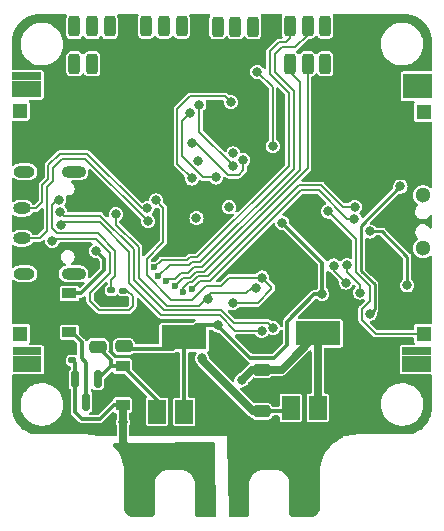
<source format=gbr>
%TF.GenerationSoftware,KiCad,Pcbnew,6.0.11-2627ca5db0~126~ubuntu22.04.1*%
%TF.CreationDate,2023-06-07T20:54:12+02:00*%
%TF.ProjectId,asac-fc-rev-b,61736163-2d66-4632-9d72-65762d622e6b,B*%
%TF.SameCoordinates,Original*%
%TF.FileFunction,Copper,L4,Bot*%
%TF.FilePolarity,Positive*%
%FSLAX46Y46*%
G04 Gerber Fmt 4.6, Leading zero omitted, Abs format (unit mm)*
G04 Created by KiCad (PCBNEW 6.0.11-2627ca5db0~126~ubuntu22.04.1) date 2023-06-07 20:54:12*
%MOMM*%
%LPD*%
G01*
G04 APERTURE LIST*
G04 Aperture macros list*
%AMRoundRect*
0 Rectangle with rounded corners*
0 $1 Rounding radius*
0 $2 $3 $4 $5 $6 $7 $8 $9 X,Y pos of 4 corners*
0 Add a 4 corners polygon primitive as box body*
4,1,4,$2,$3,$4,$5,$6,$7,$8,$9,$2,$3,0*
0 Add four circle primitives for the rounded corners*
1,1,$1+$1,$2,$3*
1,1,$1+$1,$4,$5*
1,1,$1+$1,$6,$7*
1,1,$1+$1,$8,$9*
0 Add four rect primitives between the rounded corners*
20,1,$1+$1,$2,$3,$4,$5,0*
20,1,$1+$1,$4,$5,$6,$7,0*
20,1,$1+$1,$6,$7,$8,$9,0*
20,1,$1+$1,$8,$9,$2,$3,0*%
G04 Aperture macros list end*
%TA.AperFunction,ComponentPad*%
%ADD10R,0.850000X0.700000*%
%TD*%
%TA.AperFunction,ComponentPad*%
%ADD11R,1.270000X1.270000*%
%TD*%
%TA.AperFunction,ComponentPad*%
%ADD12O,2.100000X1.000000*%
%TD*%
%TA.AperFunction,ComponentPad*%
%ADD13O,1.800000X1.000000*%
%TD*%
%TA.AperFunction,ComponentPad*%
%ADD14C,1.300000*%
%TD*%
%TA.AperFunction,ComponentPad*%
%ADD15RoundRect,0.250000X0.250000X-0.625000X0.250000X0.625000X-0.250000X0.625000X-0.250000X-0.625000X0*%
%TD*%
%TA.AperFunction,SMDPad,CuDef*%
%ADD16R,1.500000X2.000000*%
%TD*%
%TA.AperFunction,SMDPad,CuDef*%
%ADD17R,3.800000X2.000000*%
%TD*%
%TA.AperFunction,SMDPad,CuDef*%
%ADD18RoundRect,0.250000X0.475000X-0.250000X0.475000X0.250000X-0.475000X0.250000X-0.475000X-0.250000X0*%
%TD*%
%TA.AperFunction,SMDPad,CuDef*%
%ADD19R,1.200000X0.900000*%
%TD*%
%TA.AperFunction,SMDPad,CuDef*%
%ADD20RoundRect,0.135000X-0.185000X0.135000X-0.185000X-0.135000X0.185000X-0.135000X0.185000X0.135000X0*%
%TD*%
%TA.AperFunction,SMDPad,CuDef*%
%ADD21O,1.500000X1.000000*%
%TD*%
%TA.AperFunction,SMDPad,CuDef*%
%ADD22RoundRect,0.135000X0.185000X-0.135000X0.185000X0.135000X-0.185000X0.135000X-0.185000X-0.135000X0*%
%TD*%
%TA.AperFunction,SMDPad,CuDef*%
%ADD23RoundRect,0.150000X-0.150000X0.587500X-0.150000X-0.587500X0.150000X-0.587500X0.150000X0.587500X0*%
%TD*%
%TA.AperFunction,ViaPad*%
%ADD24C,0.800000*%
%TD*%
%TA.AperFunction,ViaPad*%
%ADD25C,0.600000*%
%TD*%
%TA.AperFunction,Conductor*%
%ADD26C,0.635000*%
%TD*%
%TA.AperFunction,Conductor*%
%ADD27C,0.203200*%
%TD*%
%TA.AperFunction,Conductor*%
%ADD28C,0.304800*%
%TD*%
%TA.AperFunction,Conductor*%
%ADD29C,0.200000*%
%TD*%
%TA.AperFunction,Conductor*%
%ADD30C,0.250000*%
%TD*%
G04 APERTURE END LIST*
D10*
%TO.P,J4,1,Pin_1*%
%TO.N,/VBAT*%
X139775000Y-129750000D03*
X141375000Y-129050000D03*
X140575000Y-129050000D03*
X140575000Y-129750000D03*
X141375000Y-129750000D03*
X139775000Y-129050000D03*
X141375000Y-128350000D03*
X139775000Y-128350000D03*
X140575000Y-128350000D03*
D11*
%TO.P,J4,2,Pin_2*%
%TO.N,/M2*%
X141175000Y-126850000D03*
D10*
%TO.P,J4,3,Pin_3*%
%TO.N,GND*%
X139775000Y-124650000D03*
X140575000Y-123950000D03*
X140575000Y-125350000D03*
X141375000Y-124650000D03*
X141375000Y-123950000D03*
X141375000Y-125350000D03*
X140575000Y-124650000D03*
X139775000Y-125350000D03*
X139775000Y-123950000D03*
%TD*%
%TO.P,J9,1,Pin_1*%
%TO.N,/VBAT*%
X106749600Y-105777800D03*
X108349600Y-106477800D03*
X108349600Y-105777800D03*
X106749600Y-105077800D03*
X107549600Y-106477800D03*
X107549600Y-105777800D03*
X106749600Y-106477800D03*
X108349600Y-105077800D03*
X107549600Y-105077800D03*
D11*
%TO.P,J9,2,Pin_2*%
%TO.N,/M4*%
X106949600Y-107977800D03*
D10*
%TO.P,J9,3,Pin_3*%
%TO.N,GND*%
X108349600Y-110177800D03*
X107549600Y-110177800D03*
X106749600Y-109477800D03*
X107549600Y-110877800D03*
X106749600Y-110177800D03*
X108349600Y-110877800D03*
X106749600Y-110877800D03*
X107549600Y-109477800D03*
X108349600Y-109477800D03*
%TD*%
D12*
%TO.P,J10,13*%
%TO.N,N/C*%
X111523500Y-113140000D03*
%TO.P,J10,14*%
X111523500Y-121780000D03*
D13*
%TO.P,J10,15*%
X107343500Y-113140000D03*
%TO.P,J10,16*%
X107343500Y-121780000D03*
%TD*%
D14*
%TO.P,SW1,*%
%TO.N,*%
X141090000Y-119630000D03*
X141090000Y-115130000D03*
%TD*%
D15*
%TO.P,J3,1,Pin_1*%
%TO.N,/VBAT*%
X111580000Y-104000000D03*
%TO.P,J3,2,Pin_2*%
X113080000Y-104000000D03*
%TO.P,J3,3,Pin_3*%
%TO.N,GND*%
X114580000Y-104000000D03*
%TO.P,J3,4,Pin_4*%
X116080000Y-104000000D03*
%TD*%
D10*
%TO.P,J1,1,Pin_1*%
%TO.N,/VBAT*%
X139820000Y-105900000D03*
X141420000Y-106600000D03*
X141420000Y-105200000D03*
X139820000Y-105200000D03*
X140620000Y-105900000D03*
X140620000Y-105200000D03*
X140620000Y-106600000D03*
X139820000Y-106600000D03*
X141420000Y-105900000D03*
D11*
%TO.P,J1,2,Pin_2*%
%TO.N,/M1*%
X141170000Y-108100000D03*
D10*
%TO.P,J1,3,Pin_3*%
%TO.N,GND*%
X139820000Y-111000000D03*
X140620000Y-110300000D03*
X140620000Y-111000000D03*
X141420000Y-110300000D03*
X139820000Y-109600000D03*
X141420000Y-111000000D03*
X140620000Y-109600000D03*
X139820000Y-110300000D03*
X141420000Y-109600000D03*
%TD*%
D15*
%TO.P,J15,1,Pin_1*%
%TO.N,/SCL1*%
X123720000Y-100850000D03*
%TO.P,J15,2,Pin_2*%
%TO.N,/SDA1*%
X125220000Y-100850000D03*
%TO.P,J15,3,Pin_3*%
%TO.N,+3.3V*%
X126720000Y-100850000D03*
%TO.P,J15,4,Pin_4*%
%TO.N,GND*%
X128220000Y-100850000D03*
%TD*%
%TO.P,J8,1,Pin_1*%
%TO.N,/RX1*%
X117660000Y-100830000D03*
%TO.P,J8,2,Pin_2*%
%TO.N,/TX1*%
X119160000Y-100830000D03*
%TO.P,J8,3,Pin_3*%
%TO.N,+5V*%
X120660000Y-100830000D03*
%TO.P,J8,4,Pin_4*%
%TO.N,GND*%
X122160000Y-100830000D03*
%TD*%
%TO.P,J2,1,Pin_1*%
%TO.N,/GPIO24*%
X129820000Y-104000000D03*
%TO.P,J2,2,Pin_2*%
%TO.N,/GPIO25*%
X131320000Y-104000000D03*
%TO.P,J2,3,Pin_3*%
%TO.N,+3.3V*%
X132820000Y-104000000D03*
%TO.P,J2,4,Pin_4*%
%TO.N,GND*%
X134320000Y-104000000D03*
%TD*%
D10*
%TO.P,J6,1,Pin_1*%
%TO.N,/VBAT*%
X107574600Y-129050000D03*
X107574600Y-128350000D03*
X107574600Y-129750000D03*
X108374600Y-128350000D03*
X108374600Y-129050000D03*
X106774600Y-129050000D03*
X108374600Y-129750000D03*
X106774600Y-129750000D03*
X106774600Y-128350000D03*
D11*
%TO.P,J6,2,Pin_2*%
%TO.N,/M3*%
X106974600Y-126850000D03*
D10*
%TO.P,J6,3,Pin_3*%
%TO.N,GND*%
X108374600Y-123950000D03*
X107574600Y-124650000D03*
X107574600Y-125350000D03*
X108374600Y-125350000D03*
X106774600Y-124650000D03*
X108374600Y-124650000D03*
X107574600Y-123950000D03*
X106774600Y-125350000D03*
X106774600Y-123950000D03*
%TD*%
D15*
%TO.P,J5,1,Pin_1*%
%TO.N,/RX_2_PIO*%
X111580000Y-100840000D03*
%TO.P,J5,2,Pin_2*%
%TO.N,/TX_2_PIO*%
X113080000Y-100840000D03*
%TO.P,J5,3,Pin_3*%
%TO.N,+5V*%
X114580000Y-100840000D03*
%TO.P,J5,4,Pin_4*%
%TO.N,GND*%
X116080000Y-100840000D03*
%TD*%
%TO.P,J12,1,Pin_1*%
%TO.N,/GPIO22*%
X129820000Y-100830000D03*
%TO.P,J12,2,Pin_2*%
%TO.N,/GPIO23*%
X131320000Y-100830000D03*
%TO.P,J12,3,Pin_3*%
%TO.N,+3.3V*%
X132820000Y-100830000D03*
%TO.P,J12,4,Pin_4*%
%TO.N,GND*%
X134320000Y-100830000D03*
%TD*%
D16*
%TO.P,U4,1,GND*%
%TO.N,GND*%
X134500000Y-133125000D03*
%TO.P,U4,2,VO*%
%TO.N,+5V*%
X132200000Y-133125000D03*
D17*
X132200000Y-126825000D03*
D16*
%TO.P,U4,3,VI*%
%TO.N,/VBAT*%
X129900000Y-133125000D03*
%TD*%
D18*
%TO.P,C22,1*%
%TO.N,+5V*%
X127490000Y-129890000D03*
%TO.P,C22,2*%
%TO.N,GND*%
X127490000Y-127990000D03*
%TD*%
D19*
%TO.P,D4,1,K*%
%TO.N,/VSYS*%
X115670000Y-129600000D03*
%TO.P,D4,2,A*%
%TO.N,/VBAT*%
X115670000Y-132900000D03*
%TD*%
D18*
%TO.P,C20,1*%
%TO.N,/VBAT*%
X127450000Y-133425000D03*
%TO.P,C20,2*%
%TO.N,GND*%
X127450000Y-131525000D03*
%TD*%
D20*
%TO.P,R6,1*%
%TO.N,Net-(J10-PadA5)*%
X114720000Y-123170000D03*
%TO.P,R6,2*%
%TO.N,GND*%
X114720000Y-124190000D03*
%TD*%
D18*
%TO.P,C21,1*%
%TO.N,/VSYS*%
X113550000Y-127950000D03*
%TO.P,C21,2*%
%TO.N,GND*%
X113550000Y-126050000D03*
%TD*%
D16*
%TO.P,U5,1,GND*%
%TO.N,GND*%
X123175000Y-133475000D03*
%TO.P,U5,2,VO*%
%TO.N,+3.3V*%
X120875000Y-133475000D03*
D17*
X120875000Y-127175000D03*
D16*
%TO.P,U5,3,VI*%
%TO.N,/VSYS*%
X118575000Y-133475000D03*
%TD*%
D21*
%TO.P,J14,1,Pin_1*%
%TO.N,/SWCLK*%
X107150000Y-116240000D03*
%TO.P,J14,2,Pin_2*%
%TO.N,GND*%
X107150000Y-117510000D03*
%TO.P,J14,3,Pin_3*%
%TO.N,/SWD*%
X107150000Y-118780000D03*
%TD*%
D20*
%TO.P,R5,1*%
%TO.N,Net-(J10-PadB5)*%
X115740000Y-123200000D03*
%TO.P,R5,2*%
%TO.N,GND*%
X115740000Y-124220000D03*
%TD*%
D19*
%TO.P,D5,1,K*%
%TO.N,Net-(D5-Pad1)*%
X111160000Y-126750000D03*
%TO.P,D5,2,A*%
%TO.N,/VBUS*%
X111160000Y-123450000D03*
%TD*%
D18*
%TO.P,C23,1*%
%TO.N,+3.3V*%
X115770000Y-127920000D03*
%TO.P,C23,2*%
%TO.N,GND*%
X115770000Y-126020000D03*
%TD*%
D22*
%TO.P,R14,1*%
%TO.N,/VBAT*%
X111420000Y-129110000D03*
%TO.P,R14,2*%
%TO.N,GND*%
X111420000Y-128090000D03*
%TD*%
D23*
%TO.P,Q1,1,G*%
%TO.N,/VBAT*%
X111650000Y-130722500D03*
%TO.P,Q1,2,S*%
%TO.N,/VSYS*%
X113550000Y-130722500D03*
%TO.P,Q1,3,D*%
%TO.N,Net-(D5-Pad1)*%
X112600000Y-132597500D03*
%TD*%
D24*
%TO.N,GND*%
X125300000Y-136600000D03*
X127700000Y-136600000D03*
X136500000Y-133500000D03*
X136500000Y-132000000D03*
X128900000Y-137800000D03*
X129330000Y-124560000D03*
X116560000Y-108360000D03*
X116155382Y-113654618D03*
X131300000Y-140500000D03*
X135500000Y-107500000D03*
X125400000Y-139300000D03*
X126500000Y-136600000D03*
X113000000Y-107000000D03*
X126359500Y-109779372D03*
X130100000Y-136600000D03*
X111500000Y-107000000D03*
X136500000Y-130500000D03*
X137000000Y-109000000D03*
X135500000Y-109000000D03*
X138000000Y-130500000D03*
X130100000Y-137800000D03*
X116000000Y-107000000D03*
X111500000Y-108500000D03*
X131300000Y-137800000D03*
X114500000Y-107000000D03*
X128990000Y-111820000D03*
X113530000Y-114180000D03*
X123593417Y-128986583D03*
X134000000Y-112000000D03*
X126107882Y-127482118D03*
X116901713Y-112838287D03*
X128896316Y-125391669D03*
X136500000Y-129000000D03*
X113771100Y-123700000D03*
X134000000Y-109000000D03*
X122400000Y-118600000D03*
X135500000Y-110500000D03*
X131300000Y-139300000D03*
X108570000Y-117490000D03*
X125300000Y-137800000D03*
X123100000Y-117900000D03*
X123550000Y-110080000D03*
X113327597Y-121165913D03*
X119560500Y-112330000D03*
X113000000Y-108500000D03*
X134000000Y-107500000D03*
X132140000Y-117175500D03*
X128900000Y-136600000D03*
X125400000Y-140500000D03*
X137000000Y-112000000D03*
X135500000Y-112000000D03*
X123800000Y-117200000D03*
X134000000Y-110500000D03*
X131300000Y-141700000D03*
X131300000Y-136600000D03*
X126500000Y-137800000D03*
X137000000Y-107500000D03*
X137000000Y-110500000D03*
X127700000Y-137800000D03*
X125400000Y-141700000D03*
%TO.N,+3.3V*%
X125040434Y-111594191D03*
X121920000Y-117080000D03*
X122020250Y-112200250D03*
X132570000Y-123510000D03*
X123755353Y-126154647D03*
X126949073Y-122946988D03*
X115086583Y-116743417D03*
X124680000Y-116150000D03*
X122860000Y-123880000D03*
X129190000Y-117459500D03*
%TO.N,+1V1*%
X124990500Y-124270000D03*
X118504608Y-115571191D03*
X127487842Y-122105125D03*
%TO.N,/~{USB_BOOT}*%
X136620000Y-125150000D03*
X139190000Y-114390000D03*
%TO.N,/VBAT*%
X116200000Y-136600000D03*
X121500000Y-137800000D03*
X118800000Y-137800000D03*
X116700000Y-141500000D03*
X120100000Y-137800000D03*
X116700000Y-139000000D03*
X122800000Y-141600000D03*
X116200000Y-137800000D03*
X122800000Y-140400000D03*
X117500000Y-137800000D03*
X120100000Y-136600000D03*
X118800000Y-136600000D03*
X122398417Y-128931583D03*
X117500000Y-136600000D03*
X122800000Y-139100000D03*
X122800000Y-136600000D03*
X115700000Y-134340000D03*
X122800000Y-137800000D03*
X116700000Y-140300000D03*
X121500000Y-136600000D03*
%TO.N,+5V*%
X125740000Y-130790000D03*
%TO.N,Net-(D3-Pad2)*%
X136584500Y-118202299D03*
X139770000Y-122760000D03*
%TO.N,/VBUS*%
X113420000Y-119850000D03*
%TO.N,/USB-*%
X110420000Y-117660000D03*
X127436868Y-126613078D03*
%TO.N,/USB+*%
X128410000Y-126385000D03*
X110375084Y-116516002D03*
%TO.N,/LED_BLUE*%
X128370000Y-110970000D03*
X127072465Y-104677535D03*
%TO.N,/LED_RED*%
X135330000Y-116110000D03*
D25*
X120742380Y-123360500D03*
%TO.N,/LED_GREEN*%
X121499418Y-123103406D03*
D24*
X135292545Y-117108800D03*
%TO.N,/QSPI_SS*%
X134675000Y-121050000D03*
X135780000Y-123370000D03*
%TO.N,/SWCLK*%
X117754860Y-116232163D03*
%TO.N,/SWD*%
X117822117Y-117330500D03*
%TO.N,/QSPI_SD1*%
X133547029Y-121093471D03*
X134555000Y-122525000D03*
%TO.N,/M2*%
X133068614Y-116499500D03*
D25*
%TO.N,/GPIO23*%
X118659904Y-121982082D03*
%TO.N,/GPIO24*%
X119365262Y-122358478D03*
D24*
%TO.N,/SDO{slash}MISO*%
X123580000Y-113620000D03*
X121359622Y-108159622D03*
%TO.N,/IMU_INT_1*%
X125877576Y-112140265D03*
X121582368Y-110679973D03*
%TO.N,/CSB{slash}CS*%
X124830378Y-107259622D03*
X121530000Y-113710500D03*
%TO.N,/SDI{slash}MOSI*%
X125030000Y-112670000D03*
X122160000Y-107459500D03*
%TO.N,Net-(J10-PadA5)*%
X110278169Y-115521209D03*
%TO.N,Net-(J10-PadB5)*%
X109710000Y-119020000D03*
D25*
%TO.N,/GPIO22*%
X118339223Y-121249711D03*
%TO.N,/GPIO25*%
X120067454Y-122781924D03*
%TD*%
D26*
%TO.N,GND*%
X107150000Y-117510000D02*
X108550000Y-117510000D01*
D27*
X113771100Y-123700000D02*
X114261100Y-124190000D01*
D26*
X108550000Y-117510000D02*
X108570000Y-117490000D01*
D27*
X114261100Y-124190000D02*
X114720000Y-124190000D01*
D28*
%TO.N,+3.3V*%
X123755353Y-126192937D02*
X126452416Y-128890000D01*
X120875000Y-127175000D02*
X120875000Y-129335000D01*
X131910200Y-123510000D02*
X132570000Y-123510000D01*
D29*
X126600485Y-122946988D02*
X126949073Y-122946988D01*
X115086583Y-116743417D02*
X115086583Y-117610897D01*
X117030000Y-119554315D02*
X117030000Y-122100000D01*
X122141321Y-124480000D02*
X123171321Y-123450000D01*
D28*
X132570000Y-123510000D02*
X132570000Y-120839500D01*
D29*
X119410000Y-124480000D02*
X122141321Y-124480000D01*
X126097473Y-123450000D02*
X126600485Y-122946988D01*
D28*
X121895353Y-126154647D02*
X123755353Y-126154647D01*
X129580000Y-127820000D02*
X129580000Y-125840200D01*
X129580000Y-125840200D02*
X131910200Y-123510000D01*
X123755353Y-126154647D02*
X123755353Y-126192937D01*
X120875000Y-127175000D02*
X121895353Y-126154647D01*
X128510000Y-128890000D02*
X129580000Y-127820000D01*
D29*
X117030000Y-122100000D02*
X119410000Y-124480000D01*
D28*
X120875000Y-129335000D02*
X120875000Y-133475000D01*
X119940000Y-128110000D02*
X120875000Y-127175000D01*
D29*
X123171321Y-123450000D02*
X126097473Y-123450000D01*
D28*
X115770000Y-127920000D02*
X115960000Y-128110000D01*
X126452416Y-128890000D02*
X128510000Y-128890000D01*
D29*
X115086583Y-117610897D02*
X117030000Y-119554315D01*
D28*
X132570000Y-120839500D02*
X129190000Y-117459500D01*
X115960000Y-128110000D02*
X119940000Y-128110000D01*
D29*
%TO.N,+1V1*%
X127487842Y-122105125D02*
X128270000Y-122887283D01*
X124020000Y-122790000D02*
X124704875Y-122105125D01*
X119790000Y-123960000D02*
X121550000Y-123960000D01*
X128270000Y-122887283D02*
X128270000Y-123090000D01*
X127090000Y-124270000D02*
X124990500Y-124270000D01*
X119120000Y-119110000D02*
X117730000Y-120500000D01*
X119120000Y-116186583D02*
X119120000Y-119110000D01*
X128270000Y-123090000D02*
X127090000Y-124270000D01*
X117730000Y-120500000D02*
X117730000Y-121900000D01*
X117730000Y-121900000D02*
X119790000Y-123960000D01*
X124704875Y-122105125D02*
X127487842Y-122105125D01*
X118504608Y-115571191D02*
X119120000Y-116186583D01*
X122720000Y-122790000D02*
X124020000Y-122790000D01*
X121550000Y-123960000D02*
X122720000Y-122790000D01*
D30*
%TO.N,/~{USB_BOOT}*%
X135860000Y-117720000D02*
X139190000Y-114390000D01*
X136995000Y-124775000D02*
X136995000Y-122673958D01*
X136620000Y-125150000D02*
X136995000Y-124775000D01*
X136995000Y-122673958D02*
X135860000Y-121538959D01*
X135860000Y-121538959D02*
X135860000Y-117720000D01*
D28*
%TO.N,/VBAT*%
X115670000Y-132900000D02*
X114910000Y-132900000D01*
D26*
X126735000Y-133425000D02*
X127450000Y-133425000D01*
D28*
X111650000Y-129340000D02*
X111420000Y-129110000D01*
X111650000Y-133500000D02*
X111650000Y-130722500D01*
X112240000Y-134090000D02*
X111650000Y-133500000D01*
D26*
X116200000Y-136600000D02*
X115700000Y-136100000D01*
X115700000Y-132930000D02*
X115670000Y-132900000D01*
D28*
X111650000Y-130722500D02*
X111650000Y-129340000D01*
X114910000Y-132900000D02*
X113720000Y-134090000D01*
D26*
X115700000Y-136100000D02*
X115700000Y-134340000D01*
D28*
X129600000Y-133425000D02*
X129900000Y-133125000D01*
X113720000Y-134090000D02*
X112240000Y-134090000D01*
D26*
X115700000Y-134340000D02*
X115700000Y-132930000D01*
X122398417Y-128931583D02*
X122398417Y-129088417D01*
X122398417Y-129088417D02*
X126735000Y-133425000D01*
D28*
X127450000Y-133425000D02*
X129600000Y-133425000D01*
%TO.N,/VSYS*%
X114672500Y-129600000D02*
X113550000Y-130722500D01*
X118575000Y-132505000D02*
X115670000Y-129600000D01*
X115670000Y-129600000D02*
X114672500Y-129600000D01*
X114672500Y-129072500D02*
X113550000Y-127950000D01*
X114672500Y-129600000D02*
X114672500Y-129072500D01*
X118575000Y-133475000D02*
X118575000Y-132505000D01*
D26*
%TO.N,+5V*%
X126640000Y-129890000D02*
X125740000Y-130790000D01*
X129135000Y-129890000D02*
X132200000Y-126825000D01*
X127490000Y-129890000D02*
X129135000Y-129890000D01*
X132200000Y-133125000D02*
X132200000Y-126825000D01*
X127490000Y-129890000D02*
X126640000Y-129890000D01*
D30*
%TO.N,Net-(D3-Pad2)*%
X137652299Y-118202299D02*
X139770000Y-120320000D01*
X139770000Y-120320000D02*
X139770000Y-122760000D01*
X136584500Y-118202299D02*
X137652299Y-118202299D01*
D28*
%TO.N,/VBUS*%
X113420000Y-119850000D02*
X114079997Y-120509997D01*
X112130000Y-123450000D02*
X111160000Y-123450000D01*
X114079997Y-121500003D02*
X112130000Y-123450000D01*
X114079997Y-120509997D02*
X114079997Y-121500003D01*
D29*
%TO.N,/USB-*%
X110650000Y-117430000D02*
X113717948Y-117430000D01*
X113717948Y-117430000D02*
X116230000Y-119942052D01*
X116230000Y-119942052D02*
X116230000Y-122580000D01*
X110420000Y-117660000D02*
X110650000Y-117430000D01*
X123869949Y-125280000D02*
X125203027Y-126613078D01*
X125203027Y-126613078D02*
X127436868Y-126613078D01*
X118930000Y-125280000D02*
X123869949Y-125280000D01*
X116230000Y-122580000D02*
X118930000Y-125280000D01*
%TO.N,/USB+*%
X127938078Y-125913078D02*
X128410000Y-126385000D01*
X124035634Y-124880000D02*
X125068713Y-125913078D01*
X110375084Y-116516002D02*
X110714053Y-116854971D01*
X116630000Y-119720000D02*
X116630000Y-122310000D01*
X119200000Y-124880000D02*
X124035634Y-124880000D01*
X110714053Y-116854971D02*
X113764971Y-116854971D01*
X116630000Y-122310000D02*
X119200000Y-124880000D01*
X113764971Y-116854971D02*
X116630000Y-119720000D01*
X125068713Y-125913078D02*
X127938078Y-125913078D01*
%TO.N,/LED_BLUE*%
X128370000Y-105975070D02*
X128370000Y-110970000D01*
X127072465Y-104677535D02*
X128370000Y-105975070D01*
%TO.N,/LED_RED*%
X121533732Y-122503406D02*
X121250889Y-122503406D01*
X134330000Y-116110000D02*
X132500000Y-114280000D01*
X122894314Y-121990000D02*
X122047139Y-121990000D01*
X121250889Y-122503406D02*
X120742380Y-123011915D01*
X132500000Y-114280000D02*
X130604314Y-114280000D01*
X135330000Y-116110000D02*
X134330000Y-116110000D01*
X120742380Y-123011915D02*
X120742380Y-123360500D01*
X130604314Y-114280000D02*
X122894314Y-121990000D01*
X122047139Y-121990000D02*
X121533732Y-122503406D01*
%TO.N,/LED_GREEN*%
X135292545Y-117108800D02*
X134667864Y-117108800D01*
X122212824Y-122390000D02*
X121499418Y-123103406D01*
X134667864Y-117108800D02*
X132269064Y-114710000D01*
X130740000Y-114710000D02*
X123060000Y-122390000D01*
X132269064Y-114710000D02*
X130740000Y-114710000D01*
X123060000Y-122390000D02*
X122212824Y-122390000D01*
%TO.N,/QSPI_SS*%
X135780000Y-123370000D02*
X135780000Y-122760050D01*
X135780000Y-122760050D02*
X134675000Y-121655050D01*
X134675000Y-121655050D02*
X134675000Y-121050000D01*
%TO.N,/SWCLK*%
X108871884Y-114298116D02*
X108871884Y-115688116D01*
X108871884Y-115688116D02*
X108320000Y-116240000D01*
X109390000Y-112580000D02*
X109390000Y-113780000D01*
X108320000Y-116240000D02*
X107150000Y-116240000D01*
X117287848Y-116232163D02*
X112685685Y-111630000D01*
X117754860Y-116232163D02*
X117287848Y-116232163D01*
X112685685Y-111630000D02*
X110340000Y-111630000D01*
X110340000Y-111630000D02*
X109390000Y-112580000D01*
X109390000Y-113780000D02*
X108871884Y-114298116D01*
%TO.N,/SWD*%
X109790000Y-112800000D02*
X109790000Y-113945686D01*
X108630000Y-118780000D02*
X107150000Y-118780000D01*
X112520000Y-112030000D02*
X110560000Y-112030000D01*
X109271884Y-118138116D02*
X108630000Y-118780000D01*
X117822117Y-117330500D02*
X117820500Y-117330500D01*
X109271884Y-114463802D02*
X109271884Y-118138116D01*
X117820500Y-117330500D02*
X112520000Y-112030000D01*
X109790000Y-113945686D02*
X109271884Y-114463802D01*
X110560000Y-112030000D02*
X109790000Y-112800000D01*
%TO.N,/QSPI_SD1*%
X134555000Y-122525000D02*
X133547029Y-121517029D01*
X133547029Y-121517029D02*
X133547029Y-121093471D01*
%TO.N,/M2*%
X136570000Y-122849999D02*
X136570000Y-124120000D01*
X135390000Y-121669999D02*
X136570000Y-122849999D01*
X135390000Y-118820886D02*
X135390000Y-121669999D01*
X141165000Y-126860000D02*
X141175000Y-126850000D01*
X136570000Y-124120000D02*
X135900000Y-124790000D01*
X133068614Y-116499500D02*
X135390000Y-118820886D01*
X137100000Y-126860000D02*
X141165000Y-126860000D01*
X135900000Y-124790000D02*
X135900000Y-125660000D01*
X135900000Y-125660000D02*
X137100000Y-126860000D01*
%TO.N,/GPIO23*%
X128600000Y-104720000D02*
X128600000Y-103170000D01*
X121313758Y-121026326D02*
X121550084Y-120790000D01*
X130170000Y-106290000D02*
X128600000Y-104720000D01*
X119643747Y-121026326D02*
X121313758Y-121026326D01*
X118659904Y-121982082D02*
X118687991Y-121982082D01*
X131320000Y-101570000D02*
X131320000Y-100830000D01*
X128600000Y-103170000D02*
X129180000Y-102590000D01*
X121550084Y-120790000D02*
X122258628Y-120790000D01*
X122258628Y-120790000D02*
X130170000Y-112878628D01*
X130170000Y-112878628D02*
X130170000Y-106290000D01*
X129180000Y-102590000D02*
X130300000Y-102590000D01*
X130300000Y-102590000D02*
X131320000Y-101570000D01*
X118687991Y-121982082D02*
X119643747Y-121026326D01*
%TO.N,/GPIO24*%
X130650000Y-112964314D02*
X130650000Y-105540000D01*
X120580287Y-121703406D02*
X121202362Y-121703406D01*
X120101768Y-122181924D02*
X120580287Y-121703406D01*
X130650000Y-105540000D02*
X129820000Y-104710000D01*
X129820000Y-104710000D02*
X129820000Y-104000000D01*
X119541816Y-122181924D02*
X120101768Y-122181924D01*
X121202362Y-121703406D02*
X121715769Y-121190000D01*
X119365262Y-122358478D02*
X119541816Y-122181924D01*
X121715769Y-121190000D02*
X122424314Y-121190000D01*
X122424314Y-121190000D02*
X130650000Y-112964314D01*
%TO.N,/SDO{slash}MISO*%
X120680000Y-111849950D02*
X122450050Y-113620000D01*
X120680000Y-108839244D02*
X120680000Y-111849950D01*
X122450050Y-113620000D02*
X123580000Y-113620000D01*
X121359622Y-108159622D02*
X120680000Y-108839244D01*
%TO.N,/IMU_INT_1*%
X124630000Y-113420000D02*
X125480000Y-113420000D01*
X121889973Y-110679973D02*
X124630000Y-113420000D01*
X125877576Y-113022424D02*
X125877576Y-112140265D01*
X121582368Y-110679973D02*
X121889973Y-110679973D01*
X125480000Y-113420000D02*
X125877576Y-113022424D01*
%TO.N,/CSB{slash}CS*%
X120280000Y-112460500D02*
X121530000Y-113710500D01*
X120280000Y-107860000D02*
X120280000Y-112460500D01*
X124830378Y-107259622D02*
X124330756Y-106760000D01*
X124330756Y-106760000D02*
X121380000Y-106760000D01*
X121380000Y-106760000D02*
X120280000Y-107860000D01*
%TO.N,/SDI{slash}MOSI*%
X122160000Y-109740000D02*
X125030000Y-112610000D01*
X125030000Y-112610000D02*
X125030000Y-112670000D01*
X122160000Y-107459500D02*
X122160000Y-109740000D01*
D27*
%TO.N,Net-(J10-PadA5)*%
X115000000Y-121990000D02*
X114720000Y-122270000D01*
X110108791Y-115521209D02*
X109673484Y-115956516D01*
X115000000Y-119820000D02*
X115000000Y-121990000D01*
X109673484Y-115956516D02*
X109673484Y-117943484D01*
X109673484Y-117943484D02*
X110091600Y-118361600D01*
X114720000Y-122270000D02*
X114720000Y-123170000D01*
X110091600Y-118361600D02*
X113541600Y-118361600D01*
X110278169Y-115521209D02*
X110108791Y-115521209D01*
X113541600Y-118361600D02*
X115000000Y-119820000D01*
%TO.N,Net-(J10-PadB5)*%
X113700000Y-124880000D02*
X116200000Y-124880000D01*
X109900000Y-118830000D02*
X113400000Y-118830000D01*
X114580000Y-120010000D02*
X114580000Y-121710000D01*
X116550000Y-124530000D02*
X116550000Y-123680000D01*
X116550000Y-123680000D02*
X116070000Y-123200000D01*
X116200000Y-124880000D02*
X116550000Y-124530000D01*
X112900000Y-124080000D02*
X113700000Y-124880000D01*
X116070000Y-123200000D02*
X115740000Y-123200000D01*
X109710000Y-119020000D02*
X109900000Y-118830000D01*
X112900000Y-123390000D02*
X112900000Y-124080000D01*
X114580000Y-121710000D02*
X112900000Y-123390000D01*
X113400000Y-118830000D02*
X114580000Y-120010000D01*
D28*
%TO.N,Net-(D5-Pad1)*%
X111370000Y-126750000D02*
X112190000Y-127570000D01*
X112190000Y-128920000D02*
X112600000Y-129330000D01*
X112600000Y-129330000D02*
X112600000Y-132597500D01*
X112190000Y-127570000D02*
X112190000Y-128920000D01*
X111160000Y-126750000D02*
X111370000Y-126750000D01*
D29*
%TO.N,/GPIO22*%
X129740000Y-106460000D02*
X128120000Y-104840000D01*
X128120000Y-104840000D02*
X128120000Y-102960000D01*
X129480000Y-102190000D02*
X129820000Y-101850000D01*
X121384399Y-120390000D02*
X122000000Y-120390000D01*
X129740000Y-112650000D02*
X129740000Y-106460000D01*
X118962608Y-120626326D02*
X121148072Y-120626326D01*
X128120000Y-102960000D02*
X128890000Y-102190000D01*
X129820000Y-101850000D02*
X129820000Y-100830000D01*
X128890000Y-102190000D02*
X129480000Y-102190000D01*
X121148072Y-120626326D02*
X121384399Y-120390000D01*
X122000000Y-120390000D02*
X129740000Y-112650000D01*
X118339223Y-121249711D02*
X118962608Y-120626326D01*
%TO.N,/GPIO25*%
X121368047Y-122103406D02*
X121881454Y-121590000D01*
X121881454Y-121590000D02*
X122590000Y-121590000D01*
X120067454Y-122781924D02*
X120745972Y-122103406D01*
X131320000Y-112860000D02*
X131320000Y-104000000D01*
X122590000Y-121590000D02*
X131320000Y-112860000D01*
X120745972Y-122103406D02*
X121368047Y-122103406D01*
%TD*%
%TA.AperFunction,Conductor*%
%TO.N,GND*%
G36*
X109023428Y-118915709D02*
G01*
X109080264Y-118958256D01*
X109103342Y-119020129D01*
X109104318Y-119020000D01*
X109124956Y-119176762D01*
X109185464Y-119322841D01*
X109228272Y-119378629D01*
X109257481Y-119416695D01*
X109281718Y-119448282D01*
X109288264Y-119453305D01*
X109297139Y-119460115D01*
X109407159Y-119544536D01*
X109553238Y-119605044D01*
X109710000Y-119625682D01*
X109718188Y-119624604D01*
X109858574Y-119606122D01*
X109866762Y-119605044D01*
X110012841Y-119544536D01*
X110122861Y-119460115D01*
X110131736Y-119453305D01*
X110138282Y-119448282D01*
X110162520Y-119416695D01*
X110191728Y-119378629D01*
X110234536Y-119322841D01*
X110281325Y-119209881D01*
X110325873Y-119154601D01*
X110397734Y-119132100D01*
X112997971Y-119132100D01*
X113066092Y-119152102D01*
X113112585Y-119205758D01*
X113122689Y-119276032D01*
X113093195Y-119340612D01*
X113074675Y-119358063D01*
X113072778Y-119359519D01*
X112991718Y-119421718D01*
X112986695Y-119428264D01*
X112963941Y-119457918D01*
X112895464Y-119547159D01*
X112834956Y-119693238D01*
X112814318Y-119850000D01*
X112834956Y-120006762D01*
X112895464Y-120152841D01*
X112907123Y-120168035D01*
X112979640Y-120262541D01*
X112991718Y-120278282D01*
X112998264Y-120283305D01*
X113011872Y-120293747D01*
X113117159Y-120374536D01*
X113263238Y-120435044D01*
X113420000Y-120455682D01*
X113452600Y-120451390D01*
X113522748Y-120462329D01*
X113558141Y-120487217D01*
X113690192Y-120619268D01*
X113724218Y-120681580D01*
X113727097Y-120708363D01*
X113727097Y-121301637D01*
X113707095Y-121369758D01*
X113690192Y-121390732D01*
X112948715Y-122132209D01*
X112886403Y-122166235D01*
X112815588Y-122161170D01*
X112758752Y-122118623D01*
X112733941Y-122052103D01*
X112737416Y-122012418D01*
X112763839Y-121907227D01*
X112773581Y-121868441D01*
X112773630Y-121859188D01*
X112774346Y-121722377D01*
X112774469Y-121698895D01*
X112771636Y-121687092D01*
X112736661Y-121541417D01*
X112734888Y-121534032D01*
X112731267Y-121527015D01*
X112660608Y-121390117D01*
X112660608Y-121390116D01*
X112657125Y-121383369D01*
X112651813Y-121377279D01*
X112585826Y-121301637D01*
X112545669Y-121255604D01*
X112436873Y-121179141D01*
X112413170Y-121162482D01*
X112413168Y-121162481D01*
X112406953Y-121158113D01*
X112248987Y-121096524D01*
X112241454Y-121095532D01*
X112241453Y-121095532D01*
X112123761Y-121080038D01*
X112123760Y-121080038D01*
X112119674Y-121079500D01*
X111387982Y-121079500D01*
X111319861Y-121059498D01*
X111273368Y-121005842D01*
X111263264Y-120935568D01*
X111292758Y-120870988D01*
X111313577Y-120853798D01*
X111312733Y-120852698D01*
X111426401Y-120765477D01*
X111432951Y-120760451D01*
X111525198Y-120640233D01*
X111583187Y-120500236D01*
X111602966Y-120350000D01*
X111583187Y-120199764D01*
X111525198Y-120059767D01*
X111432951Y-119939549D01*
X111312733Y-119847302D01*
X111172736Y-119789313D01*
X111151324Y-119786494D01*
X111064307Y-119775038D01*
X111064306Y-119775038D01*
X111060220Y-119774500D01*
X110984780Y-119774500D01*
X110980694Y-119775038D01*
X110980693Y-119775038D01*
X110893676Y-119786494D01*
X110872264Y-119789313D01*
X110732267Y-119847302D01*
X110612049Y-119939549D01*
X110519802Y-120059767D01*
X110461813Y-120199764D01*
X110442034Y-120350000D01*
X110461813Y-120500236D01*
X110519802Y-120640233D01*
X110612049Y-120760451D01*
X110732267Y-120852698D01*
X110739895Y-120855858D01*
X110739899Y-120855860D01*
X110778591Y-120871886D01*
X110833872Y-120916434D01*
X110856294Y-120983797D01*
X110838736Y-121052588D01*
X110786775Y-121100967D01*
X110774912Y-121106161D01*
X110669090Y-121146148D01*
X110646577Y-121154655D01*
X110506849Y-121250688D01*
X110501797Y-121256358D01*
X110501796Y-121256359D01*
X110399112Y-121371608D01*
X110399110Y-121371612D01*
X110394060Y-121377279D01*
X110390508Y-121383988D01*
X110390507Y-121383989D01*
X110379287Y-121405180D01*
X110314724Y-121527119D01*
X110273419Y-121691559D01*
X110273379Y-121699157D01*
X110273379Y-121699159D01*
X110273221Y-121729415D01*
X110272531Y-121861105D01*
X110274305Y-121868492D01*
X110274305Y-121868496D01*
X110302974Y-121987905D01*
X110312112Y-122025968D01*
X110315593Y-122032712D01*
X110315594Y-122032715D01*
X110378310Y-122154224D01*
X110389875Y-122176631D01*
X110394867Y-122182353D01*
X110394868Y-122182355D01*
X110410806Y-122200625D01*
X110501331Y-122304396D01*
X110549520Y-122338264D01*
X110633830Y-122397518D01*
X110633832Y-122397519D01*
X110640047Y-122401887D01*
X110798013Y-122463476D01*
X110805546Y-122464468D01*
X110805547Y-122464468D01*
X110923239Y-122479962D01*
X110927326Y-122480500D01*
X112116016Y-122480500D01*
X112241820Y-122465276D01*
X112295241Y-122445090D01*
X112366033Y-122439722D01*
X112428491Y-122473479D01*
X112462783Y-122535645D01*
X112458021Y-122606482D01*
X112428873Y-122652051D01*
X112141660Y-122939264D01*
X112079348Y-122973290D01*
X112008533Y-122968225D01*
X111947800Y-122920172D01*
X111911443Y-122865761D01*
X111904552Y-122855448D01*
X111838231Y-122811133D01*
X111826062Y-122808712D01*
X111826061Y-122808712D01*
X111785816Y-122800707D01*
X111779748Y-122799500D01*
X110540252Y-122799500D01*
X110534184Y-122800707D01*
X110493939Y-122808712D01*
X110493938Y-122808712D01*
X110481769Y-122811133D01*
X110415448Y-122855448D01*
X110408557Y-122865761D01*
X110385982Y-122899547D01*
X110371133Y-122921769D01*
X110368712Y-122933938D01*
X110368712Y-122933939D01*
X110363182Y-122961739D01*
X110359500Y-122980252D01*
X110359500Y-123919748D01*
X110360707Y-123925816D01*
X110367628Y-123960608D01*
X110371133Y-123978231D01*
X110415448Y-124044552D01*
X110481769Y-124088867D01*
X110493938Y-124091288D01*
X110493939Y-124091288D01*
X110518242Y-124096122D01*
X110540252Y-124100500D01*
X111779748Y-124100500D01*
X111801758Y-124096122D01*
X111826061Y-124091288D01*
X111826062Y-124091288D01*
X111838231Y-124088867D01*
X111904552Y-124044552D01*
X111948867Y-123978231D01*
X111952373Y-123960608D01*
X111959293Y-123925816D01*
X111960500Y-123919748D01*
X111960500Y-123916886D01*
X111986650Y-123852126D01*
X112044605Y-123811116D01*
X112092395Y-123808280D01*
X112092564Y-123804700D01*
X112102966Y-123805190D01*
X112113146Y-123807382D01*
X112135808Y-123804700D01*
X112143642Y-123803773D01*
X112148950Y-123803460D01*
X112148939Y-123803328D01*
X112154117Y-123802900D01*
X112159318Y-123802900D01*
X112164447Y-123802046D01*
X112164450Y-123802046D01*
X112176814Y-123799988D01*
X112182693Y-123799151D01*
X112190036Y-123798282D01*
X112229817Y-123793574D01*
X112237493Y-123789888D01*
X112245891Y-123788490D01*
X112287660Y-123765953D01*
X112292933Y-123763265D01*
X112335725Y-123742717D01*
X112339699Y-123739377D01*
X112341637Y-123737439D01*
X112343253Y-123735957D01*
X112343715Y-123735708D01*
X112343741Y-123735737D01*
X112343868Y-123735625D01*
X112349286Y-123732702D01*
X112379376Y-123700150D01*
X112440304Y-123663706D01*
X112511264Y-123665987D01*
X112569726Y-123706269D01*
X112597129Y-123771764D01*
X112597900Y-123785680D01*
X112597900Y-124027322D01*
X112597700Y-124030048D01*
X112595964Y-124035104D01*
X112597724Y-124081974D01*
X112597811Y-124084303D01*
X112597900Y-124089030D01*
X112597900Y-124108097D01*
X112598784Y-124112845D01*
X112599017Y-124116439D01*
X112600186Y-124147566D01*
X112604778Y-124158255D01*
X112605777Y-124162685D01*
X112609503Y-124174951D01*
X112611143Y-124179201D01*
X112613273Y-124190639D01*
X112619377Y-124200541D01*
X112619379Y-124200547D01*
X112626303Y-124211779D01*
X112634808Y-124228150D01*
X112644611Y-124250968D01*
X112648643Y-124255877D01*
X112650838Y-124258072D01*
X112650841Y-124258076D01*
X112652886Y-124260331D01*
X112652733Y-124260470D01*
X112660094Y-124269781D01*
X112666222Y-124276539D01*
X112672326Y-124286442D01*
X112681584Y-124293482D01*
X112694265Y-124303125D01*
X112707092Y-124314326D01*
X113449131Y-125056365D01*
X113450921Y-125058439D01*
X113453268Y-125063240D01*
X113461797Y-125071152D01*
X113461798Y-125071153D01*
X113489375Y-125096734D01*
X113492780Y-125100014D01*
X113506251Y-125113485D01*
X113510234Y-125116217D01*
X113512924Y-125118579D01*
X113514355Y-125119906D01*
X113535776Y-125139777D01*
X113546581Y-125144088D01*
X113550422Y-125146516D01*
X113561736Y-125152557D01*
X113565894Y-125154400D01*
X113575487Y-125160980D01*
X113599647Y-125166714D01*
X113617237Y-125172277D01*
X113640305Y-125181480D01*
X113646628Y-125182100D01*
X113649737Y-125182100D01*
X113649756Y-125182102D01*
X113652779Y-125182250D01*
X113652769Y-125182455D01*
X113664547Y-125183833D01*
X113673665Y-125184279D01*
X113684987Y-125186966D01*
X113696517Y-125185397D01*
X113712287Y-125183251D01*
X113729277Y-125182100D01*
X116147322Y-125182100D01*
X116150048Y-125182300D01*
X116155104Y-125184036D01*
X116204304Y-125182189D01*
X116209030Y-125182100D01*
X116228097Y-125182100D01*
X116232845Y-125181216D01*
X116236439Y-125180983D01*
X116255941Y-125180251D01*
X116255943Y-125180250D01*
X116267566Y-125179814D01*
X116278255Y-125175222D01*
X116282685Y-125174223D01*
X116294951Y-125170497D01*
X116299201Y-125168857D01*
X116310639Y-125166727D01*
X116320541Y-125160623D01*
X116320547Y-125160621D01*
X116331779Y-125153697D01*
X116348150Y-125145192D01*
X116370968Y-125135389D01*
X116375877Y-125131357D01*
X116378072Y-125129162D01*
X116378076Y-125129159D01*
X116380331Y-125127114D01*
X116380470Y-125127267D01*
X116389781Y-125119906D01*
X116396539Y-125113778D01*
X116406442Y-125107674D01*
X116423125Y-125085735D01*
X116434326Y-125072908D01*
X116726365Y-124780869D01*
X116728439Y-124779079D01*
X116733240Y-124776732D01*
X116753705Y-124754671D01*
X116766734Y-124740625D01*
X116770014Y-124737220D01*
X116783485Y-124723749D01*
X116786217Y-124719766D01*
X116788579Y-124717076D01*
X116801865Y-124702753D01*
X116809777Y-124694224D01*
X116814088Y-124683419D01*
X116816516Y-124679578D01*
X116822558Y-124668261D01*
X116824399Y-124664106D01*
X116830980Y-124654513D01*
X116836715Y-124630349D01*
X116842278Y-124612761D01*
X116851480Y-124589695D01*
X116852100Y-124583372D01*
X116852100Y-124580267D01*
X116852102Y-124580251D01*
X116852250Y-124577221D01*
X116852455Y-124577231D01*
X116853834Y-124565452D01*
X116854280Y-124556335D01*
X116856967Y-124545013D01*
X116853251Y-124517707D01*
X116852100Y-124500717D01*
X116852100Y-123931261D01*
X116872102Y-123863140D01*
X116925758Y-123816647D01*
X116996032Y-123806543D01*
X117060612Y-123836037D01*
X117067195Y-123842166D01*
X118680481Y-125455452D01*
X118682237Y-125457486D01*
X118684575Y-125462269D01*
X118693104Y-125470181D01*
X118693105Y-125470182D01*
X118720477Y-125495573D01*
X118723882Y-125498853D01*
X118737277Y-125512248D01*
X118741247Y-125514972D01*
X118743895Y-125517297D01*
X118766646Y-125538401D01*
X118777453Y-125542713D01*
X118781438Y-125545232D01*
X118792247Y-125551004D01*
X118796552Y-125552911D01*
X118806146Y-125559493D01*
X118830099Y-125565177D01*
X118830136Y-125565186D01*
X118847732Y-125570751D01*
X118870622Y-125579883D01*
X118876915Y-125580500D01*
X118879997Y-125580500D01*
X118883067Y-125580650D01*
X118883056Y-125580866D01*
X118894431Y-125582198D01*
X118903745Y-125582653D01*
X118915066Y-125585340D01*
X118926595Y-125583771D01*
X118926596Y-125583771D01*
X118942173Y-125581651D01*
X118959164Y-125580500D01*
X121717350Y-125580500D01*
X121785471Y-125600502D01*
X121831964Y-125654158D01*
X121842068Y-125724432D01*
X121812574Y-125789012D01*
X121777186Y-125817385D01*
X121737661Y-125838711D01*
X121732420Y-125841382D01*
X121689628Y-125861930D01*
X121685654Y-125865270D01*
X121683716Y-125867208D01*
X121682100Y-125868690D01*
X121681638Y-125868939D01*
X121681612Y-125868910D01*
X121681485Y-125869022D01*
X121676067Y-125871945D01*
X121668997Y-125879593D01*
X121668996Y-125879594D01*
X121642146Y-125908641D01*
X121638716Y-125912208D01*
X121613329Y-125937595D01*
X121551017Y-125971621D01*
X121524234Y-125974500D01*
X118955252Y-125974500D01*
X118949184Y-125975707D01*
X118908939Y-125983712D01*
X118908938Y-125983712D01*
X118896769Y-125986133D01*
X118830448Y-126030448D01*
X118786133Y-126096769D01*
X118774500Y-126155252D01*
X118774500Y-127631100D01*
X118754498Y-127699221D01*
X118700842Y-127745714D01*
X118648500Y-127757100D01*
X116821500Y-127757100D01*
X116753379Y-127737098D01*
X116706886Y-127683442D01*
X116695500Y-127631100D01*
X116695500Y-127616166D01*
X116692519Y-127584631D01*
X116647634Y-127456816D01*
X116642042Y-127449246D01*
X116642041Y-127449243D01*
X116579282Y-127364275D01*
X116567150Y-127347850D01*
X116548722Y-127334239D01*
X116465757Y-127272959D01*
X116465754Y-127272958D01*
X116458184Y-127267366D01*
X116330369Y-127222481D01*
X116322723Y-127221758D01*
X116322722Y-127221758D01*
X116316752Y-127221194D01*
X116298834Y-127219500D01*
X115241166Y-127219500D01*
X115223248Y-127221194D01*
X115217278Y-127221758D01*
X115217277Y-127221758D01*
X115209631Y-127222481D01*
X115081816Y-127267366D01*
X115074246Y-127272958D01*
X115074243Y-127272959D01*
X114991278Y-127334239D01*
X114972850Y-127347850D01*
X114960718Y-127364275D01*
X114897959Y-127449243D01*
X114897958Y-127449246D01*
X114892366Y-127456816D01*
X114847481Y-127584631D01*
X114844500Y-127616166D01*
X114844500Y-128223834D01*
X114847481Y-128255369D01*
X114892366Y-128383184D01*
X114897958Y-128390754D01*
X114897959Y-128390757D01*
X114951659Y-128463460D01*
X114972850Y-128492150D01*
X114980421Y-128497742D01*
X115074243Y-128567041D01*
X115074246Y-128567042D01*
X115081816Y-128572634D01*
X115209631Y-128617519D01*
X115217277Y-128618242D01*
X115217278Y-128618242D01*
X115223248Y-128618806D01*
X115241166Y-128620500D01*
X116298834Y-128620500D01*
X116316752Y-128618806D01*
X116322722Y-128618242D01*
X116322723Y-128618242D01*
X116330369Y-128617519D01*
X116458184Y-128572634D01*
X116465754Y-128567042D01*
X116465757Y-128567041D01*
X116567150Y-128492150D01*
X116568410Y-128493856D01*
X116619828Y-128465779D01*
X116646611Y-128462900D01*
X119888917Y-128462900D01*
X119908430Y-128464977D01*
X119912968Y-128465191D01*
X119923146Y-128467382D01*
X119943467Y-128464977D01*
X119953642Y-128463773D01*
X119958950Y-128463460D01*
X119958939Y-128463328D01*
X119964117Y-128462900D01*
X119969318Y-128462900D01*
X119974447Y-128462046D01*
X119974450Y-128462046D01*
X119986814Y-128459988D01*
X119992693Y-128459151D01*
X119995759Y-128458788D01*
X120039817Y-128453574D01*
X120047493Y-128449888D01*
X120055891Y-128448490D01*
X120097660Y-128425953D01*
X120102933Y-128423265D01*
X120145725Y-128402717D01*
X120149699Y-128399377D01*
X120150850Y-128398226D01*
X120154846Y-128395646D01*
X120223190Y-128375500D01*
X120396100Y-128375500D01*
X120464221Y-128395502D01*
X120510714Y-128449158D01*
X120522100Y-128501500D01*
X120522100Y-132148500D01*
X120502098Y-132216621D01*
X120448442Y-132263114D01*
X120396100Y-132274500D01*
X120105252Y-132274500D01*
X120099184Y-132275707D01*
X120058939Y-132283712D01*
X120058938Y-132283712D01*
X120046769Y-132286133D01*
X119980448Y-132330448D01*
X119936133Y-132396769D01*
X119924500Y-132455252D01*
X119924500Y-134494748D01*
X119936133Y-134553231D01*
X119980448Y-134619552D01*
X119990761Y-134626443D01*
X120017435Y-134644266D01*
X120046769Y-134663867D01*
X120058938Y-134666288D01*
X120058939Y-134666288D01*
X120099184Y-134674293D01*
X120105252Y-134675500D01*
X121644748Y-134675500D01*
X121650816Y-134674293D01*
X121691061Y-134666288D01*
X121691062Y-134666288D01*
X121703231Y-134663867D01*
X121732566Y-134644266D01*
X121759239Y-134626443D01*
X121769552Y-134619552D01*
X121813867Y-134553231D01*
X121825500Y-134494748D01*
X121825500Y-132455252D01*
X121813867Y-132396769D01*
X121769552Y-132330448D01*
X121703231Y-132286133D01*
X121691062Y-132283712D01*
X121691061Y-132283712D01*
X121650816Y-132275707D01*
X121644748Y-132274500D01*
X121353900Y-132274500D01*
X121285779Y-132254498D01*
X121239286Y-132200842D01*
X121227900Y-132148500D01*
X121227900Y-128501500D01*
X121247902Y-128433379D01*
X121301558Y-128386886D01*
X121353900Y-128375500D01*
X121812697Y-128375500D01*
X121880818Y-128395502D01*
X121927311Y-128449158D01*
X121937415Y-128519432D01*
X121912660Y-128578204D01*
X121873881Y-128628742D01*
X121813373Y-128774821D01*
X121792735Y-128931583D01*
X121813373Y-129088345D01*
X121873881Y-129234424D01*
X121878910Y-129240978D01*
X121916186Y-129289558D01*
X121926629Y-129305544D01*
X121929830Y-129311366D01*
X121935043Y-129322005D01*
X121951173Y-129359278D01*
X121956580Y-129365955D01*
X121959658Y-129369756D01*
X121972151Y-129388348D01*
X121978648Y-129400166D01*
X121985242Y-129407804D01*
X122008044Y-129430606D01*
X122016870Y-129440407D01*
X122035083Y-129462899D01*
X122035085Y-129462901D01*
X122040488Y-129469573D01*
X122047487Y-129474547D01*
X122047488Y-129474548D01*
X122054413Y-129479469D01*
X122070518Y-129493080D01*
X126358637Y-133781200D01*
X126362290Y-133785009D01*
X126401710Y-133827878D01*
X126436221Y-133849276D01*
X126445988Y-133855990D01*
X126478321Y-133880531D01*
X126486306Y-133883692D01*
X126486305Y-133883692D01*
X126490856Y-133885494D01*
X126510866Y-133895558D01*
X126522330Y-133902666D01*
X126530576Y-133905062D01*
X126530579Y-133905063D01*
X126558760Y-133913250D01*
X126618596Y-133951462D01*
X126624951Y-133959377D01*
X126652850Y-133997150D01*
X126660425Y-134002745D01*
X126660426Y-134002746D01*
X126754243Y-134072041D01*
X126754246Y-134072042D01*
X126761816Y-134077634D01*
X126889631Y-134122519D01*
X126897277Y-134123242D01*
X126897278Y-134123242D01*
X126903248Y-134123806D01*
X126921166Y-134125500D01*
X127978834Y-134125500D01*
X127996752Y-134123806D01*
X128002722Y-134123242D01*
X128002723Y-134123242D01*
X128010369Y-134122519D01*
X128138184Y-134077634D01*
X128145754Y-134072042D01*
X128145757Y-134072041D01*
X128239579Y-134002742D01*
X128247150Y-133997150D01*
X128327634Y-133888184D01*
X128330754Y-133879300D01*
X128330756Y-133879296D01*
X128336776Y-133862152D01*
X128378219Y-133804506D01*
X128444249Y-133778418D01*
X128455659Y-133777900D01*
X128823500Y-133777900D01*
X128891621Y-133797902D01*
X128938114Y-133851558D01*
X128949500Y-133903900D01*
X128949500Y-134144748D01*
X128950707Y-134150816D01*
X128952262Y-134158631D01*
X128961133Y-134203231D01*
X129005448Y-134269552D01*
X129015761Y-134276443D01*
X129055774Y-134303179D01*
X129071769Y-134313867D01*
X129083938Y-134316288D01*
X129083939Y-134316288D01*
X129124184Y-134324293D01*
X129130252Y-134325500D01*
X130669748Y-134325500D01*
X130675816Y-134324293D01*
X130716061Y-134316288D01*
X130716062Y-134316288D01*
X130728231Y-134313867D01*
X130744227Y-134303179D01*
X130784239Y-134276443D01*
X130794552Y-134269552D01*
X130838867Y-134203231D01*
X130847739Y-134158631D01*
X130849293Y-134150816D01*
X130850500Y-134144748D01*
X130850500Y-132105252D01*
X130838867Y-132046769D01*
X130794552Y-131980448D01*
X130728231Y-131936133D01*
X130716062Y-131933712D01*
X130716061Y-131933712D01*
X130675816Y-131925707D01*
X130669748Y-131924500D01*
X129130252Y-131924500D01*
X129124184Y-131925707D01*
X129083939Y-131933712D01*
X129083938Y-131933712D01*
X129071769Y-131936133D01*
X129005448Y-131980448D01*
X128961133Y-132046769D01*
X128949500Y-132105252D01*
X128949500Y-132946100D01*
X128929498Y-133014221D01*
X128875842Y-133060714D01*
X128823500Y-133072100D01*
X128455659Y-133072100D01*
X128387538Y-133052098D01*
X128341045Y-132998442D01*
X128336776Y-132987848D01*
X128330756Y-132970704D01*
X128330754Y-132970700D01*
X128327634Y-132961816D01*
X128247150Y-132852850D01*
X128225488Y-132836850D01*
X128145757Y-132777959D01*
X128145754Y-132777958D01*
X128138184Y-132772366D01*
X128010369Y-132727481D01*
X128002723Y-132726758D01*
X128002722Y-132726758D01*
X127996752Y-132726194D01*
X127978834Y-132724500D01*
X126921166Y-132724500D01*
X126903248Y-132726194D01*
X126897278Y-132726758D01*
X126897277Y-132726758D01*
X126889631Y-132727481D01*
X126875920Y-132732296D01*
X126805021Y-132735998D01*
X126745073Y-132702510D01*
X125652262Y-131609699D01*
X125618236Y-131547387D01*
X125623301Y-131476572D01*
X125665848Y-131419736D01*
X125732368Y-131394925D01*
X125733848Y-131394872D01*
X125740000Y-131395682D01*
X125748188Y-131394604D01*
X125888574Y-131376122D01*
X125896762Y-131375044D01*
X126042841Y-131314536D01*
X126168282Y-131218282D01*
X126264536Y-131092841D01*
X126321990Y-130954135D01*
X126349304Y-130913258D01*
X126685158Y-130577404D01*
X126747470Y-130543378D01*
X126816001Y-130547616D01*
X126900827Y-130577404D01*
X126929631Y-130587519D01*
X126937277Y-130588242D01*
X126937278Y-130588242D01*
X126943248Y-130588806D01*
X126961166Y-130590500D01*
X128018834Y-130590500D01*
X128036752Y-130588806D01*
X128042722Y-130588242D01*
X128042723Y-130588242D01*
X128050369Y-130587519D01*
X128178184Y-130542634D01*
X128185754Y-130537042D01*
X128185757Y-130537041D01*
X128279574Y-130467746D01*
X128279575Y-130467745D01*
X128287150Y-130462150D01*
X128292747Y-130454572D01*
X128299404Y-130447915D01*
X128301461Y-130449972D01*
X128345921Y-130416234D01*
X128390723Y-130408000D01*
X129120760Y-130408000D01*
X129126037Y-130408111D01*
X129184206Y-130410549D01*
X129192570Y-130408587D01*
X129192573Y-130408587D01*
X129223720Y-130401282D01*
X129235388Y-130399119D01*
X129243420Y-130398019D01*
X129275610Y-130393609D01*
X129287981Y-130388255D01*
X129309250Y-130381221D01*
X129314015Y-130380103D01*
X129314016Y-130380103D01*
X129322380Y-130378141D01*
X129357950Y-130358586D01*
X129368608Y-130353365D01*
X129405861Y-130337244D01*
X129416339Y-130328759D01*
X129434931Y-130316266D01*
X129440955Y-130312954D01*
X129446749Y-130309769D01*
X129454387Y-130303175D01*
X129477189Y-130280373D01*
X129486990Y-130271547D01*
X129509482Y-130253334D01*
X129509484Y-130253332D01*
X129516156Y-130247929D01*
X129526052Y-130234004D01*
X129539663Y-130217899D01*
X131466905Y-128290658D01*
X131529217Y-128256632D01*
X131600033Y-128261697D01*
X131656868Y-128304244D01*
X131681679Y-128370764D01*
X131682000Y-128379753D01*
X131682000Y-131798500D01*
X131661998Y-131866621D01*
X131608342Y-131913114D01*
X131556000Y-131924500D01*
X131430252Y-131924500D01*
X131424184Y-131925707D01*
X131383939Y-131933712D01*
X131383938Y-131933712D01*
X131371769Y-131936133D01*
X131305448Y-131980448D01*
X131261133Y-132046769D01*
X131249500Y-132105252D01*
X131249500Y-134144748D01*
X131250707Y-134150816D01*
X131252262Y-134158631D01*
X131261133Y-134203231D01*
X131305448Y-134269552D01*
X131315761Y-134276443D01*
X131355774Y-134303179D01*
X131371769Y-134313867D01*
X131383938Y-134316288D01*
X131383939Y-134316288D01*
X131424184Y-134324293D01*
X131430252Y-134325500D01*
X132969748Y-134325500D01*
X132975816Y-134324293D01*
X133016061Y-134316288D01*
X133016062Y-134316288D01*
X133028231Y-134313867D01*
X133044227Y-134303179D01*
X133084239Y-134276443D01*
X133094552Y-134269552D01*
X133138867Y-134203231D01*
X133147739Y-134158631D01*
X133149293Y-134150816D01*
X133150500Y-134144748D01*
X133150500Y-132792736D01*
X137525070Y-132792736D01*
X137525698Y-132805807D01*
X137537909Y-133060041D01*
X137590118Y-133322512D01*
X137680549Y-133574383D01*
X137693096Y-133597734D01*
X137800650Y-133797902D01*
X137807215Y-133810121D01*
X137810010Y-133813864D01*
X137810012Y-133813867D01*
X137951052Y-134002742D01*
X137967335Y-134024547D01*
X137970642Y-134027825D01*
X137970647Y-134027831D01*
X138154074Y-134209663D01*
X138157390Y-134212950D01*
X138161156Y-134215712D01*
X138161158Y-134215713D01*
X138322746Y-134334194D01*
X138373205Y-134371192D01*
X138377340Y-134373368D01*
X138377344Y-134373370D01*
X138503654Y-134439825D01*
X138610039Y-134495797D01*
X138679419Y-134520025D01*
X138858273Y-134582484D01*
X138858279Y-134582486D01*
X138862690Y-134584026D01*
X138867283Y-134584898D01*
X139049808Y-134619552D01*
X139125606Y-134633943D01*
X139252616Y-134638933D01*
X139388345Y-134644266D01*
X139388350Y-134644266D01*
X139393013Y-134644449D01*
X139488943Y-134633943D01*
X139654382Y-134615825D01*
X139654387Y-134615824D01*
X139659035Y-134615315D01*
X139774567Y-134584898D01*
X139913309Y-134548370D01*
X139917829Y-134547180D01*
X140054239Y-134488574D01*
X140159407Y-134443391D01*
X140159410Y-134443389D01*
X140163710Y-134441542D01*
X140167690Y-134439079D01*
X140167694Y-134439077D01*
X140387302Y-134303179D01*
X140387306Y-134303176D01*
X140391275Y-134300720D01*
X140465293Y-134238059D01*
X140591960Y-134130828D01*
X140591961Y-134130827D01*
X140595526Y-134127809D01*
X140636793Y-134080753D01*
X140768894Y-133930122D01*
X140768898Y-133930117D01*
X140771976Y-133926607D01*
X140774506Y-133922674D01*
X140914219Y-133705465D01*
X140914222Y-133705460D01*
X140916747Y-133701534D01*
X141026661Y-133457534D01*
X141044908Y-133392836D01*
X141098032Y-133204473D01*
X141098033Y-133204470D01*
X141099302Y-133199969D01*
X141117103Y-133060041D01*
X141132677Y-132937625D01*
X141132677Y-132937621D01*
X141133075Y-132934495D01*
X141135549Y-132840000D01*
X141129497Y-132758562D01*
X141116064Y-132577788D01*
X141116063Y-132577784D01*
X141115717Y-132573123D01*
X141105161Y-132526470D01*
X141070155Y-132371769D01*
X141056655Y-132312109D01*
X141035890Y-132258712D01*
X140961355Y-132067044D01*
X140961354Y-132067042D01*
X140959662Y-132062691D01*
X140826868Y-131830350D01*
X140661190Y-131620189D01*
X140466269Y-131436825D01*
X140246385Y-131284286D01*
X140242194Y-131282219D01*
X140010559Y-131167989D01*
X140010556Y-131167988D01*
X140006371Y-131165924D01*
X139751497Y-131084338D01*
X139606134Y-131060665D01*
X139491976Y-131042073D01*
X139491975Y-131042073D01*
X139487364Y-131041322D01*
X139353569Y-131039571D01*
X139224451Y-131037880D01*
X139224448Y-131037880D01*
X139219774Y-131037819D01*
X138954605Y-131073907D01*
X138950118Y-131075215D01*
X138950117Y-131075215D01*
X138918817Y-131084338D01*
X138697683Y-131148792D01*
X138693430Y-131150752D01*
X138693429Y-131150753D01*
X138641512Y-131174687D01*
X138454652Y-131260831D01*
X138450743Y-131263394D01*
X138234764Y-131404996D01*
X138234759Y-131405000D01*
X138230851Y-131407562D01*
X138190128Y-131443909D01*
X138056151Y-131563488D01*
X138031197Y-131585760D01*
X137860075Y-131791512D01*
X137857652Y-131795505D01*
X137739168Y-131990761D01*
X137721244Y-132020298D01*
X137719437Y-132024606D01*
X137719437Y-132024607D01*
X137621269Y-132258712D01*
X137617755Y-132267091D01*
X137616604Y-132271623D01*
X137616603Y-132271626D01*
X137603414Y-132323557D01*
X137551881Y-132526470D01*
X137551412Y-132531126D01*
X137551412Y-132531127D01*
X137548353Y-132561510D01*
X137525070Y-132792736D01*
X133150500Y-132792736D01*
X133150500Y-132105252D01*
X133138867Y-132046769D01*
X133094552Y-131980448D01*
X133028231Y-131936133D01*
X133016062Y-131933712D01*
X133016061Y-131933712D01*
X132975816Y-131925707D01*
X132969748Y-131924500D01*
X132844000Y-131924500D01*
X132775879Y-131904498D01*
X132729386Y-131850842D01*
X132718000Y-131798500D01*
X132718000Y-128151500D01*
X132738002Y-128083379D01*
X132791658Y-128036886D01*
X132844000Y-128025500D01*
X134119748Y-128025500D01*
X134125816Y-128024293D01*
X134166061Y-128016288D01*
X134166062Y-128016288D01*
X134178231Y-128013867D01*
X134244552Y-127969552D01*
X134288867Y-127903231D01*
X134300500Y-127844748D01*
X134300500Y-125805252D01*
X134297270Y-125789012D01*
X134291288Y-125758939D01*
X134291288Y-125758938D01*
X134288867Y-125746769D01*
X134281033Y-125735044D01*
X134251443Y-125690761D01*
X134244552Y-125680448D01*
X134178231Y-125636133D01*
X134166062Y-125633712D01*
X134166061Y-125633712D01*
X134125816Y-125625707D01*
X134119748Y-125624500D01*
X130598966Y-125624500D01*
X130530845Y-125604498D01*
X130484352Y-125550842D01*
X130474248Y-125480568D01*
X130503742Y-125415988D01*
X130509871Y-125409405D01*
X131973023Y-123946253D01*
X132035335Y-123912227D01*
X132106150Y-123917292D01*
X132140756Y-123939536D01*
X132141718Y-123938282D01*
X132267159Y-124034536D01*
X132413238Y-124095044D01*
X132421426Y-124096122D01*
X132454681Y-124100500D01*
X132570000Y-124115682D01*
X132578188Y-124114604D01*
X132718574Y-124096122D01*
X132726762Y-124095044D01*
X132872841Y-124034536D01*
X132978835Y-123953204D01*
X132991736Y-123943305D01*
X132998282Y-123938282D01*
X133007848Y-123925816D01*
X133060403Y-123857324D01*
X133094536Y-123812841D01*
X133155044Y-123666762D01*
X133157528Y-123647898D01*
X133172471Y-123534391D01*
X133175682Y-123510000D01*
X133155044Y-123353238D01*
X133094536Y-123207159D01*
X133021975Y-123112595D01*
X133003309Y-123088269D01*
X133003306Y-123088266D01*
X132998282Y-123081718D01*
X132972195Y-123061701D01*
X132930328Y-123004363D01*
X132922900Y-122961739D01*
X132922900Y-121626978D01*
X132942902Y-121558857D01*
X132996558Y-121512364D01*
X133066832Y-121502260D01*
X133125604Y-121527015D01*
X133244188Y-121618007D01*
X133242407Y-121620329D01*
X133281655Y-121661490D01*
X133285430Y-121669488D01*
X133292993Y-121687092D01*
X133297007Y-121691978D01*
X133299192Y-121694163D01*
X133301244Y-121696426D01*
X133301084Y-121696571D01*
X133308204Y-121705578D01*
X133314456Y-121712473D01*
X133320561Y-121722377D01*
X133342349Y-121738945D01*
X133355168Y-121750139D01*
X133926404Y-122321375D01*
X133960430Y-122383687D01*
X133962231Y-122426916D01*
X133949318Y-122525000D01*
X133969956Y-122681762D01*
X134030464Y-122827841D01*
X134059085Y-122865141D01*
X134117285Y-122940988D01*
X134126718Y-122953282D01*
X134252159Y-123049536D01*
X134398238Y-123110044D01*
X134555000Y-123130682D01*
X134563188Y-123129604D01*
X134703574Y-123111122D01*
X134711762Y-123110044D01*
X134857841Y-123049536D01*
X134983282Y-122953282D01*
X134992716Y-122940988D01*
X135050915Y-122865141D01*
X135079536Y-122827841D01*
X135107919Y-122759319D01*
X135152466Y-122704039D01*
X135219829Y-122681618D01*
X135288621Y-122699176D01*
X135313422Y-122718443D01*
X135355874Y-122760895D01*
X135389900Y-122823207D01*
X135384835Y-122894022D01*
X135356579Y-122937988D01*
X135351718Y-122941718D01*
X135346695Y-122948264D01*
X135327492Y-122973290D01*
X135255464Y-123067159D01*
X135194956Y-123213238D01*
X135174318Y-123370000D01*
X135194956Y-123526762D01*
X135255464Y-123672841D01*
X135294135Y-123723238D01*
X135345787Y-123790552D01*
X135351718Y-123798282D01*
X135477159Y-123894536D01*
X135623238Y-123955044D01*
X135780000Y-123975682D01*
X135788188Y-123974604D01*
X135928574Y-123956122D01*
X135936762Y-123955044D01*
X135944389Y-123951885D01*
X135944392Y-123951884D01*
X135988668Y-123933544D01*
X136059258Y-123925955D01*
X136122745Y-123957735D01*
X136158972Y-124018793D01*
X136156438Y-124089744D01*
X136125981Y-124139048D01*
X135724548Y-124540481D01*
X135722514Y-124542237D01*
X135717731Y-124544575D01*
X135709819Y-124553104D01*
X135709818Y-124553105D01*
X135684427Y-124580477D01*
X135681147Y-124583882D01*
X135667752Y-124597277D01*
X135665028Y-124601247D01*
X135662703Y-124603895D01*
X135649508Y-124618119D01*
X135649506Y-124618122D01*
X135641599Y-124626646D01*
X135637289Y-124637450D01*
X135634767Y-124641439D01*
X135629006Y-124652227D01*
X135627089Y-124656552D01*
X135620508Y-124666146D01*
X135617822Y-124677465D01*
X135617821Y-124677467D01*
X135614817Y-124690127D01*
X135609252Y-124707724D01*
X135600117Y-124730622D01*
X135599500Y-124736915D01*
X135599500Y-124739994D01*
X135599350Y-124743067D01*
X135599134Y-124743056D01*
X135597802Y-124754431D01*
X135597346Y-124763746D01*
X135594660Y-124775066D01*
X135596229Y-124786595D01*
X135596229Y-124786596D01*
X135598349Y-124802173D01*
X135599500Y-124819164D01*
X135599500Y-125607634D01*
X135599304Y-125610307D01*
X135597575Y-125615342D01*
X135598011Y-125626964D01*
X135598011Y-125626966D01*
X135599411Y-125664255D01*
X135599500Y-125668981D01*
X135599500Y-125687948D01*
X135600382Y-125692683D01*
X135600610Y-125696209D01*
X135601774Y-125727208D01*
X135606364Y-125737893D01*
X135607401Y-125742493D01*
X135610962Y-125754214D01*
X135612661Y-125758617D01*
X135614791Y-125770053D01*
X135626651Y-125789293D01*
X135627727Y-125791039D01*
X135636231Y-125807411D01*
X135642451Y-125821888D01*
X135642453Y-125821892D01*
X135645964Y-125830063D01*
X135649978Y-125834949D01*
X135652163Y-125837134D01*
X135654215Y-125839397D01*
X135654055Y-125839542D01*
X135661175Y-125848549D01*
X135667427Y-125855444D01*
X135673532Y-125865348D01*
X135695320Y-125881916D01*
X135708139Y-125893110D01*
X136850484Y-127035456D01*
X136852238Y-127037487D01*
X136854575Y-127042269D01*
X136863104Y-127050181D01*
X136863105Y-127050182D01*
X136890463Y-127075560D01*
X136893868Y-127078840D01*
X136907276Y-127092248D01*
X136911255Y-127094978D01*
X136913884Y-127097286D01*
X136936646Y-127118401D01*
X136947453Y-127122712D01*
X136951448Y-127125238D01*
X136962242Y-127131001D01*
X136966554Y-127132912D01*
X136976146Y-127139492D01*
X136987463Y-127142178D01*
X136987464Y-127142178D01*
X137000127Y-127145183D01*
X137017724Y-127150748D01*
X137032362Y-127156588D01*
X137032365Y-127156589D01*
X137040622Y-127159883D01*
X137046915Y-127160500D01*
X137049994Y-127160500D01*
X137053067Y-127160650D01*
X137053056Y-127160866D01*
X137064431Y-127162198D01*
X137073746Y-127162654D01*
X137085066Y-127165340D01*
X137096595Y-127163771D01*
X137096596Y-127163771D01*
X137112173Y-127161651D01*
X137129164Y-127160500D01*
X140213500Y-127160500D01*
X140281621Y-127180502D01*
X140328114Y-127234158D01*
X140339500Y-127286500D01*
X140339500Y-127504748D01*
X140351133Y-127563231D01*
X140358025Y-127573546D01*
X140358027Y-127573550D01*
X140378038Y-127603498D01*
X140399253Y-127671251D01*
X140380470Y-127739718D01*
X140327653Y-127787161D01*
X140273273Y-127799500D01*
X139330252Y-127799500D01*
X139324184Y-127800707D01*
X139283939Y-127808712D01*
X139283938Y-127808712D01*
X139271769Y-127811133D01*
X139205448Y-127855448D01*
X139161133Y-127921769D01*
X139149500Y-127980252D01*
X139149500Y-130119748D01*
X139161133Y-130178231D01*
X139168026Y-130188547D01*
X139176643Y-130201443D01*
X139205448Y-130244552D01*
X139215761Y-130251443D01*
X139252061Y-130275698D01*
X139271769Y-130288867D01*
X139283938Y-130291288D01*
X139283939Y-130291288D01*
X139324184Y-130299293D01*
X139330252Y-130300500D01*
X141753500Y-130300500D01*
X141821621Y-130320502D01*
X141868114Y-130374158D01*
X141879500Y-130426500D01*
X141879500Y-133052920D01*
X141877534Y-133070241D01*
X141877524Y-133075810D01*
X141874344Y-133089641D01*
X141877477Y-133103483D01*
X141877452Y-133117671D01*
X141876703Y-133117670D01*
X141877346Y-133125610D01*
X141863194Y-133359567D01*
X141861360Y-133374671D01*
X141814055Y-133632808D01*
X141810414Y-133647581D01*
X141736278Y-133885494D01*
X141732337Y-133898140D01*
X141726943Y-133912363D01*
X141631558Y-134124298D01*
X141619235Y-134151679D01*
X141612165Y-134165151D01*
X141489377Y-134368267D01*
X141476395Y-134389741D01*
X141467753Y-134402262D01*
X141349476Y-134553231D01*
X141305896Y-134608857D01*
X141295806Y-134620245D01*
X141110245Y-134805806D01*
X141098857Y-134815896D01*
X140892263Y-134977752D01*
X140879741Y-134986395D01*
X140655152Y-135122164D01*
X140641681Y-135129234D01*
X140402363Y-135236943D01*
X140388145Y-135242335D01*
X140150651Y-135316341D01*
X140137581Y-135320414D01*
X140122808Y-135324055D01*
X139864671Y-135371360D01*
X139849567Y-135373194D01*
X139766817Y-135378200D01*
X139616053Y-135387319D01*
X139608232Y-135387549D01*
X139594189Y-135387524D01*
X139580359Y-135384344D01*
X139566520Y-135387476D01*
X139561689Y-135387467D01*
X139543496Y-135389500D01*
X135617371Y-135389500D01*
X135588918Y-135386245D01*
X135587676Y-135385957D01*
X135587669Y-135385956D01*
X135580718Y-135384345D01*
X135580000Y-135384344D01*
X135577873Y-135384829D01*
X135575612Y-135384569D01*
X135575652Y-135385336D01*
X135244998Y-135402665D01*
X135241758Y-135403178D01*
X135241750Y-135403179D01*
X135118047Y-135422772D01*
X134913665Y-135455143D01*
X134681869Y-135517253D01*
X134633041Y-135530336D01*
X134600528Y-135534629D01*
X118466235Y-135547128D01*
X116344098Y-135548772D01*
X116275961Y-135528823D01*
X116229427Y-135475203D01*
X116218000Y-135422772D01*
X116218000Y-134683684D01*
X116227591Y-134635466D01*
X116281884Y-134504392D01*
X116281885Y-134504389D01*
X116285044Y-134496762D01*
X116292120Y-134443018D01*
X116298275Y-134396265D01*
X116305682Y-134340000D01*
X116285044Y-134183238D01*
X116274852Y-134158631D01*
X116227591Y-134044534D01*
X116218000Y-133996316D01*
X116218000Y-133668177D01*
X116238002Y-133600056D01*
X116291658Y-133553563D01*
X116319419Y-133544598D01*
X116336061Y-133541288D01*
X116336062Y-133541288D01*
X116348231Y-133538867D01*
X116414552Y-133494552D01*
X116458867Y-133428231D01*
X116470500Y-133369748D01*
X116470500Y-132430252D01*
X116458867Y-132371769D01*
X116414552Y-132305448D01*
X116348231Y-132261133D01*
X116336062Y-132258712D01*
X116336061Y-132258712D01*
X116295816Y-132250707D01*
X116289748Y-132249500D01*
X115050252Y-132249500D01*
X115044184Y-132250707D01*
X115003939Y-132258712D01*
X115003938Y-132258712D01*
X114991769Y-132261133D01*
X114925448Y-132305448D01*
X114881133Y-132371769D01*
X114869500Y-132430252D01*
X114869500Y-132447464D01*
X114849498Y-132515585D01*
X114797065Y-132561018D01*
X114794109Y-132561510D01*
X114785195Y-132566319D01*
X114785194Y-132566320D01*
X114752340Y-132584047D01*
X114747067Y-132586735D01*
X114704275Y-132607283D01*
X114700301Y-132610623D01*
X114698363Y-132612561D01*
X114696747Y-132614043D01*
X114696285Y-132614292D01*
X114696259Y-132614263D01*
X114696132Y-132614375D01*
X114690714Y-132617298D01*
X114683644Y-132624946D01*
X114683643Y-132624947D01*
X114656793Y-132653994D01*
X114653363Y-132657561D01*
X113610729Y-133700195D01*
X113548417Y-133734221D01*
X113521634Y-133737100D01*
X112963371Y-133737100D01*
X112895250Y-133717098D01*
X112848757Y-133663442D01*
X112838653Y-133593168D01*
X112868147Y-133528588D01*
X112907840Y-133497997D01*
X112947507Y-133478522D01*
X112947509Y-133478521D01*
X112956855Y-133473932D01*
X113039293Y-133391350D01*
X113051111Y-133367174D01*
X113086240Y-133295306D01*
X113090536Y-133286518D01*
X113100500Y-133218218D01*
X113100500Y-131976782D01*
X113097922Y-131959266D01*
X113091784Y-131917574D01*
X113091784Y-131917573D01*
X113090358Y-131907888D01*
X113050488Y-131826682D01*
X113043522Y-131812493D01*
X113043521Y-131812491D01*
X113038932Y-131803145D01*
X112989882Y-131754181D01*
X112955803Y-131691899D01*
X112952900Y-131665008D01*
X112952900Y-131662779D01*
X112972902Y-131594658D01*
X113026558Y-131548165D01*
X113096832Y-131538061D01*
X113161412Y-131567555D01*
X113167917Y-131573606D01*
X113186276Y-131591933D01*
X113186280Y-131591936D01*
X113193650Y-131599293D01*
X113298482Y-131650536D01*
X113328973Y-131654984D01*
X113362256Y-131659840D01*
X113362260Y-131659840D01*
X113366782Y-131660500D01*
X113733218Y-131660500D01*
X113737768Y-131659830D01*
X113737771Y-131659830D01*
X113792426Y-131651784D01*
X113792427Y-131651784D01*
X113802112Y-131650358D01*
X113852008Y-131625860D01*
X113897507Y-131603522D01*
X113897509Y-131603521D01*
X113906855Y-131598932D01*
X113955848Y-131549853D01*
X113981935Y-131523721D01*
X113981935Y-131523720D01*
X113989293Y-131516350D01*
X114040536Y-131411518D01*
X114050500Y-131343218D01*
X114050500Y-130773266D01*
X114070502Y-130705145D01*
X114087405Y-130684171D01*
X114679999Y-130091577D01*
X114742311Y-130057551D01*
X114813126Y-130062616D01*
X114869962Y-130105163D01*
X114880078Y-130122928D01*
X114881133Y-130128231D01*
X114925448Y-130194552D01*
X114991769Y-130238867D01*
X115003938Y-130241288D01*
X115003939Y-130241288D01*
X115020349Y-130244552D01*
X115050252Y-130250500D01*
X115769234Y-130250500D01*
X115837355Y-130270502D01*
X115858329Y-130287405D01*
X117704319Y-132133395D01*
X117738345Y-132195707D01*
X117733280Y-132266522D01*
X117697059Y-132312297D01*
X117699540Y-132314778D01*
X117690761Y-132323557D01*
X117680448Y-132330448D01*
X117636133Y-132396769D01*
X117624500Y-132455252D01*
X117624500Y-134494748D01*
X117636133Y-134553231D01*
X117680448Y-134619552D01*
X117690761Y-134626443D01*
X117717435Y-134644266D01*
X117746769Y-134663867D01*
X117758938Y-134666288D01*
X117758939Y-134666288D01*
X117799184Y-134674293D01*
X117805252Y-134675500D01*
X119344748Y-134675500D01*
X119350816Y-134674293D01*
X119391061Y-134666288D01*
X119391062Y-134666288D01*
X119403231Y-134663867D01*
X119432566Y-134644266D01*
X119459239Y-134626443D01*
X119469552Y-134619552D01*
X119513867Y-134553231D01*
X119525500Y-134494748D01*
X119525500Y-132455252D01*
X119513867Y-132396769D01*
X119469552Y-132330448D01*
X119403231Y-132286133D01*
X119391062Y-132283712D01*
X119391061Y-132283712D01*
X119350816Y-132275707D01*
X119344748Y-132274500D01*
X118895766Y-132274500D01*
X118827645Y-132254498D01*
X118806671Y-132237595D01*
X116507405Y-129938329D01*
X116473379Y-129876017D01*
X116470500Y-129849234D01*
X116470500Y-129130252D01*
X116466614Y-129110714D01*
X116461288Y-129083939D01*
X116461288Y-129083938D01*
X116458867Y-129071769D01*
X116414552Y-129005448D01*
X116348231Y-128961133D01*
X116336062Y-128958712D01*
X116336061Y-128958712D01*
X116295816Y-128950707D01*
X116289748Y-128949500D01*
X115084212Y-128949500D01*
X115016091Y-128929498D01*
X114970629Y-128878043D01*
X114968652Y-128873925D01*
X114968649Y-128873921D01*
X114965218Y-128866775D01*
X114961877Y-128862801D01*
X114959944Y-128860868D01*
X114958457Y-128859247D01*
X114958215Y-128858798D01*
X114958246Y-128858770D01*
X114958127Y-128858634D01*
X114955202Y-128853214D01*
X114918505Y-128819292D01*
X114914939Y-128815863D01*
X114504642Y-128405566D01*
X114470616Y-128343254D01*
X114470664Y-128290651D01*
X114472519Y-128285369D01*
X114475500Y-128253834D01*
X114475500Y-127646166D01*
X114472519Y-127614631D01*
X114427634Y-127486816D01*
X114422042Y-127479246D01*
X114422041Y-127479243D01*
X114359665Y-127394794D01*
X114347150Y-127377850D01*
X114310411Y-127350714D01*
X114245757Y-127302959D01*
X114245754Y-127302958D01*
X114238184Y-127297366D01*
X114110369Y-127252481D01*
X114102723Y-127251758D01*
X114102722Y-127251758D01*
X114096752Y-127251194D01*
X114078834Y-127249500D01*
X113021166Y-127249500D01*
X113003248Y-127251194D01*
X112997278Y-127251758D01*
X112997277Y-127251758D01*
X112989631Y-127252481D01*
X112861816Y-127297366D01*
X112854246Y-127302958D01*
X112854243Y-127302959D01*
X112789589Y-127350714D01*
X112752850Y-127377850D01*
X112747258Y-127385421D01*
X112717436Y-127425796D01*
X112660874Y-127468707D01*
X112590093Y-127474226D01*
X112527563Y-127440601D01*
X112502504Y-127405482D01*
X112482717Y-127364275D01*
X112479377Y-127360301D01*
X112477439Y-127358363D01*
X112475957Y-127356747D01*
X112475708Y-127356285D01*
X112475737Y-127356259D01*
X112475625Y-127356132D01*
X112472702Y-127350714D01*
X112463555Y-127342258D01*
X112436006Y-127316793D01*
X112432439Y-127313363D01*
X111997405Y-126878329D01*
X111963379Y-126816017D01*
X111960500Y-126789234D01*
X111960500Y-126280252D01*
X111948867Y-126221769D01*
X111904552Y-126155448D01*
X111838231Y-126111133D01*
X111826062Y-126108712D01*
X111826061Y-126108712D01*
X111785816Y-126100707D01*
X111779748Y-126099500D01*
X110540252Y-126099500D01*
X110534184Y-126100707D01*
X110493939Y-126108712D01*
X110493938Y-126108712D01*
X110481769Y-126111133D01*
X110415448Y-126155448D01*
X110371133Y-126221769D01*
X110359500Y-126280252D01*
X110359500Y-127219748D01*
X110360707Y-127225816D01*
X110365474Y-127249779D01*
X110371133Y-127278231D01*
X110415448Y-127344552D01*
X110481769Y-127388867D01*
X110493938Y-127391288D01*
X110493939Y-127391288D01*
X110534184Y-127399293D01*
X110540252Y-127400500D01*
X111469234Y-127400500D01*
X111537355Y-127420502D01*
X111558329Y-127437405D01*
X111800195Y-127679271D01*
X111834221Y-127741583D01*
X111837100Y-127768366D01*
X111837100Y-128521442D01*
X111817098Y-128589563D01*
X111763442Y-128636056D01*
X111693546Y-128646106D01*
X111693173Y-128645932D01*
X111690480Y-128645578D01*
X111690478Y-128645577D01*
X111648403Y-128640038D01*
X111648402Y-128640038D01*
X111644316Y-128639500D01*
X111195684Y-128639500D01*
X111146827Y-128645932D01*
X111138091Y-128650006D01*
X111138090Y-128650006D01*
X111049589Y-128691275D01*
X111039596Y-128695935D01*
X110955935Y-128779596D01*
X110951275Y-128789588D01*
X110951275Y-128789589D01*
X110917136Y-128862801D01*
X110905932Y-128886827D01*
X110899500Y-128935684D01*
X110899500Y-129284316D01*
X110905932Y-129333173D01*
X110910006Y-129341909D01*
X110910006Y-129341910D01*
X110939922Y-129406064D01*
X110955935Y-129440404D01*
X111039596Y-129524065D01*
X111049588Y-129528725D01*
X111049589Y-129528725D01*
X111105104Y-129554612D01*
X111146827Y-129574068D01*
X111176750Y-129578007D01*
X111187547Y-129579429D01*
X111252474Y-129608152D01*
X111291565Y-129667417D01*
X111297100Y-129704351D01*
X111297100Y-129789979D01*
X111277098Y-129858100D01*
X111260274Y-129878996D01*
X111234053Y-129905263D01*
X111210707Y-129928650D01*
X111159464Y-130033482D01*
X111149500Y-130101782D01*
X111149500Y-131343218D01*
X111150170Y-131347768D01*
X111150170Y-131347771D01*
X111158216Y-131402426D01*
X111159642Y-131412112D01*
X111211068Y-131516855D01*
X111257783Y-131563488D01*
X111260117Y-131565818D01*
X111294197Y-131628101D01*
X111297100Y-131654992D01*
X111297100Y-133448917D01*
X111295023Y-133468430D01*
X111294809Y-133472968D01*
X111292618Y-133483146D01*
X111293842Y-133493487D01*
X111296227Y-133513642D01*
X111296540Y-133518950D01*
X111296672Y-133518939D01*
X111297100Y-133524117D01*
X111297100Y-133529318D01*
X111297954Y-133534447D01*
X111297954Y-133534450D01*
X111300012Y-133546814D01*
X111300849Y-133552693D01*
X111306426Y-133599817D01*
X111310112Y-133607493D01*
X111311510Y-133615891D01*
X111316455Y-133625055D01*
X111316455Y-133625056D01*
X111334047Y-133657660D01*
X111336735Y-133662933D01*
X111357283Y-133705725D01*
X111360623Y-133709699D01*
X111362561Y-133711637D01*
X111364043Y-133713253D01*
X111364292Y-133713715D01*
X111364263Y-133713741D01*
X111364375Y-133713868D01*
X111367298Y-133719286D01*
X111374946Y-133726356D01*
X111374947Y-133726357D01*
X111403994Y-133753207D01*
X111407561Y-133756637D01*
X111954339Y-134303415D01*
X111966672Y-134318684D01*
X111969724Y-134322038D01*
X111975375Y-134330790D01*
X111999499Y-134349808D01*
X112003466Y-134353334D01*
X112003552Y-134353233D01*
X112007515Y-134356591D01*
X112011193Y-134360269D01*
X112025627Y-134370584D01*
X112030357Y-134374135D01*
X112067638Y-134403525D01*
X112075673Y-134406347D01*
X112082599Y-134411296D01*
X112092570Y-134414278D01*
X112092574Y-134414280D01*
X112128076Y-134424897D01*
X112133692Y-134426721D01*
X112178487Y-134442452D01*
X112183659Y-134442900D01*
X112186363Y-134442900D01*
X112188595Y-134442996D01*
X112189095Y-134443146D01*
X112189093Y-134443184D01*
X112189257Y-134443194D01*
X112195158Y-134444959D01*
X112245089Y-134442997D01*
X112250035Y-134442900D01*
X113668917Y-134442900D01*
X113688430Y-134444977D01*
X113692968Y-134445191D01*
X113703146Y-134447382D01*
X113723619Y-134444959D01*
X113733642Y-134443773D01*
X113738950Y-134443460D01*
X113738939Y-134443328D01*
X113744117Y-134442900D01*
X113749318Y-134442900D01*
X113754447Y-134442046D01*
X113754450Y-134442046D01*
X113766814Y-134439988D01*
X113772693Y-134439151D01*
X113775759Y-134438788D01*
X113819817Y-134433574D01*
X113827493Y-134429888D01*
X113835891Y-134428490D01*
X113867758Y-134411296D01*
X113877660Y-134405953D01*
X113882933Y-134403265D01*
X113925725Y-134382717D01*
X113929699Y-134379377D01*
X113931637Y-134377439D01*
X113933253Y-134375957D01*
X113933715Y-134375708D01*
X113933741Y-134375737D01*
X113933868Y-134375625D01*
X113939286Y-134372702D01*
X113947988Y-134363289D01*
X113973207Y-134336006D01*
X113976637Y-134332439D01*
X114785835Y-133523241D01*
X114848147Y-133489215D01*
X114918962Y-133494280D01*
X114944932Y-133507571D01*
X114954018Y-133513642D01*
X114981452Y-133531974D01*
X114981455Y-133531975D01*
X114991769Y-133538867D01*
X115003938Y-133541288D01*
X115003939Y-133541288D01*
X115031721Y-133546814D01*
X115050252Y-133550500D01*
X115056439Y-133550500D01*
X115062602Y-133551107D01*
X115062475Y-133552401D01*
X115124121Y-133570502D01*
X115170614Y-133624158D01*
X115182000Y-133676500D01*
X115182000Y-133996316D01*
X115172409Y-134044534D01*
X115125149Y-134158631D01*
X115114956Y-134183238D01*
X115094318Y-134340000D01*
X115101725Y-134396265D01*
X115107881Y-134443018D01*
X115114956Y-134496762D01*
X115118115Y-134504389D01*
X115118116Y-134504392D01*
X115172409Y-134635466D01*
X115182000Y-134683684D01*
X115182000Y-135423770D01*
X115161998Y-135491891D01*
X115108342Y-135538384D01*
X115056099Y-135549770D01*
X113617045Y-135550885D01*
X113576814Y-135543442D01*
X113576578Y-135544168D01*
X113573459Y-135543154D01*
X113570366Y-135541967D01*
X113567175Y-135541112D01*
X113567172Y-135541111D01*
X113488024Y-135519903D01*
X113246335Y-135455143D01*
X113041953Y-135422772D01*
X112918250Y-135403179D01*
X112918242Y-135403178D01*
X112915002Y-135402665D01*
X112585181Y-135385380D01*
X112585224Y-135384566D01*
X112582827Y-135384834D01*
X112580718Y-135384345D01*
X112580000Y-135384344D01*
X112571225Y-135386346D01*
X112543210Y-135389500D01*
X108617080Y-135389500D01*
X108599759Y-135387534D01*
X108594190Y-135387524D01*
X108580359Y-135384344D01*
X108566517Y-135387477D01*
X108552329Y-135387452D01*
X108552330Y-135386703D01*
X108544390Y-135387346D01*
X108310433Y-135373194D01*
X108295329Y-135371360D01*
X108037192Y-135324055D01*
X108022419Y-135320414D01*
X108009349Y-135316341D01*
X107771855Y-135242335D01*
X107757637Y-135236943D01*
X107518319Y-135129234D01*
X107504848Y-135122164D01*
X107280259Y-134986395D01*
X107267737Y-134977752D01*
X107061143Y-134815896D01*
X107049755Y-134805806D01*
X106864194Y-134620245D01*
X106854104Y-134608857D01*
X106810524Y-134553231D01*
X106692247Y-134402262D01*
X106683605Y-134389741D01*
X106670624Y-134368267D01*
X106547835Y-134165151D01*
X106540765Y-134151679D01*
X106528442Y-134124298D01*
X106433057Y-133912363D01*
X106427663Y-133898140D01*
X106423723Y-133885494D01*
X106349586Y-133647581D01*
X106345945Y-133632808D01*
X106298640Y-133374671D01*
X106296806Y-133359567D01*
X106282692Y-133126242D01*
X106283288Y-133104226D01*
X106284042Y-133097677D01*
X106285655Y-133090718D01*
X106285656Y-133090000D01*
X106283654Y-133081225D01*
X106280500Y-133053210D01*
X106280500Y-132792736D01*
X107025070Y-132792736D01*
X107025698Y-132805807D01*
X107037909Y-133060041D01*
X107090118Y-133322512D01*
X107180549Y-133574383D01*
X107193096Y-133597734D01*
X107300650Y-133797902D01*
X107307215Y-133810121D01*
X107310010Y-133813864D01*
X107310012Y-133813867D01*
X107451052Y-134002742D01*
X107467335Y-134024547D01*
X107470642Y-134027825D01*
X107470647Y-134027831D01*
X107654074Y-134209663D01*
X107657390Y-134212950D01*
X107661156Y-134215712D01*
X107661158Y-134215713D01*
X107822746Y-134334194D01*
X107873205Y-134371192D01*
X107877340Y-134373368D01*
X107877344Y-134373370D01*
X108003654Y-134439825D01*
X108110039Y-134495797D01*
X108179419Y-134520025D01*
X108358273Y-134582484D01*
X108358279Y-134582486D01*
X108362690Y-134584026D01*
X108367283Y-134584898D01*
X108549808Y-134619552D01*
X108625606Y-134633943D01*
X108752616Y-134638933D01*
X108888345Y-134644266D01*
X108888350Y-134644266D01*
X108893013Y-134644449D01*
X108988943Y-134633943D01*
X109154382Y-134615825D01*
X109154387Y-134615824D01*
X109159035Y-134615315D01*
X109274567Y-134584898D01*
X109413309Y-134548370D01*
X109417829Y-134547180D01*
X109554239Y-134488574D01*
X109659407Y-134443391D01*
X109659410Y-134443389D01*
X109663710Y-134441542D01*
X109667690Y-134439079D01*
X109667694Y-134439077D01*
X109887302Y-134303179D01*
X109887306Y-134303176D01*
X109891275Y-134300720D01*
X109965293Y-134238059D01*
X110091960Y-134130828D01*
X110091961Y-134130827D01*
X110095526Y-134127809D01*
X110136793Y-134080753D01*
X110268894Y-133930122D01*
X110268898Y-133930117D01*
X110271976Y-133926607D01*
X110274506Y-133922674D01*
X110414219Y-133705465D01*
X110414222Y-133705460D01*
X110416747Y-133701534D01*
X110526661Y-133457534D01*
X110544908Y-133392836D01*
X110598032Y-133204473D01*
X110598033Y-133204470D01*
X110599302Y-133199969D01*
X110617103Y-133060041D01*
X110632677Y-132937625D01*
X110632677Y-132937621D01*
X110633075Y-132934495D01*
X110635549Y-132840000D01*
X110629497Y-132758562D01*
X110616064Y-132577788D01*
X110616063Y-132577784D01*
X110615717Y-132573123D01*
X110605161Y-132526470D01*
X110570155Y-132371769D01*
X110556655Y-132312109D01*
X110535890Y-132258712D01*
X110461355Y-132067044D01*
X110461354Y-132067042D01*
X110459662Y-132062691D01*
X110326868Y-131830350D01*
X110161190Y-131620189D01*
X109966269Y-131436825D01*
X109746385Y-131284286D01*
X109742194Y-131282219D01*
X109510559Y-131167989D01*
X109510556Y-131167988D01*
X109506371Y-131165924D01*
X109251497Y-131084338D01*
X109106134Y-131060665D01*
X108991976Y-131042073D01*
X108991975Y-131042073D01*
X108987364Y-131041322D01*
X108853569Y-131039571D01*
X108724451Y-131037880D01*
X108724448Y-131037880D01*
X108719774Y-131037819D01*
X108454605Y-131073907D01*
X108450118Y-131075215D01*
X108450117Y-131075215D01*
X108418817Y-131084338D01*
X108197683Y-131148792D01*
X108193430Y-131150752D01*
X108193429Y-131150753D01*
X108141512Y-131174687D01*
X107954652Y-131260831D01*
X107950743Y-131263394D01*
X107734764Y-131404996D01*
X107734759Y-131405000D01*
X107730851Y-131407562D01*
X107690128Y-131443909D01*
X107556151Y-131563488D01*
X107531197Y-131585760D01*
X107360075Y-131791512D01*
X107357652Y-131795505D01*
X107239168Y-131990761D01*
X107221244Y-132020298D01*
X107219437Y-132024606D01*
X107219437Y-132024607D01*
X107121269Y-132258712D01*
X107117755Y-132267091D01*
X107116604Y-132271623D01*
X107116603Y-132271626D01*
X107103414Y-132323557D01*
X107051881Y-132526470D01*
X107051412Y-132531126D01*
X107051412Y-132531127D01*
X107048353Y-132561510D01*
X107025070Y-132792736D01*
X106280500Y-132792736D01*
X106280500Y-130426500D01*
X106300502Y-130358379D01*
X106354158Y-130311886D01*
X106406500Y-130300500D01*
X108819348Y-130300500D01*
X108825416Y-130299293D01*
X108865661Y-130291288D01*
X108865662Y-130291288D01*
X108877831Y-130288867D01*
X108897540Y-130275698D01*
X108933839Y-130251443D01*
X108944152Y-130244552D01*
X108972957Y-130201443D01*
X108981574Y-130188547D01*
X108988467Y-130178231D01*
X109000100Y-130119748D01*
X109000100Y-127980252D01*
X108988467Y-127921769D01*
X108944152Y-127855448D01*
X108877831Y-127811133D01*
X108865662Y-127808712D01*
X108865661Y-127808712D01*
X108825416Y-127800707D01*
X108819348Y-127799500D01*
X107876327Y-127799500D01*
X107808206Y-127779498D01*
X107761713Y-127725842D01*
X107751609Y-127655568D01*
X107771562Y-127603498D01*
X107791573Y-127573550D01*
X107791575Y-127573546D01*
X107798467Y-127563231D01*
X107810100Y-127504748D01*
X107810100Y-126195252D01*
X107803374Y-126161439D01*
X107800888Y-126148939D01*
X107800888Y-126148938D01*
X107798467Y-126136769D01*
X107754152Y-126070448D01*
X107687831Y-126026133D01*
X107675662Y-126023712D01*
X107675661Y-126023712D01*
X107635416Y-126015707D01*
X107629348Y-126014500D01*
X106406500Y-126014500D01*
X106338379Y-125994498D01*
X106291886Y-125940842D01*
X106280500Y-125888500D01*
X106280500Y-122412838D01*
X106300502Y-122344717D01*
X106354158Y-122298224D01*
X106424432Y-122288120D01*
X106478950Y-122309750D01*
X106610047Y-122401887D01*
X106768013Y-122463476D01*
X106775546Y-122464468D01*
X106775547Y-122464468D01*
X106893239Y-122479962D01*
X106897326Y-122480500D01*
X107786016Y-122480500D01*
X107911820Y-122465276D01*
X108070423Y-122405345D01*
X108085280Y-122395134D01*
X108203892Y-122313614D01*
X108203893Y-122313613D01*
X108210151Y-122309312D01*
X108220030Y-122298224D01*
X108317888Y-122188392D01*
X108317890Y-122188388D01*
X108322940Y-122182721D01*
X108329738Y-122169883D01*
X108388999Y-122057957D01*
X108402276Y-122032881D01*
X108443581Y-121868441D01*
X108443630Y-121859188D01*
X108444346Y-121722377D01*
X108444469Y-121698895D01*
X108441636Y-121687092D01*
X108406661Y-121541417D01*
X108404888Y-121534032D01*
X108401267Y-121527015D01*
X108330608Y-121390117D01*
X108330608Y-121390116D01*
X108327125Y-121383369D01*
X108321813Y-121377279D01*
X108255826Y-121301637D01*
X108215669Y-121255604D01*
X108106873Y-121179141D01*
X108083170Y-121162482D01*
X108083168Y-121162481D01*
X108076953Y-121158113D01*
X107918987Y-121096524D01*
X107911454Y-121095532D01*
X107911453Y-121095532D01*
X107793761Y-121080038D01*
X107793760Y-121080038D01*
X107789674Y-121079500D01*
X106900984Y-121079500D01*
X106775180Y-121094724D01*
X106616577Y-121154655D01*
X106610319Y-121158956D01*
X106477867Y-121249988D01*
X106410398Y-121272088D01*
X106341691Y-121254203D01*
X106293561Y-121202011D01*
X106280500Y-121146148D01*
X106280500Y-119443411D01*
X106300502Y-119375290D01*
X106354158Y-119328797D01*
X106424432Y-119318693D01*
X106478950Y-119340324D01*
X106560326Y-119397516D01*
X106560333Y-119397520D01*
X106566547Y-119401887D01*
X106724513Y-119463476D01*
X106732046Y-119464468D01*
X106732047Y-119464468D01*
X106849739Y-119479962D01*
X106853826Y-119480500D01*
X107442516Y-119480500D01*
X107568320Y-119465276D01*
X107726923Y-119405345D01*
X107757613Y-119384252D01*
X107860392Y-119313614D01*
X107860393Y-119313613D01*
X107866651Y-119309312D01*
X107873827Y-119301258D01*
X107974388Y-119188392D01*
X107974390Y-119188388D01*
X107979440Y-119182721D01*
X107982992Y-119176012D01*
X107982995Y-119176008D01*
X107998068Y-119147540D01*
X108047621Y-119096697D01*
X108109422Y-119080500D01*
X108577634Y-119080500D01*
X108580307Y-119080696D01*
X108585342Y-119082425D01*
X108596964Y-119081989D01*
X108596966Y-119081989D01*
X108634255Y-119080589D01*
X108638981Y-119080500D01*
X108657948Y-119080500D01*
X108662683Y-119079618D01*
X108666209Y-119079390D01*
X108669949Y-119079249D01*
X108697208Y-119078226D01*
X108707893Y-119073636D01*
X108712493Y-119072599D01*
X108724214Y-119069038D01*
X108728617Y-119067339D01*
X108740053Y-119065209D01*
X108761041Y-119052272D01*
X108777411Y-119043769D01*
X108791888Y-119037549D01*
X108791892Y-119037547D01*
X108800063Y-119034036D01*
X108804949Y-119030022D01*
X108807134Y-119027837D01*
X108809397Y-119025785D01*
X108809542Y-119025945D01*
X108818549Y-119018825D01*
X108825444Y-119012573D01*
X108835348Y-119006468D01*
X108851916Y-118984680D01*
X108863110Y-118971861D01*
X108890301Y-118944670D01*
X108952613Y-118910644D01*
X109023428Y-118915709D01*
G37*
%TD.AperFunction*%
%TA.AperFunction,Conductor*%
G36*
X123275213Y-126527549D02*
G01*
X123307054Y-126556842D01*
X123327071Y-126582929D01*
X123452512Y-126679183D01*
X123598591Y-126739691D01*
X123755353Y-126760329D01*
X123763541Y-126759251D01*
X123770401Y-126759251D01*
X123838522Y-126779253D01*
X123859496Y-126796156D01*
X126166755Y-129103415D01*
X126179088Y-129118684D01*
X126182140Y-129122038D01*
X126187791Y-129130790D01*
X126211915Y-129149808D01*
X126215882Y-129153334D01*
X126215968Y-129153233D01*
X126219931Y-129156591D01*
X126223609Y-129160269D01*
X126238043Y-129170584D01*
X126242773Y-129174135D01*
X126280054Y-129203525D01*
X126288089Y-129206347D01*
X126295015Y-129211296D01*
X126304986Y-129214278D01*
X126304990Y-129214280D01*
X126329895Y-129221728D01*
X126389428Y-129260410D01*
X126418598Y-129325138D01*
X126408142Y-129395361D01*
X126367524Y-129440764D01*
X126369138Y-129442757D01*
X126358661Y-129451241D01*
X126340069Y-129463734D01*
X126328251Y-129470231D01*
X126320612Y-129476825D01*
X126297801Y-129499636D01*
X126288000Y-129508461D01*
X126268731Y-129524065D01*
X126258844Y-129532071D01*
X126248950Y-129545993D01*
X126235346Y-129562091D01*
X125918442Y-129878996D01*
X125616741Y-130180697D01*
X125575864Y-130208011D01*
X125437159Y-130265464D01*
X125376661Y-130311886D01*
X125319530Y-130355724D01*
X125311718Y-130361718D01*
X125215464Y-130487159D01*
X125154956Y-130633238D01*
X125134318Y-130790000D01*
X125134528Y-130791598D01*
X125115394Y-130856764D01*
X125061738Y-130903257D01*
X124991464Y-130913361D01*
X124926884Y-130883867D01*
X124920301Y-130877738D01*
X123038885Y-128996323D01*
X123004860Y-128934011D01*
X123003058Y-128923674D01*
X122984539Y-128783010D01*
X122984539Y-128783009D01*
X122983461Y-128774821D01*
X122922953Y-128628742D01*
X122917925Y-128622189D01*
X122917923Y-128622186D01*
X122846860Y-128529575D01*
X122821259Y-128463355D01*
X122835524Y-128393806D01*
X122876819Y-128348107D01*
X122909236Y-128326446D01*
X122909239Y-128326443D01*
X122919552Y-128319552D01*
X122963867Y-128253231D01*
X122969715Y-128223834D01*
X122974293Y-128200816D01*
X122975500Y-128194748D01*
X122975500Y-126633547D01*
X122995502Y-126565426D01*
X123049158Y-126518933D01*
X123101500Y-126507547D01*
X123207092Y-126507547D01*
X123275213Y-126527549D01*
G37*
%TD.AperFunction*%
%TA.AperFunction,Conductor*%
G36*
X129165394Y-126506612D02*
G01*
X129213772Y-126558574D01*
X129227100Y-126614974D01*
X129227100Y-127621634D01*
X129207098Y-127689755D01*
X129190195Y-127710729D01*
X128400729Y-128500195D01*
X128338417Y-128534221D01*
X128311634Y-128537100D01*
X126650782Y-128537100D01*
X126582661Y-128517098D01*
X126561687Y-128500195D01*
X125190165Y-127128673D01*
X125156139Y-127066361D01*
X125161204Y-126995546D01*
X125203751Y-126938710D01*
X125270271Y-126913899D01*
X125279260Y-126913578D01*
X126848399Y-126913578D01*
X126916520Y-126933580D01*
X126948361Y-126962873D01*
X127008586Y-127041360D01*
X127015132Y-127046383D01*
X127020083Y-127050182D01*
X127134027Y-127137614D01*
X127280106Y-127198122D01*
X127436868Y-127218760D01*
X127445056Y-127217682D01*
X127476359Y-127213561D01*
X127593630Y-127198122D01*
X127739709Y-127137614D01*
X127853653Y-127050182D01*
X127858604Y-127046383D01*
X127865150Y-127041360D01*
X127870173Y-127034814D01*
X127870176Y-127034811D01*
X127942940Y-126939982D01*
X128000278Y-126898114D01*
X128071149Y-126893892D01*
X128103212Y-126906507D01*
X128107159Y-126909536D01*
X128114786Y-126912695D01*
X128114789Y-126912697D01*
X128235928Y-126962874D01*
X128253238Y-126970044D01*
X128410000Y-126990682D01*
X128418188Y-126989604D01*
X128558574Y-126971122D01*
X128566762Y-126970044D01*
X128712841Y-126909536D01*
X128816165Y-126830253D01*
X128831736Y-126818305D01*
X128838282Y-126813282D01*
X128934536Y-126687841D01*
X128984691Y-126566756D01*
X129029239Y-126511475D01*
X129096603Y-126489054D01*
X129165394Y-126506612D01*
G37*
%TD.AperFunction*%
%TA.AperFunction,Conductor*%
G36*
X139560241Y-99792466D02*
G01*
X139565810Y-99792476D01*
X139579641Y-99795656D01*
X139593483Y-99792523D01*
X139607671Y-99792548D01*
X139607670Y-99793297D01*
X139615610Y-99792654D01*
X139849567Y-99806806D01*
X139864671Y-99808640D01*
X140122808Y-99855945D01*
X140137581Y-99859586D01*
X140388145Y-99937665D01*
X140402363Y-99943057D01*
X140552656Y-100010699D01*
X140641679Y-100050765D01*
X140655152Y-100057836D01*
X140879741Y-100193605D01*
X140892263Y-100202248D01*
X141098857Y-100364104D01*
X141110245Y-100374194D01*
X141295806Y-100559755D01*
X141305896Y-100571143D01*
X141467752Y-100777737D01*
X141476394Y-100790258D01*
X141612164Y-101014848D01*
X141619234Y-101028319D01*
X141695006Y-101196676D01*
X141726941Y-101267633D01*
X141732335Y-101281855D01*
X141787619Y-101459266D01*
X141810414Y-101532419D01*
X141814055Y-101547192D01*
X141861360Y-101805329D01*
X141863194Y-101820433D01*
X141867737Y-101895535D01*
X141876641Y-102042723D01*
X141877319Y-102053939D01*
X141877549Y-102061768D01*
X141877524Y-102075811D01*
X141874344Y-102089641D01*
X141877476Y-102103480D01*
X141877467Y-102108311D01*
X141879500Y-102126504D01*
X141879500Y-104523500D01*
X141859498Y-104591621D01*
X141805842Y-104638114D01*
X141753500Y-104649500D01*
X139375252Y-104649500D01*
X139369184Y-104650707D01*
X139328939Y-104658712D01*
X139328938Y-104658712D01*
X139316769Y-104661133D01*
X139250448Y-104705448D01*
X139206133Y-104771769D01*
X139194500Y-104830252D01*
X139194500Y-106969748D01*
X139195707Y-106975816D01*
X139202462Y-107009774D01*
X139206133Y-107028231D01*
X139250448Y-107094552D01*
X139316769Y-107138867D01*
X139328938Y-107141288D01*
X139328939Y-107141288D01*
X139360502Y-107147566D01*
X139375252Y-107150500D01*
X140268273Y-107150500D01*
X140336394Y-107170502D01*
X140382887Y-107224158D01*
X140392991Y-107294432D01*
X140373038Y-107346502D01*
X140353027Y-107376450D01*
X140353025Y-107376454D01*
X140346133Y-107386769D01*
X140334500Y-107445252D01*
X140334500Y-108754748D01*
X140335707Y-108760816D01*
X140342462Y-108794774D01*
X140346133Y-108813231D01*
X140390448Y-108879552D01*
X140456769Y-108923867D01*
X140468938Y-108926288D01*
X140468939Y-108926288D01*
X140509184Y-108934293D01*
X140515252Y-108935500D01*
X141753500Y-108935500D01*
X141821621Y-108955502D01*
X141868114Y-109009158D01*
X141879500Y-109061500D01*
X141879500Y-114408033D01*
X141859498Y-114476154D01*
X141805842Y-114522647D01*
X141735568Y-114532751D01*
X141669190Y-114501669D01*
X141666646Y-114499378D01*
X141662230Y-114494474D01*
X141548901Y-114412135D01*
X141522935Y-114393269D01*
X141522933Y-114393268D01*
X141517593Y-114389388D01*
X141511565Y-114386704D01*
X141511563Y-114386703D01*
X141360298Y-114319356D01*
X141360297Y-114319356D01*
X141354267Y-114316671D01*
X141259944Y-114296622D01*
X141185848Y-114280872D01*
X141185844Y-114280872D01*
X141179391Y-114279500D01*
X141000609Y-114279500D01*
X140994156Y-114280872D01*
X140994152Y-114280872D01*
X140920056Y-114296622D01*
X140825733Y-114316671D01*
X140819703Y-114319356D01*
X140819702Y-114319356D01*
X140668438Y-114386703D01*
X140668436Y-114386704D01*
X140662408Y-114389388D01*
X140657067Y-114393268D01*
X140657066Y-114393269D01*
X140620599Y-114419764D01*
X140517770Y-114494474D01*
X140513357Y-114499376D01*
X140513355Y-114499377D01*
X140402560Y-114622427D01*
X140398141Y-114627335D01*
X140308750Y-114782165D01*
X140306708Y-114788450D01*
X140265068Y-114916605D01*
X140253503Y-114952197D01*
X140252813Y-114958760D01*
X140252813Y-114958761D01*
X140238712Y-115092927D01*
X140234815Y-115130000D01*
X140253503Y-115307803D01*
X140255543Y-115314080D01*
X140255543Y-115314082D01*
X140269429Y-115356817D01*
X140308750Y-115477835D01*
X140312053Y-115483557D01*
X140312054Y-115483558D01*
X140373792Y-115590491D01*
X140398141Y-115632665D01*
X140402559Y-115637572D01*
X140402560Y-115637573D01*
X140511292Y-115758331D01*
X140517770Y-115765526D01*
X140636954Y-115852119D01*
X140680307Y-115908341D01*
X140686382Y-115979077D01*
X140649146Y-116045903D01*
X140647574Y-116047379D01*
X140641163Y-116052037D01*
X140636110Y-116058145D01*
X140629287Y-116066393D01*
X140536400Y-116178674D01*
X140533025Y-116185847D01*
X140533024Y-116185848D01*
X140523254Y-116206610D01*
X140466421Y-116327387D01*
X140464936Y-116335170D01*
X140464935Y-116335174D01*
X140437153Y-116480813D01*
X140435624Y-116488830D01*
X140440784Y-116570845D01*
X140444891Y-116636118D01*
X140445944Y-116652860D01*
X140448393Y-116660396D01*
X140448393Y-116660398D01*
X140458600Y-116691812D01*
X140496732Y-116809171D01*
X140584798Y-116947940D01*
X140704607Y-117060448D01*
X140711551Y-117064265D01*
X140711553Y-117064267D01*
X140748437Y-117084544D01*
X140848632Y-117139627D01*
X140856304Y-117141597D01*
X140856307Y-117141598D01*
X141000145Y-117178529D01*
X141000148Y-117178529D01*
X141007823Y-117180500D01*
X141130925Y-117180500D01*
X141193935Y-117172540D01*
X141245193Y-117166065D01*
X141245196Y-117166064D01*
X141253058Y-117165071D01*
X141260425Y-117162154D01*
X141260426Y-117162154D01*
X141326970Y-117135807D01*
X141405871Y-117104568D01*
X141415871Y-117097303D01*
X141532423Y-117012623D01*
X141538837Y-117007963D01*
X141643600Y-116881326D01*
X141646977Y-116874149D01*
X141647113Y-116873935D01*
X141700502Y-116827135D01*
X141770717Y-116816629D01*
X141835465Y-116845751D01*
X141874191Y-116905257D01*
X141879500Y-116941447D01*
X141879500Y-117826347D01*
X141859498Y-117894468D01*
X141805842Y-117940961D01*
X141735568Y-117951065D01*
X141670988Y-117921571D01*
X141647115Y-117893862D01*
X141595202Y-117812060D01*
X141534132Y-117754711D01*
X141481170Y-117704977D01*
X141475393Y-117699552D01*
X141468449Y-117695735D01*
X141468447Y-117695733D01*
X141389834Y-117652515D01*
X141331368Y-117620373D01*
X141323696Y-117618403D01*
X141323693Y-117618402D01*
X141179855Y-117581471D01*
X141179852Y-117581471D01*
X141172177Y-117579500D01*
X141049075Y-117579500D01*
X140991310Y-117586797D01*
X140934807Y-117593935D01*
X140934804Y-117593936D01*
X140926942Y-117594929D01*
X140919575Y-117597846D01*
X140919574Y-117597846D01*
X140894696Y-117607696D01*
X140774129Y-117655432D01*
X140767718Y-117660090D01*
X140767716Y-117660091D01*
X140724908Y-117691193D01*
X140641163Y-117752037D01*
X140536400Y-117878674D01*
X140466421Y-118027387D01*
X140464936Y-118035170D01*
X140464935Y-118035174D01*
X140437621Y-118178360D01*
X140435624Y-118188830D01*
X140436122Y-118196741D01*
X140444559Y-118330839D01*
X140445944Y-118352860D01*
X140496732Y-118509171D01*
X140584798Y-118647940D01*
X140590577Y-118653367D01*
X140590578Y-118653368D01*
X140652585Y-118711597D01*
X140688551Y-118772810D01*
X140685712Y-118843750D01*
X140640393Y-118905383D01*
X140517770Y-118994474D01*
X140513357Y-118999376D01*
X140513355Y-118999377D01*
X140402560Y-119122427D01*
X140398141Y-119127335D01*
X140394838Y-119133056D01*
X140318686Y-119264956D01*
X140308750Y-119282165D01*
X140306708Y-119288450D01*
X140259299Y-119434360D01*
X140253503Y-119452197D01*
X140252813Y-119458760D01*
X140252813Y-119458761D01*
X140238839Y-119591714D01*
X140234815Y-119630000D01*
X140235505Y-119636565D01*
X140247684Y-119752435D01*
X140253503Y-119807803D01*
X140255543Y-119814080D01*
X140255543Y-119814082D01*
X140268602Y-119854273D01*
X140308750Y-119977835D01*
X140312053Y-119983557D01*
X140312054Y-119983558D01*
X140372108Y-120087575D01*
X140398141Y-120132665D01*
X140402559Y-120137572D01*
X140402560Y-120137573D01*
X140511292Y-120258331D01*
X140517770Y-120265526D01*
X140523109Y-120269405D01*
X140636745Y-120351967D01*
X140662407Y-120370612D01*
X140668435Y-120373296D01*
X140668437Y-120373297D01*
X140819653Y-120440622D01*
X140825733Y-120443329D01*
X140913171Y-120461914D01*
X140994152Y-120479128D01*
X140994156Y-120479128D01*
X141000609Y-120480500D01*
X141179391Y-120480500D01*
X141185844Y-120479128D01*
X141185848Y-120479128D01*
X141266829Y-120461914D01*
X141354267Y-120443329D01*
X141360347Y-120440622D01*
X141511563Y-120373297D01*
X141511565Y-120373296D01*
X141517593Y-120370612D01*
X141543256Y-120351967D01*
X141656891Y-120269405D01*
X141662230Y-120265526D01*
X141666646Y-120260622D01*
X141669190Y-120258331D01*
X141733197Y-120227613D01*
X141803651Y-120236378D01*
X141858182Y-120281841D01*
X141879500Y-120351967D01*
X141879500Y-125888500D01*
X141859498Y-125956621D01*
X141805842Y-126003114D01*
X141753500Y-126014500D01*
X140520252Y-126014500D01*
X140514184Y-126015707D01*
X140473939Y-126023712D01*
X140473938Y-126023712D01*
X140461769Y-126026133D01*
X140395448Y-126070448D01*
X140351133Y-126136769D01*
X140348712Y-126148938D01*
X140348712Y-126148939D01*
X140346226Y-126161439D01*
X140339500Y-126195252D01*
X140339500Y-126433500D01*
X140319498Y-126501621D01*
X140265842Y-126548114D01*
X140213500Y-126559500D01*
X137276661Y-126559500D01*
X137208540Y-126539498D01*
X137187566Y-126522595D01*
X136624512Y-125959541D01*
X136590486Y-125897229D01*
X136595551Y-125826414D01*
X136638098Y-125769578D01*
X136697160Y-125745524D01*
X136768574Y-125736122D01*
X136776762Y-125735044D01*
X136922841Y-125674536D01*
X137048282Y-125578282D01*
X137144536Y-125452841D01*
X137205044Y-125306762D01*
X137225682Y-125150000D01*
X137224221Y-125138899D01*
X137217136Y-125085081D01*
X137228076Y-125014932D01*
X137242716Y-124992051D01*
X137248194Y-124987455D01*
X137253707Y-124977906D01*
X137267039Y-124954815D01*
X137272945Y-124945544D01*
X137288230Y-124923715D01*
X137294554Y-124914684D01*
X137297408Y-124904034D01*
X137298885Y-124900866D01*
X137300077Y-124897590D01*
X137305588Y-124888045D01*
X137312130Y-124850942D01*
X137314509Y-124840210D01*
X137316842Y-124831503D01*
X137324264Y-124803807D01*
X137320980Y-124766272D01*
X137320500Y-124755290D01*
X137320500Y-122693668D01*
X137320980Y-122682686D01*
X137323303Y-122656138D01*
X137323303Y-122656136D01*
X137324264Y-122645151D01*
X137314508Y-122608743D01*
X137312130Y-122598016D01*
X137310537Y-122588981D01*
X137305588Y-122560913D01*
X137300077Y-122551368D01*
X137298885Y-122548092D01*
X137297408Y-122544924D01*
X137294554Y-122534274D01*
X137272945Y-122503414D01*
X137267039Y-122494143D01*
X137253707Y-122471052D01*
X137248194Y-122461503D01*
X137219317Y-122437273D01*
X137211215Y-122429847D01*
X136721324Y-121939956D01*
X136222405Y-121441038D01*
X136188380Y-121378726D01*
X136185500Y-121351943D01*
X136185500Y-118875577D01*
X136205502Y-118807456D01*
X136259158Y-118760963D01*
X136329432Y-118750859D01*
X136359717Y-118759168D01*
X136427738Y-118787343D01*
X136584500Y-118807981D01*
X136592688Y-118806903D01*
X136733074Y-118788421D01*
X136741262Y-118787343D01*
X136887341Y-118726835D01*
X137012782Y-118630581D01*
X137053823Y-118577095D01*
X137111161Y-118535228D01*
X137153786Y-118527799D01*
X137465283Y-118527799D01*
X137533404Y-118547801D01*
X137554378Y-118564704D01*
X139407595Y-120417922D01*
X139441621Y-120480234D01*
X139444500Y-120507017D01*
X139444500Y-122190714D01*
X139424498Y-122258835D01*
X139395204Y-122290677D01*
X139341718Y-122331718D01*
X139336695Y-122338264D01*
X139321375Y-122358229D01*
X139245464Y-122457159D01*
X139184956Y-122603238D01*
X139164318Y-122760000D01*
X139170731Y-122808712D01*
X139178747Y-122869596D01*
X139184956Y-122916762D01*
X139245464Y-123062841D01*
X139293413Y-123125329D01*
X139330504Y-123173667D01*
X139341718Y-123188282D01*
X139348264Y-123193305D01*
X139357782Y-123200608D01*
X139467159Y-123284536D01*
X139613238Y-123345044D01*
X139770000Y-123365682D01*
X139778188Y-123364604D01*
X139918574Y-123346122D01*
X139926762Y-123345044D01*
X140072841Y-123284536D01*
X140182218Y-123200608D01*
X140191736Y-123193305D01*
X140198282Y-123188282D01*
X140209497Y-123173667D01*
X140246587Y-123125329D01*
X140294536Y-123062841D01*
X140355044Y-122916762D01*
X140361254Y-122869596D01*
X140369269Y-122808712D01*
X140375682Y-122760000D01*
X140355044Y-122603238D01*
X140294536Y-122457159D01*
X140218625Y-122358229D01*
X140203305Y-122338264D01*
X140198282Y-122331718D01*
X140144796Y-122290677D01*
X140102929Y-122233339D01*
X140095500Y-122190714D01*
X140095500Y-120339698D01*
X140095980Y-120328716D01*
X140098302Y-120302180D01*
X140098302Y-120302178D01*
X140099263Y-120291193D01*
X140095804Y-120278282D01*
X140089512Y-120254804D01*
X140087132Y-120244069D01*
X140082502Y-120217812D01*
X140080588Y-120206955D01*
X140075076Y-120197407D01*
X140073883Y-120194130D01*
X140072406Y-120190962D01*
X140069553Y-120180316D01*
X140047942Y-120149452D01*
X140042038Y-120140184D01*
X140023194Y-120107545D01*
X139994323Y-120083320D01*
X139986218Y-120075892D01*
X137896410Y-117986084D01*
X137888983Y-117977980D01*
X137871840Y-117957550D01*
X137871841Y-117957550D01*
X137864754Y-117949105D01*
X137850648Y-117940961D01*
X137832114Y-117930260D01*
X137822843Y-117924354D01*
X137811801Y-117916622D01*
X137791983Y-117902745D01*
X137781333Y-117899891D01*
X137778165Y-117898414D01*
X137774889Y-117897222D01*
X137765344Y-117891711D01*
X137731600Y-117885761D01*
X137728241Y-117885169D01*
X137717514Y-117882791D01*
X137681106Y-117873035D01*
X137670121Y-117873996D01*
X137670119Y-117873996D01*
X137643571Y-117876319D01*
X137632589Y-117876799D01*
X137153786Y-117876799D01*
X137085665Y-117856797D01*
X137053823Y-117827503D01*
X137017805Y-117780563D01*
X137012782Y-117774017D01*
X136999474Y-117763805D01*
X136960910Y-117734214D01*
X136887341Y-117677763D01*
X136741262Y-117617255D01*
X136713406Y-117613588D01*
X136648479Y-117584867D01*
X136609386Y-117525602D01*
X136608540Y-117454611D01*
X136640756Y-117399571D01*
X139017618Y-115022709D01*
X139079930Y-114988683D01*
X139123158Y-114986882D01*
X139190000Y-114995682D01*
X139198188Y-114994604D01*
X139338574Y-114976122D01*
X139346762Y-114975044D01*
X139492841Y-114914536D01*
X139618282Y-114818282D01*
X139714536Y-114692841D01*
X139775044Y-114546762D01*
X139795682Y-114390000D01*
X139778903Y-114262547D01*
X139776122Y-114241426D01*
X139775044Y-114233238D01*
X139714536Y-114087159D01*
X139632400Y-113980117D01*
X139623305Y-113968264D01*
X139618282Y-113961718D01*
X139492841Y-113865464D01*
X139346762Y-113804956D01*
X139190000Y-113784318D01*
X139033238Y-113804956D01*
X138887159Y-113865464D01*
X138761718Y-113961718D01*
X138756695Y-113968264D01*
X138747600Y-113980117D01*
X138665464Y-114087159D01*
X138604956Y-114233238D01*
X138603878Y-114241426D01*
X138601097Y-114262547D01*
X138584318Y-114390000D01*
X138589315Y-114427952D01*
X138593118Y-114456840D01*
X138582179Y-114526989D01*
X138557291Y-114562382D01*
X137245469Y-115874205D01*
X136091999Y-117027675D01*
X136029687Y-117061700D01*
X135958872Y-117056636D01*
X135902036Y-117014089D01*
X135883101Y-116967587D01*
X135880804Y-116968202D01*
X135878667Y-116960226D01*
X135877589Y-116952038D01*
X135817081Y-116805959D01*
X135812054Y-116799408D01*
X135812052Y-116799404D01*
X135741940Y-116708031D01*
X135716340Y-116641811D01*
X135730605Y-116572262D01*
X135752382Y-116542809D01*
X135758282Y-116538282D01*
X135854536Y-116412841D01*
X135915044Y-116266762D01*
X135935682Y-116110000D01*
X135915044Y-115953238D01*
X135854536Y-115807159D01*
X135784284Y-115715604D01*
X135763305Y-115688264D01*
X135758282Y-115681718D01*
X135632841Y-115585464D01*
X135486762Y-115524956D01*
X135330000Y-115504318D01*
X135173238Y-115524956D01*
X135027159Y-115585464D01*
X134901718Y-115681718D01*
X134864445Y-115730294D01*
X134841494Y-115760204D01*
X134784156Y-115802071D01*
X134741531Y-115809500D01*
X134506661Y-115809500D01*
X134438540Y-115789498D01*
X134417566Y-115772595D01*
X132749519Y-114104548D01*
X132747763Y-114102514D01*
X132745425Y-114097731D01*
X132734029Y-114087159D01*
X132709523Y-114064427D01*
X132706118Y-114061147D01*
X132692723Y-114047752D01*
X132688753Y-114045028D01*
X132686105Y-114042703D01*
X132671881Y-114029508D01*
X132671878Y-114029506D01*
X132663354Y-114021599D01*
X132652550Y-114017289D01*
X132648561Y-114014767D01*
X132637773Y-114009006D01*
X132633448Y-114007089D01*
X132623854Y-114000508D01*
X132612535Y-113997822D01*
X132612533Y-113997821D01*
X132599873Y-113994817D01*
X132582276Y-113989252D01*
X132567638Y-113983412D01*
X132567635Y-113983411D01*
X132559378Y-113980117D01*
X132553085Y-113979500D01*
X132550006Y-113979500D01*
X132546933Y-113979350D01*
X132546944Y-113979134D01*
X132535569Y-113977802D01*
X132526254Y-113977346D01*
X132514934Y-113974660D01*
X132503405Y-113976229D01*
X132503404Y-113976229D01*
X132487827Y-113978349D01*
X132470836Y-113979500D01*
X130929662Y-113979500D01*
X130861541Y-113959498D01*
X130815048Y-113905842D01*
X130804944Y-113835568D01*
X130834438Y-113770988D01*
X130840567Y-113764405D01*
X131495456Y-113109516D01*
X131497487Y-113107762D01*
X131502269Y-113105425D01*
X131535560Y-113069537D01*
X131538840Y-113066132D01*
X131552248Y-113052724D01*
X131554978Y-113048745D01*
X131557286Y-113046116D01*
X131578401Y-113023354D01*
X131582712Y-113012547D01*
X131585238Y-113008552D01*
X131591001Y-112997758D01*
X131592912Y-112993446D01*
X131599492Y-112983854D01*
X131605183Y-112959873D01*
X131610748Y-112942276D01*
X131616588Y-112927638D01*
X131616589Y-112927635D01*
X131619883Y-112919378D01*
X131620500Y-112913085D01*
X131620500Y-112910006D01*
X131620650Y-112906933D01*
X131620866Y-112906944D01*
X131622198Y-112895569D01*
X131622654Y-112886254D01*
X131625340Y-112874934D01*
X131621651Y-112847827D01*
X131620500Y-112830836D01*
X131620500Y-105174060D01*
X131640502Y-105105939D01*
X131694158Y-105059446D01*
X131704752Y-105055177D01*
X131732741Y-105045348D01*
X131783184Y-105027634D01*
X131790754Y-105022042D01*
X131790757Y-105022041D01*
X131884579Y-104952742D01*
X131892150Y-104947150D01*
X131897742Y-104939579D01*
X131897745Y-104939576D01*
X131968649Y-104843580D01*
X132025210Y-104800669D01*
X132095992Y-104795149D01*
X132158521Y-104828773D01*
X132171351Y-104843580D01*
X132242255Y-104939576D01*
X132242258Y-104939579D01*
X132247850Y-104947150D01*
X132255421Y-104952742D01*
X132349243Y-105022041D01*
X132349246Y-105022042D01*
X132356816Y-105027634D01*
X132484631Y-105072519D01*
X132492277Y-105073242D01*
X132492278Y-105073242D01*
X132498248Y-105073806D01*
X132516166Y-105075500D01*
X133123834Y-105075500D01*
X133141752Y-105073806D01*
X133147722Y-105073242D01*
X133147723Y-105073242D01*
X133155369Y-105072519D01*
X133283184Y-105027634D01*
X133290754Y-105022042D01*
X133290757Y-105022041D01*
X133384579Y-104952742D01*
X133392150Y-104947150D01*
X133466399Y-104846626D01*
X133467041Y-104845757D01*
X133467042Y-104845754D01*
X133472634Y-104838184D01*
X133517519Y-104710369D01*
X133520500Y-104678834D01*
X133520500Y-103321166D01*
X133517519Y-103289631D01*
X133472634Y-103161816D01*
X133467042Y-103154246D01*
X133467041Y-103154243D01*
X133397742Y-103060421D01*
X133392150Y-103052850D01*
X133305927Y-102989164D01*
X133290757Y-102977959D01*
X133290754Y-102977958D01*
X133283184Y-102972366D01*
X133155369Y-102927481D01*
X133147723Y-102926758D01*
X133147722Y-102926758D01*
X133141752Y-102926194D01*
X133123834Y-102924500D01*
X132516166Y-102924500D01*
X132498248Y-102926194D01*
X132492278Y-102926758D01*
X132492277Y-102926758D01*
X132484631Y-102927481D01*
X132356816Y-102972366D01*
X132349246Y-102977958D01*
X132349243Y-102977959D01*
X132334073Y-102989164D01*
X132247850Y-103052850D01*
X132242258Y-103060421D01*
X132242255Y-103060424D01*
X132171351Y-103156420D01*
X132114790Y-103199331D01*
X132044008Y-103204851D01*
X131981479Y-103171227D01*
X131968649Y-103156420D01*
X131897745Y-103060424D01*
X131897742Y-103060421D01*
X131892150Y-103052850D01*
X131805927Y-102989164D01*
X131790757Y-102977959D01*
X131790754Y-102977958D01*
X131783184Y-102972366D01*
X131655369Y-102927481D01*
X131647723Y-102926758D01*
X131647722Y-102926758D01*
X131641752Y-102926194D01*
X131623834Y-102924500D01*
X131016166Y-102924500D01*
X130998248Y-102926194D01*
X130992278Y-102926758D01*
X130992277Y-102926758D01*
X130984631Y-102927481D01*
X130856816Y-102972366D01*
X130849246Y-102977958D01*
X130849243Y-102977959D01*
X130834073Y-102989164D01*
X130747850Y-103052850D01*
X130742258Y-103060421D01*
X130742255Y-103060424D01*
X130671351Y-103156420D01*
X130614790Y-103199331D01*
X130544008Y-103204851D01*
X130481479Y-103171227D01*
X130468649Y-103156420D01*
X130392150Y-103052849D01*
X130394102Y-103051407D01*
X130366541Y-103000934D01*
X130371606Y-102930119D01*
X130414153Y-102873283D01*
X130423534Y-102866899D01*
X130431050Y-102862266D01*
X130447411Y-102853769D01*
X130461888Y-102847549D01*
X130461892Y-102847547D01*
X130470063Y-102844036D01*
X130474949Y-102840022D01*
X130477134Y-102837837D01*
X130479397Y-102835785D01*
X130479542Y-102835945D01*
X130488549Y-102828825D01*
X130495444Y-102822573D01*
X130505348Y-102816468D01*
X130521916Y-102794680D01*
X130533110Y-102781861D01*
X131022235Y-102292736D01*
X137525070Y-102292736D01*
X137525698Y-102305807D01*
X137537909Y-102560041D01*
X137590118Y-102822512D01*
X137591698Y-102826912D01*
X137591698Y-102826913D01*
X137606857Y-102869133D01*
X137680549Y-103074383D01*
X137682765Y-103078507D01*
X137750982Y-103205465D01*
X137807215Y-103310121D01*
X137810010Y-103313864D01*
X137810012Y-103313867D01*
X137894199Y-103426607D01*
X137967335Y-103524547D01*
X137970642Y-103527825D01*
X137970647Y-103527831D01*
X138154074Y-103709663D01*
X138157390Y-103712950D01*
X138373205Y-103871192D01*
X138377340Y-103873368D01*
X138377344Y-103873370D01*
X138506918Y-103941542D01*
X138610039Y-103995797D01*
X138614458Y-103997340D01*
X138858273Y-104082484D01*
X138858279Y-104082486D01*
X138862690Y-104084026D01*
X139125606Y-104133943D01*
X139252616Y-104138933D01*
X139388345Y-104144266D01*
X139388350Y-104144266D01*
X139393013Y-104144449D01*
X139488943Y-104133943D01*
X139654382Y-104115825D01*
X139654387Y-104115824D01*
X139659035Y-104115315D01*
X139774567Y-104084898D01*
X139913309Y-104048370D01*
X139917829Y-104047180D01*
X140042501Y-103993617D01*
X140159407Y-103943391D01*
X140159410Y-103943389D01*
X140163710Y-103941542D01*
X140167690Y-103939079D01*
X140167694Y-103939077D01*
X140387302Y-103803179D01*
X140387306Y-103803176D01*
X140391275Y-103800720D01*
X140465293Y-103738059D01*
X140591960Y-103630828D01*
X140591961Y-103630827D01*
X140595526Y-103627809D01*
X140689365Y-103520807D01*
X140768894Y-103430122D01*
X140768898Y-103430117D01*
X140771976Y-103426607D01*
X140783344Y-103408933D01*
X140914219Y-103205465D01*
X140914222Y-103205460D01*
X140916747Y-103201534D01*
X141026661Y-102957534D01*
X141045024Y-102892425D01*
X141098032Y-102704473D01*
X141098033Y-102704470D01*
X141099302Y-102699969D01*
X141117103Y-102560041D01*
X141132677Y-102437625D01*
X141132677Y-102437621D01*
X141133075Y-102434495D01*
X141135549Y-102340000D01*
X141126323Y-102215842D01*
X141116064Y-102077788D01*
X141116063Y-102077784D01*
X141115717Y-102073123D01*
X141112640Y-102059522D01*
X141075956Y-101897405D01*
X141056655Y-101812109D01*
X141054962Y-101807755D01*
X140961355Y-101567044D01*
X140961354Y-101567042D01*
X140959662Y-101562691D01*
X140956762Y-101557616D01*
X140829187Y-101334408D01*
X140826868Y-101330350D01*
X140661190Y-101120189D01*
X140466269Y-100936825D01*
X140246385Y-100784286D01*
X140233105Y-100777737D01*
X140010559Y-100667989D01*
X140010556Y-100667988D01*
X140006371Y-100665924D01*
X139751497Y-100584338D01*
X139600549Y-100559755D01*
X139491976Y-100542073D01*
X139491975Y-100542073D01*
X139487364Y-100541322D01*
X139353569Y-100539571D01*
X139224451Y-100537880D01*
X139224448Y-100537880D01*
X139219774Y-100537819D01*
X138954605Y-100573907D01*
X138950118Y-100575215D01*
X138950117Y-100575215D01*
X138918817Y-100584338D01*
X138697683Y-100648792D01*
X138693430Y-100650752D01*
X138693429Y-100650753D01*
X138641512Y-100674687D01*
X138454652Y-100760831D01*
X138450743Y-100763394D01*
X138234764Y-100904996D01*
X138234759Y-100905000D01*
X138230851Y-100907562D01*
X138190128Y-100943909D01*
X138056151Y-101063488D01*
X138031197Y-101085760D01*
X137860075Y-101291512D01*
X137857652Y-101295505D01*
X137726412Y-101511782D01*
X137721244Y-101520298D01*
X137719437Y-101524606D01*
X137719437Y-101524607D01*
X137648581Y-101693580D01*
X137617755Y-101767091D01*
X137616604Y-101771623D01*
X137616603Y-101771626D01*
X137555212Y-102013354D01*
X137551881Y-102026470D01*
X137525070Y-102292736D01*
X131022235Y-102292736D01*
X131372566Y-101942405D01*
X131434878Y-101908379D01*
X131461661Y-101905500D01*
X131623834Y-101905500D01*
X131641752Y-101903806D01*
X131647722Y-101903242D01*
X131647723Y-101903242D01*
X131655369Y-101902519D01*
X131783184Y-101857634D01*
X131790754Y-101852042D01*
X131790757Y-101852041D01*
X131884579Y-101782742D01*
X131892150Y-101777150D01*
X131897742Y-101769579D01*
X131897745Y-101769576D01*
X131968649Y-101673580D01*
X132025210Y-101630669D01*
X132095992Y-101625149D01*
X132158521Y-101658773D01*
X132171351Y-101673580D01*
X132242255Y-101769576D01*
X132242258Y-101769579D01*
X132247850Y-101777150D01*
X132255421Y-101782742D01*
X132349243Y-101852041D01*
X132349246Y-101852042D01*
X132356816Y-101857634D01*
X132484631Y-101902519D01*
X132492277Y-101903242D01*
X132492278Y-101903242D01*
X132498248Y-101903806D01*
X132516166Y-101905500D01*
X133123834Y-101905500D01*
X133141752Y-101903806D01*
X133147722Y-101903242D01*
X133147723Y-101903242D01*
X133155369Y-101902519D01*
X133283184Y-101857634D01*
X133290754Y-101852042D01*
X133290757Y-101852041D01*
X133384579Y-101782742D01*
X133392150Y-101777150D01*
X133417628Y-101742656D01*
X133467041Y-101675757D01*
X133467042Y-101675754D01*
X133472634Y-101668184D01*
X133517519Y-101540369D01*
X133520500Y-101508834D01*
X133520500Y-100151166D01*
X133517519Y-100119631D01*
X133472634Y-99991816D01*
X133467040Y-99984242D01*
X133462631Y-99975915D01*
X133466001Y-99974130D01*
X133447916Y-99924715D01*
X133463434Y-99855435D01*
X133513944Y-99805543D01*
X133573648Y-99790500D01*
X139542920Y-99790500D01*
X139560241Y-99792466D01*
G37*
%TD.AperFunction*%
%TA.AperFunction,Conductor*%
G36*
X128517135Y-117462002D02*
G01*
X128573971Y-117504549D01*
X128598025Y-117563612D01*
X128604956Y-117616262D01*
X128665464Y-117762341D01*
X128761718Y-117887782D01*
X128887159Y-117984036D01*
X129033238Y-118044544D01*
X129190000Y-118065182D01*
X129222600Y-118060890D01*
X129292748Y-118071829D01*
X129328141Y-118096717D01*
X132180195Y-120948771D01*
X132214221Y-121011083D01*
X132217100Y-121037866D01*
X132217100Y-122961739D01*
X132197098Y-123029860D01*
X132167805Y-123061701D01*
X132141718Y-123081718D01*
X132123904Y-123104934D01*
X132121701Y-123107805D01*
X132064363Y-123149672D01*
X132021739Y-123157100D01*
X131961283Y-123157100D01*
X131941775Y-123155024D01*
X131937235Y-123154810D01*
X131927054Y-123152618D01*
X131904489Y-123155289D01*
X131896558Y-123156227D01*
X131891249Y-123156540D01*
X131891260Y-123156672D01*
X131886083Y-123157100D01*
X131880882Y-123157100D01*
X131868514Y-123159159D01*
X131863382Y-123160013D01*
X131857500Y-123160850D01*
X131820723Y-123165202D01*
X131820722Y-123165202D01*
X131810382Y-123166426D01*
X131802705Y-123170112D01*
X131794309Y-123171510D01*
X131785149Y-123176452D01*
X131785144Y-123176454D01*
X131752542Y-123194045D01*
X131747254Y-123196740D01*
X131711617Y-123213853D01*
X131711615Y-123213854D01*
X131704475Y-123217283D01*
X131700501Y-123220623D01*
X131698565Y-123222559D01*
X131696947Y-123224043D01*
X131696485Y-123224292D01*
X131696459Y-123224263D01*
X131696332Y-123224375D01*
X131690914Y-123227298D01*
X131683844Y-123234946D01*
X131683843Y-123234947D01*
X131656993Y-123263994D01*
X131653563Y-123267561D01*
X129366585Y-125554539D01*
X129351316Y-125566872D01*
X129347962Y-125569924D01*
X129339210Y-125575575D01*
X129320192Y-125599699D01*
X129316666Y-125603666D01*
X129316767Y-125603752D01*
X129313409Y-125607715D01*
X129309731Y-125611393D01*
X129299416Y-125625827D01*
X129295865Y-125630557D01*
X129266475Y-125667838D01*
X129263653Y-125675873D01*
X129258704Y-125682799D01*
X129255722Y-125692770D01*
X129255720Y-125692774D01*
X129245103Y-125728276D01*
X129243279Y-125733892D01*
X129227548Y-125778687D01*
X129227100Y-125783859D01*
X129227100Y-125786563D01*
X129227004Y-125788795D01*
X129226854Y-125789295D01*
X129226816Y-125789293D01*
X129226806Y-125789457D01*
X129225041Y-125795358D01*
X129226777Y-125839542D01*
X129227003Y-125845288D01*
X129227100Y-125850235D01*
X129227100Y-126155026D01*
X129207098Y-126223147D01*
X129153442Y-126269640D01*
X129083168Y-126279744D01*
X129018588Y-126250250D01*
X128984691Y-126203244D01*
X128964812Y-126155252D01*
X128934536Y-126082159D01*
X128851927Y-125974500D01*
X128843305Y-125963264D01*
X128838282Y-125956718D01*
X128712841Y-125860464D01*
X128566762Y-125799956D01*
X128508085Y-125792231D01*
X128454815Y-125785218D01*
X128410000Y-125779318D01*
X128311916Y-125792231D01*
X128241768Y-125781292D01*
X128206375Y-125756404D01*
X128187597Y-125737626D01*
X128185841Y-125735592D01*
X128183503Y-125730809D01*
X128167092Y-125715585D01*
X128147601Y-125697505D01*
X128144196Y-125694225D01*
X128130801Y-125680830D01*
X128126831Y-125678106D01*
X128124183Y-125675781D01*
X128109959Y-125662586D01*
X128109956Y-125662584D01*
X128101432Y-125654677D01*
X128090628Y-125650367D01*
X128086639Y-125647845D01*
X128075851Y-125642084D01*
X128071526Y-125640167D01*
X128061932Y-125633586D01*
X128050613Y-125630900D01*
X128050611Y-125630899D01*
X128037951Y-125627895D01*
X128020354Y-125622330D01*
X128005716Y-125616490D01*
X128005713Y-125616489D01*
X127997456Y-125613195D01*
X127991163Y-125612578D01*
X127988084Y-125612578D01*
X127985011Y-125612428D01*
X127985022Y-125612212D01*
X127973647Y-125610880D01*
X127964332Y-125610424D01*
X127953012Y-125607738D01*
X127941483Y-125609307D01*
X127941482Y-125609307D01*
X127925905Y-125611427D01*
X127908914Y-125612578D01*
X125245376Y-125612578D01*
X125177255Y-125592576D01*
X125156281Y-125575674D01*
X124602073Y-125021467D01*
X124568048Y-124959154D01*
X124573112Y-124888339D01*
X124615659Y-124831503D01*
X124682179Y-124806692D01*
X124739386Y-124815962D01*
X124833738Y-124855044D01*
X124990500Y-124875682D01*
X124998688Y-124874604D01*
X125139074Y-124856122D01*
X125147262Y-124855044D01*
X125293341Y-124794536D01*
X125418782Y-124698282D01*
X125479007Y-124619796D01*
X125536344Y-124577929D01*
X125578969Y-124570500D01*
X127037634Y-124570500D01*
X127040307Y-124570696D01*
X127045342Y-124572425D01*
X127056964Y-124571989D01*
X127056966Y-124571989D01*
X127094255Y-124570589D01*
X127098981Y-124570500D01*
X127117948Y-124570500D01*
X127122683Y-124569618D01*
X127126209Y-124569390D01*
X127129949Y-124569249D01*
X127157208Y-124568226D01*
X127167893Y-124563636D01*
X127172493Y-124562599D01*
X127184214Y-124559038D01*
X127188617Y-124557339D01*
X127200053Y-124555209D01*
X127221041Y-124542272D01*
X127237411Y-124533769D01*
X127251888Y-124527549D01*
X127251892Y-124527547D01*
X127260063Y-124524036D01*
X127264949Y-124520022D01*
X127267134Y-124517837D01*
X127269397Y-124515785D01*
X127269542Y-124515945D01*
X127278549Y-124508825D01*
X127285444Y-124502573D01*
X127295348Y-124496468D01*
X127311916Y-124474680D01*
X127323110Y-124461861D01*
X128445452Y-123339519D01*
X128447486Y-123337763D01*
X128452269Y-123335425D01*
X128485573Y-123299523D01*
X128488853Y-123296118D01*
X128502248Y-123282723D01*
X128504972Y-123278753D01*
X128507297Y-123276105D01*
X128520492Y-123261881D01*
X128520494Y-123261878D01*
X128528401Y-123253354D01*
X128532711Y-123242550D01*
X128535233Y-123238561D01*
X128540994Y-123227773D01*
X128542911Y-123223448D01*
X128549492Y-123213854D01*
X128552636Y-123200608D01*
X128555183Y-123189873D01*
X128560748Y-123172276D01*
X128566588Y-123157638D01*
X128566589Y-123157635D01*
X128569883Y-123149378D01*
X128570500Y-123143085D01*
X128570500Y-123140006D01*
X128570650Y-123136933D01*
X128570866Y-123136944D01*
X128572198Y-123125569D01*
X128572654Y-123116254D01*
X128575340Y-123104934D01*
X128572342Y-123082901D01*
X128571651Y-123077827D01*
X128570500Y-123060836D01*
X128570500Y-122939649D01*
X128570696Y-122936976D01*
X128572425Y-122931941D01*
X128571984Y-122920172D01*
X128570589Y-122883027D01*
X128570500Y-122878301D01*
X128570500Y-122859335D01*
X128569619Y-122854600D01*
X128569390Y-122851073D01*
X128568959Y-122839596D01*
X128568226Y-122820074D01*
X128563634Y-122809387D01*
X128562595Y-122804775D01*
X128559043Y-122793083D01*
X128557339Y-122788666D01*
X128555209Y-122777230D01*
X128542272Y-122756242D01*
X128533769Y-122739872D01*
X128527549Y-122725395D01*
X128527547Y-122725391D01*
X128524036Y-122717220D01*
X128520022Y-122712334D01*
X128517837Y-122710149D01*
X128515785Y-122707886D01*
X128515945Y-122707741D01*
X128508825Y-122698734D01*
X128502573Y-122691839D01*
X128496468Y-122681935D01*
X128474680Y-122665367D01*
X128461861Y-122654173D01*
X128116438Y-122308750D01*
X128082412Y-122246438D01*
X128080611Y-122203209D01*
X128081400Y-122197220D01*
X128093524Y-122105125D01*
X128072886Y-121948363D01*
X128012378Y-121802284D01*
X127928303Y-121692715D01*
X127921147Y-121683389D01*
X127916124Y-121676843D01*
X127790683Y-121580589D01*
X127644604Y-121520081D01*
X127487842Y-121499443D01*
X127331080Y-121520081D01*
X127185001Y-121580589D01*
X127059560Y-121676843D01*
X127054537Y-121683389D01*
X127047381Y-121692715D01*
X127007951Y-121744102D01*
X126999336Y-121755329D01*
X126941998Y-121797196D01*
X126899373Y-121804625D01*
X124757247Y-121804625D01*
X124754570Y-121804428D01*
X124749533Y-121802699D01*
X124737912Y-121803135D01*
X124737910Y-121803135D01*
X124700605Y-121804536D01*
X124695878Y-121804625D01*
X124676927Y-121804625D01*
X124672194Y-121805507D01*
X124668667Y-121805735D01*
X124649295Y-121806462D01*
X124649293Y-121806463D01*
X124637667Y-121806899D01*
X124626975Y-121811493D01*
X124622372Y-121812530D01*
X124610662Y-121816087D01*
X124606259Y-121817786D01*
X124594822Y-121819916D01*
X124584921Y-121826019D01*
X124584918Y-121826020D01*
X124573831Y-121832854D01*
X124557460Y-121841358D01*
X124542984Y-121847578D01*
X124542982Y-121847579D01*
X124534813Y-121851089D01*
X124529927Y-121855102D01*
X124527744Y-121857285D01*
X124525468Y-121859349D01*
X124525322Y-121859188D01*
X124516326Y-121866300D01*
X124509431Y-121872552D01*
X124499527Y-121878657D01*
X124482959Y-121900445D01*
X124471765Y-121913264D01*
X123932434Y-122452595D01*
X123870122Y-122486621D01*
X123843339Y-122489500D01*
X123689661Y-122489500D01*
X123621540Y-122469498D01*
X123575047Y-122415842D01*
X123564943Y-122345568D01*
X123594437Y-122280988D01*
X123600566Y-122274405D01*
X128384008Y-117490963D01*
X128446320Y-117456937D01*
X128517135Y-117462002D01*
G37*
%TD.AperFunction*%
%TA.AperFunction,Conductor*%
G36*
X114335932Y-122485468D02*
G01*
X114392768Y-122528015D01*
X114417579Y-122594535D01*
X114417900Y-122603524D01*
X114417900Y-122639150D01*
X114397898Y-122707271D01*
X114357154Y-122742860D01*
X114358619Y-122744952D01*
X114349589Y-122751275D01*
X114339596Y-122755935D01*
X114255935Y-122839596D01*
X114251275Y-122849588D01*
X114251275Y-122849589D01*
X114211725Y-122934405D01*
X114205932Y-122946827D01*
X114199500Y-122995684D01*
X114199500Y-123344316D01*
X114205932Y-123393173D01*
X114210006Y-123401909D01*
X114210006Y-123401910D01*
X114246969Y-123481176D01*
X114255935Y-123500404D01*
X114339596Y-123584065D01*
X114349588Y-123588725D01*
X114349589Y-123588725D01*
X114437709Y-123629816D01*
X114446827Y-123634068D01*
X114495684Y-123640500D01*
X114944316Y-123640500D01*
X114993173Y-123634068D01*
X115002292Y-123629816D01*
X115090411Y-123588725D01*
X115090412Y-123588725D01*
X115100404Y-123584065D01*
X115125905Y-123558564D01*
X115188217Y-123524538D01*
X115259032Y-123529603D01*
X115304095Y-123558564D01*
X115359596Y-123614065D01*
X115369588Y-123618725D01*
X115369589Y-123618725D01*
X115454769Y-123658445D01*
X115466827Y-123664068D01*
X115515684Y-123670500D01*
X115964316Y-123670500D01*
X116013173Y-123664068D01*
X116016264Y-123662627D01*
X116083896Y-123662759D01*
X116137256Y-123694490D01*
X116210995Y-123768229D01*
X116245021Y-123830541D01*
X116247900Y-123857324D01*
X116247900Y-124352676D01*
X116227898Y-124420797D01*
X116210995Y-124441771D01*
X116111771Y-124540995D01*
X116049459Y-124575021D01*
X116022676Y-124577900D01*
X113877324Y-124577900D01*
X113809203Y-124557898D01*
X113788229Y-124540995D01*
X113239005Y-123991771D01*
X113204979Y-123929459D01*
X113202100Y-123902676D01*
X113202100Y-123567324D01*
X113222102Y-123499203D01*
X113239005Y-123478229D01*
X114202805Y-122514429D01*
X114265117Y-122480403D01*
X114335932Y-122485468D01*
G37*
%TD.AperFunction*%
%TA.AperFunction,Conductor*%
G36*
X110901859Y-99810502D02*
G01*
X110948352Y-99864158D01*
X110958456Y-99934432D01*
X110937332Y-99985895D01*
X110937369Y-99985915D01*
X110937169Y-99986293D01*
X110935089Y-99991360D01*
X110932959Y-99994243D01*
X110932958Y-99994246D01*
X110927366Y-100001816D01*
X110882481Y-100129631D01*
X110879500Y-100161166D01*
X110879500Y-101518834D01*
X110882481Y-101550369D01*
X110927366Y-101678184D01*
X110932958Y-101685754D01*
X110932959Y-101685757D01*
X110974986Y-101742656D01*
X111007850Y-101787150D01*
X111015421Y-101792742D01*
X111109243Y-101862041D01*
X111109246Y-101862042D01*
X111116816Y-101867634D01*
X111244631Y-101912519D01*
X111252277Y-101913242D01*
X111252278Y-101913242D01*
X111258248Y-101913806D01*
X111276166Y-101915500D01*
X111883834Y-101915500D01*
X111901752Y-101913806D01*
X111907722Y-101913242D01*
X111907723Y-101913242D01*
X111915369Y-101912519D01*
X112043184Y-101867634D01*
X112050754Y-101862042D01*
X112050757Y-101862041D01*
X112144579Y-101792742D01*
X112152150Y-101787150D01*
X112157742Y-101779579D01*
X112157745Y-101779576D01*
X112228649Y-101683580D01*
X112285210Y-101640669D01*
X112355992Y-101635149D01*
X112418521Y-101668773D01*
X112431351Y-101683580D01*
X112502255Y-101779576D01*
X112502258Y-101779579D01*
X112507850Y-101787150D01*
X112515421Y-101792742D01*
X112609243Y-101862041D01*
X112609246Y-101862042D01*
X112616816Y-101867634D01*
X112744631Y-101912519D01*
X112752277Y-101913242D01*
X112752278Y-101913242D01*
X112758248Y-101913806D01*
X112776166Y-101915500D01*
X113383834Y-101915500D01*
X113401752Y-101913806D01*
X113407722Y-101913242D01*
X113407723Y-101913242D01*
X113415369Y-101912519D01*
X113543184Y-101867634D01*
X113550754Y-101862042D01*
X113550757Y-101862041D01*
X113644579Y-101792742D01*
X113652150Y-101787150D01*
X113657742Y-101779579D01*
X113657745Y-101779576D01*
X113728649Y-101683580D01*
X113785210Y-101640669D01*
X113855992Y-101635149D01*
X113918521Y-101668773D01*
X113931351Y-101683580D01*
X114002255Y-101779576D01*
X114002258Y-101779579D01*
X114007850Y-101787150D01*
X114015421Y-101792742D01*
X114109243Y-101862041D01*
X114109246Y-101862042D01*
X114116816Y-101867634D01*
X114244631Y-101912519D01*
X114252277Y-101913242D01*
X114252278Y-101913242D01*
X114258248Y-101913806D01*
X114276166Y-101915500D01*
X114883834Y-101915500D01*
X114901752Y-101913806D01*
X114907722Y-101913242D01*
X114907723Y-101913242D01*
X114915369Y-101912519D01*
X115043184Y-101867634D01*
X115050754Y-101862042D01*
X115050757Y-101862041D01*
X115144579Y-101792742D01*
X115152150Y-101787150D01*
X115185014Y-101742656D01*
X115227041Y-101685757D01*
X115227042Y-101685754D01*
X115232634Y-101678184D01*
X115277519Y-101550369D01*
X115280500Y-101518834D01*
X115280500Y-100161166D01*
X115277519Y-100129631D01*
X115232634Y-100001816D01*
X115227042Y-99994246D01*
X115227041Y-99994243D01*
X115224911Y-99991360D01*
X115223565Y-99987679D01*
X115222631Y-99985915D01*
X115222873Y-99985787D01*
X115200528Y-99924682D01*
X115216064Y-99855406D01*
X115266588Y-99805527D01*
X115326262Y-99790500D01*
X116906352Y-99790500D01*
X116974473Y-99810502D01*
X117020966Y-99864158D01*
X117031070Y-99934432D01*
X117014631Y-99974465D01*
X117017369Y-99975915D01*
X117012960Y-99984242D01*
X117007366Y-99991816D01*
X116962481Y-100119631D01*
X116959500Y-100151166D01*
X116959500Y-101508834D01*
X116962481Y-101540369D01*
X117007366Y-101668184D01*
X117012958Y-101675754D01*
X117012959Y-101675757D01*
X117062372Y-101742656D01*
X117087850Y-101777150D01*
X117095421Y-101782742D01*
X117189243Y-101852041D01*
X117189246Y-101852042D01*
X117196816Y-101857634D01*
X117324631Y-101902519D01*
X117332277Y-101903242D01*
X117332278Y-101903242D01*
X117338248Y-101903806D01*
X117356166Y-101905500D01*
X117963834Y-101905500D01*
X117981752Y-101903806D01*
X117987722Y-101903242D01*
X117987723Y-101903242D01*
X117995369Y-101902519D01*
X118123184Y-101857634D01*
X118130754Y-101852042D01*
X118130757Y-101852041D01*
X118224579Y-101782742D01*
X118232150Y-101777150D01*
X118237742Y-101769579D01*
X118237745Y-101769576D01*
X118308649Y-101673580D01*
X118365210Y-101630669D01*
X118435992Y-101625149D01*
X118498521Y-101658773D01*
X118511351Y-101673580D01*
X118582255Y-101769576D01*
X118582258Y-101769579D01*
X118587850Y-101777150D01*
X118595421Y-101782742D01*
X118689243Y-101852041D01*
X118689246Y-101852042D01*
X118696816Y-101857634D01*
X118824631Y-101902519D01*
X118832277Y-101903242D01*
X118832278Y-101903242D01*
X118838248Y-101903806D01*
X118856166Y-101905500D01*
X119463834Y-101905500D01*
X119481752Y-101903806D01*
X119487722Y-101903242D01*
X119487723Y-101903242D01*
X119495369Y-101902519D01*
X119623184Y-101857634D01*
X119630754Y-101852042D01*
X119630757Y-101852041D01*
X119724579Y-101782742D01*
X119732150Y-101777150D01*
X119737742Y-101769579D01*
X119737745Y-101769576D01*
X119808649Y-101673580D01*
X119865210Y-101630669D01*
X119935992Y-101625149D01*
X119998521Y-101658773D01*
X120011351Y-101673580D01*
X120082255Y-101769576D01*
X120082258Y-101769579D01*
X120087850Y-101777150D01*
X120095421Y-101782742D01*
X120189243Y-101852041D01*
X120189246Y-101852042D01*
X120196816Y-101857634D01*
X120324631Y-101902519D01*
X120332277Y-101903242D01*
X120332278Y-101903242D01*
X120338248Y-101903806D01*
X120356166Y-101905500D01*
X120963834Y-101905500D01*
X120981752Y-101903806D01*
X120987722Y-101903242D01*
X120987723Y-101903242D01*
X120995369Y-101902519D01*
X121123184Y-101857634D01*
X121130754Y-101852042D01*
X121130757Y-101852041D01*
X121224579Y-101782742D01*
X121232150Y-101777150D01*
X121257628Y-101742656D01*
X121307041Y-101675757D01*
X121307042Y-101675754D01*
X121312634Y-101668184D01*
X121357519Y-101540369D01*
X121360500Y-101508834D01*
X121360500Y-100151166D01*
X121357519Y-100119631D01*
X121312634Y-99991816D01*
X121307040Y-99984242D01*
X121302631Y-99975915D01*
X121306001Y-99974130D01*
X121287916Y-99924715D01*
X121303434Y-99855435D01*
X121353944Y-99805543D01*
X121413648Y-99790500D01*
X122981124Y-99790500D01*
X123049245Y-99810502D01*
X123095738Y-99864158D01*
X123105842Y-99934432D01*
X123082475Y-99991359D01*
X123072961Y-100004239D01*
X123072957Y-100004246D01*
X123067366Y-100011816D01*
X123022481Y-100139631D01*
X123019500Y-100171166D01*
X123019500Y-101528834D01*
X123022481Y-101560369D01*
X123067366Y-101688184D01*
X123072958Y-101695754D01*
X123072959Y-101695757D01*
X123107600Y-101742656D01*
X123147850Y-101797150D01*
X123155421Y-101802742D01*
X123249243Y-101872041D01*
X123249246Y-101872042D01*
X123256816Y-101877634D01*
X123384631Y-101922519D01*
X123392277Y-101923242D01*
X123392278Y-101923242D01*
X123398248Y-101923806D01*
X123416166Y-101925500D01*
X124023834Y-101925500D01*
X124041752Y-101923806D01*
X124047722Y-101923242D01*
X124047723Y-101923242D01*
X124055369Y-101922519D01*
X124183184Y-101877634D01*
X124190754Y-101872042D01*
X124190757Y-101872041D01*
X124284579Y-101802742D01*
X124292150Y-101797150D01*
X124297742Y-101789579D01*
X124297745Y-101789576D01*
X124368649Y-101693580D01*
X124425210Y-101650669D01*
X124495992Y-101645149D01*
X124558521Y-101678773D01*
X124571351Y-101693580D01*
X124642255Y-101789576D01*
X124642258Y-101789579D01*
X124647850Y-101797150D01*
X124655421Y-101802742D01*
X124749243Y-101872041D01*
X124749246Y-101872042D01*
X124756816Y-101877634D01*
X124884631Y-101922519D01*
X124892277Y-101923242D01*
X124892278Y-101923242D01*
X124898248Y-101923806D01*
X124916166Y-101925500D01*
X125523834Y-101925500D01*
X125541752Y-101923806D01*
X125547722Y-101923242D01*
X125547723Y-101923242D01*
X125555369Y-101922519D01*
X125683184Y-101877634D01*
X125690754Y-101872042D01*
X125690757Y-101872041D01*
X125784579Y-101802742D01*
X125792150Y-101797150D01*
X125797742Y-101789579D01*
X125797745Y-101789576D01*
X125868649Y-101693580D01*
X125925210Y-101650669D01*
X125995992Y-101645149D01*
X126058521Y-101678773D01*
X126071351Y-101693580D01*
X126142255Y-101789576D01*
X126142258Y-101789579D01*
X126147850Y-101797150D01*
X126155421Y-101802742D01*
X126249243Y-101872041D01*
X126249246Y-101872042D01*
X126256816Y-101877634D01*
X126384631Y-101922519D01*
X126392277Y-101923242D01*
X126392278Y-101923242D01*
X126398248Y-101923806D01*
X126416166Y-101925500D01*
X127023834Y-101925500D01*
X127041752Y-101923806D01*
X127047722Y-101923242D01*
X127047723Y-101923242D01*
X127055369Y-101922519D01*
X127183184Y-101877634D01*
X127190754Y-101872042D01*
X127190757Y-101872041D01*
X127284579Y-101802742D01*
X127292150Y-101797150D01*
X127332400Y-101742656D01*
X127367041Y-101695757D01*
X127367042Y-101695754D01*
X127372634Y-101688184D01*
X127417519Y-101560369D01*
X127420500Y-101528834D01*
X127420500Y-100171166D01*
X127417519Y-100139631D01*
X127372634Y-100011816D01*
X127367043Y-100004246D01*
X127367039Y-100004239D01*
X127357525Y-99991359D01*
X127333142Y-99924681D01*
X127348679Y-99855405D01*
X127399203Y-99805527D01*
X127458876Y-99790500D01*
X129066352Y-99790500D01*
X129134473Y-99810502D01*
X129180966Y-99864158D01*
X129191070Y-99934432D01*
X129174631Y-99974465D01*
X129177369Y-99975915D01*
X129172960Y-99984242D01*
X129167366Y-99991816D01*
X129122481Y-100119631D01*
X129119500Y-100151166D01*
X129119500Y-101508834D01*
X129122481Y-101540369D01*
X129167366Y-101668184D01*
X129172957Y-101675754D01*
X129172961Y-101675761D01*
X129182475Y-101688641D01*
X129206858Y-101755319D01*
X129191321Y-101824595D01*
X129140797Y-101874473D01*
X129081124Y-101889500D01*
X128942366Y-101889500D01*
X128939693Y-101889304D01*
X128934658Y-101887575D01*
X128923036Y-101888011D01*
X128923034Y-101888011D01*
X128885744Y-101889411D01*
X128881018Y-101889500D01*
X128862052Y-101889500D01*
X128857317Y-101890381D01*
X128853790Y-101890610D01*
X128849254Y-101890780D01*
X128822791Y-101891774D01*
X128812104Y-101896366D01*
X128807492Y-101897405D01*
X128795800Y-101900957D01*
X128791383Y-101902661D01*
X128779947Y-101904791D01*
X128762574Y-101915500D01*
X128758961Y-101917727D01*
X128742589Y-101926231D01*
X128728112Y-101932451D01*
X128728108Y-101932453D01*
X128719937Y-101935964D01*
X128715051Y-101939978D01*
X128712866Y-101942163D01*
X128710603Y-101944215D01*
X128710458Y-101944055D01*
X128701451Y-101951175D01*
X128694556Y-101957427D01*
X128684652Y-101963532D01*
X128668084Y-101985320D01*
X128656890Y-101998139D01*
X127944548Y-102710481D01*
X127942514Y-102712237D01*
X127937731Y-102714575D01*
X127929819Y-102723104D01*
X127929818Y-102723105D01*
X127904427Y-102750477D01*
X127901147Y-102753882D01*
X127887752Y-102767277D01*
X127885028Y-102771247D01*
X127882703Y-102773895D01*
X127869508Y-102788119D01*
X127869506Y-102788122D01*
X127861599Y-102796646D01*
X127857289Y-102807450D01*
X127854767Y-102811439D01*
X127849006Y-102822227D01*
X127847089Y-102826552D01*
X127840508Y-102836146D01*
X127837822Y-102847465D01*
X127837821Y-102847467D01*
X127834817Y-102860127D01*
X127829252Y-102877724D01*
X127824555Y-102889498D01*
X127820117Y-102900622D01*
X127819500Y-102906915D01*
X127819500Y-102909994D01*
X127819350Y-102913067D01*
X127819134Y-102913056D01*
X127817802Y-102924431D01*
X127817346Y-102933746D01*
X127814660Y-102945066D01*
X127816229Y-102956595D01*
X127816229Y-102956596D01*
X127818349Y-102972173D01*
X127819500Y-102989164D01*
X127819500Y-104293476D01*
X127799498Y-104361597D01*
X127745842Y-104408090D01*
X127675568Y-104418194D01*
X127610988Y-104388700D01*
X127593537Y-104370180D01*
X127505770Y-104255799D01*
X127500747Y-104249253D01*
X127375306Y-104152999D01*
X127229227Y-104092491D01*
X127072465Y-104071853D01*
X126915703Y-104092491D01*
X126769624Y-104152999D01*
X126644183Y-104249253D01*
X126547929Y-104374694D01*
X126487421Y-104520773D01*
X126466783Y-104677535D01*
X126467861Y-104685723D01*
X126482293Y-104795342D01*
X126487421Y-104834297D01*
X126547929Y-104980376D01*
X126644183Y-105105817D01*
X126769624Y-105202071D01*
X126915703Y-105262579D01*
X126923891Y-105263657D01*
X126994084Y-105272898D01*
X127072465Y-105283217D01*
X127170549Y-105270304D01*
X127240697Y-105281243D01*
X127276090Y-105306131D01*
X128032595Y-106062636D01*
X128066621Y-106124948D01*
X128069500Y-106151731D01*
X128069500Y-110381531D01*
X128049498Y-110449652D01*
X128020205Y-110481493D01*
X127941718Y-110541718D01*
X127845464Y-110667159D01*
X127784956Y-110813238D01*
X127764318Y-110970000D01*
X127765396Y-110978188D01*
X127782520Y-111108255D01*
X127784956Y-111126762D01*
X127845464Y-111272841D01*
X127941718Y-111398282D01*
X128067159Y-111494536D01*
X128213238Y-111555044D01*
X128370000Y-111575682D01*
X128378188Y-111574604D01*
X128518574Y-111556122D01*
X128526762Y-111555044D01*
X128672841Y-111494536D01*
X128798282Y-111398282D01*
X128894536Y-111272841D01*
X128955044Y-111126762D01*
X128957481Y-111108255D01*
X128974604Y-110978188D01*
X128975682Y-110970000D01*
X128955044Y-110813238D01*
X128894536Y-110667159D01*
X128798282Y-110541718D01*
X128719796Y-110481493D01*
X128677929Y-110424156D01*
X128670500Y-110381531D01*
X128670500Y-106119661D01*
X128690502Y-106051540D01*
X128744158Y-106005047D01*
X128814432Y-105994943D01*
X128879012Y-106024437D01*
X128885595Y-106030566D01*
X129402595Y-106547566D01*
X129436621Y-106609878D01*
X129439500Y-106636661D01*
X129439500Y-112473339D01*
X129419498Y-112541460D01*
X129402595Y-112562434D01*
X125434905Y-116530124D01*
X125372593Y-116564150D01*
X125301778Y-116559085D01*
X125244942Y-116516538D01*
X125220131Y-116450018D01*
X125229401Y-116392813D01*
X125265044Y-116306762D01*
X125285682Y-116150000D01*
X125265044Y-115993238D01*
X125204536Y-115847159D01*
X125108282Y-115721718D01*
X124982841Y-115625464D01*
X124836762Y-115564956D01*
X124821928Y-115563003D01*
X124688188Y-115545396D01*
X124680000Y-115544318D01*
X124671812Y-115545396D01*
X124538073Y-115563003D01*
X124523238Y-115564956D01*
X124377159Y-115625464D01*
X124251718Y-115721718D01*
X124155464Y-115847159D01*
X124094956Y-115993238D01*
X124074318Y-116150000D01*
X124094956Y-116306762D01*
X124155464Y-116452841D01*
X124201068Y-116512273D01*
X124243561Y-116567651D01*
X124251718Y-116578282D01*
X124377159Y-116674536D01*
X124523238Y-116735044D01*
X124680000Y-116755682D01*
X124688188Y-116754604D01*
X124828574Y-116736122D01*
X124836762Y-116735044D01*
X124922812Y-116699401D01*
X124993400Y-116691812D01*
X125056887Y-116723591D01*
X125093115Y-116784649D01*
X125090581Y-116855600D01*
X125060124Y-116904905D01*
X121912434Y-120052595D01*
X121850122Y-120086621D01*
X121823339Y-120089500D01*
X121436766Y-120089500D01*
X121434093Y-120089304D01*
X121429058Y-120087575D01*
X121417436Y-120088011D01*
X121417434Y-120088011D01*
X121380144Y-120089411D01*
X121375418Y-120089500D01*
X121356451Y-120089500D01*
X121351716Y-120090382D01*
X121348190Y-120090610D01*
X121344450Y-120090751D01*
X121317191Y-120091774D01*
X121306506Y-120096364D01*
X121301906Y-120097401D01*
X121290186Y-120100962D01*
X121285783Y-120102661D01*
X121274346Y-120104791D01*
X121264445Y-120110894D01*
X121264442Y-120110895D01*
X121253355Y-120117729D01*
X121236984Y-120126233D01*
X121222508Y-120132453D01*
X121222506Y-120132454D01*
X121214337Y-120135964D01*
X121209451Y-120139977D01*
X121207268Y-120142160D01*
X121204992Y-120144224D01*
X121204846Y-120144063D01*
X121195850Y-120151175D01*
X121188955Y-120157427D01*
X121179051Y-120163532D01*
X121172010Y-120172792D01*
X121162493Y-120185307D01*
X121151292Y-120198136D01*
X121060505Y-120288922D01*
X120998193Y-120322947D01*
X120971410Y-120325826D01*
X119014980Y-120325826D01*
X119012303Y-120325629D01*
X119007266Y-120323900D01*
X118995645Y-120324336D01*
X118995643Y-120324336D01*
X118958338Y-120325737D01*
X118953611Y-120325826D01*
X118934660Y-120325826D01*
X118929927Y-120326708D01*
X118926400Y-120326936D01*
X118907028Y-120327663D01*
X118907026Y-120327664D01*
X118895400Y-120328100D01*
X118884708Y-120332694D01*
X118880105Y-120333731D01*
X118868395Y-120337288D01*
X118863992Y-120338987D01*
X118852555Y-120341117D01*
X118842654Y-120347220D01*
X118842651Y-120347221D01*
X118831564Y-120354055D01*
X118815193Y-120362559D01*
X118800717Y-120368779D01*
X118800715Y-120368780D01*
X118792546Y-120372290D01*
X118787660Y-120376303D01*
X118785477Y-120378486D01*
X118783201Y-120380550D01*
X118783055Y-120380389D01*
X118774059Y-120387501D01*
X118767164Y-120393753D01*
X118757260Y-120399858D01*
X118740692Y-120421646D01*
X118729498Y-120434465D01*
X118451567Y-120712396D01*
X118389255Y-120746422D01*
X118361705Y-120749299D01*
X118270599Y-120748742D01*
X118228024Y-120760910D01*
X118157031Y-120760398D01*
X118097583Y-120721584D01*
X118068556Y-120656793D01*
X118079167Y-120586593D01*
X118104305Y-120550666D01*
X119295452Y-119359519D01*
X119297486Y-119357763D01*
X119302269Y-119355425D01*
X119314789Y-119341929D01*
X119335573Y-119319523D01*
X119338853Y-119316118D01*
X119352248Y-119302723D01*
X119354972Y-119298753D01*
X119357297Y-119296105D01*
X119364398Y-119288450D01*
X119378401Y-119273354D01*
X119382713Y-119262547D01*
X119385232Y-119258562D01*
X119391004Y-119247753D01*
X119392911Y-119243448D01*
X119399493Y-119233854D01*
X119405186Y-119209864D01*
X119410751Y-119192268D01*
X119416586Y-119177642D01*
X119419883Y-119169378D01*
X119420500Y-119163085D01*
X119420500Y-119160003D01*
X119420650Y-119156933D01*
X119420866Y-119156944D01*
X119422198Y-119145569D01*
X119422653Y-119136255D01*
X119425340Y-119124934D01*
X119421651Y-119097827D01*
X119420500Y-119080836D01*
X119420500Y-117080000D01*
X121314318Y-117080000D01*
X121334956Y-117236762D01*
X121395464Y-117382841D01*
X121491718Y-117508282D01*
X121617159Y-117604536D01*
X121763238Y-117665044D01*
X121920000Y-117685682D01*
X121928188Y-117684604D01*
X122068574Y-117666122D01*
X122076762Y-117665044D01*
X122222841Y-117604536D01*
X122348282Y-117508282D01*
X122444536Y-117382841D01*
X122505044Y-117236762D01*
X122525682Y-117080000D01*
X122510173Y-116962196D01*
X122506122Y-116931426D01*
X122505044Y-116923238D01*
X122444536Y-116777159D01*
X122364384Y-116672702D01*
X122353305Y-116658264D01*
X122348282Y-116651718D01*
X122339461Y-116644949D01*
X122286719Y-116604479D01*
X122222841Y-116555464D01*
X122076762Y-116494956D01*
X122039285Y-116490022D01*
X121928188Y-116475396D01*
X121920000Y-116474318D01*
X121911812Y-116475396D01*
X121800716Y-116490022D01*
X121763238Y-116494956D01*
X121617159Y-116555464D01*
X121553281Y-116604479D01*
X121500540Y-116644949D01*
X121491718Y-116651718D01*
X121486695Y-116658264D01*
X121475616Y-116672702D01*
X121395464Y-116777159D01*
X121334956Y-116923238D01*
X121333878Y-116931426D01*
X121329827Y-116962196D01*
X121314318Y-117080000D01*
X119420500Y-117080000D01*
X119420500Y-116238953D01*
X119420696Y-116236278D01*
X119422426Y-116231241D01*
X119420589Y-116182312D01*
X119420500Y-116177586D01*
X119420500Y-116158635D01*
X119419618Y-116153902D01*
X119419390Y-116150375D01*
X119418663Y-116131003D01*
X119418662Y-116131001D01*
X119418226Y-116119375D01*
X119413632Y-116108683D01*
X119412595Y-116104080D01*
X119409038Y-116092369D01*
X119407339Y-116087966D01*
X119405209Y-116076530D01*
X119392272Y-116055542D01*
X119383769Y-116039172D01*
X119377548Y-116024692D01*
X119377545Y-116024687D01*
X119374036Y-116016520D01*
X119370023Y-116011634D01*
X119367840Y-116009451D01*
X119365776Y-116007175D01*
X119365937Y-116007029D01*
X119358835Y-115998044D01*
X119352571Y-115991137D01*
X119346468Y-115981235D01*
X119324689Y-115964674D01*
X119311868Y-115953479D01*
X119229001Y-115870612D01*
X119133204Y-115774816D01*
X119099179Y-115712504D01*
X119097377Y-115669274D01*
X119100342Y-115646757D01*
X119110290Y-115571191D01*
X119089652Y-115414429D01*
X119029144Y-115268350D01*
X118932890Y-115142909D01*
X118807449Y-115046655D01*
X118661370Y-114986147D01*
X118504608Y-114965509D01*
X118347846Y-114986147D01*
X118201767Y-115046655D01*
X118076326Y-115142909D01*
X117980072Y-115268350D01*
X117919564Y-115414429D01*
X117906791Y-115511455D01*
X117905763Y-115519260D01*
X117877041Y-115584187D01*
X117817776Y-115623279D01*
X117771306Y-115627160D01*
X117771306Y-115627559D01*
X117766530Y-115627559D01*
X117764400Y-115627737D01*
X117754860Y-115626481D01*
X117598098Y-115647119D01*
X117452019Y-115707627D01*
X117445468Y-115712654D01*
X117445464Y-115712656D01*
X117390453Y-115754867D01*
X117324233Y-115780467D01*
X117254684Y-115766202D01*
X117224655Y-115743999D01*
X112935204Y-111454548D01*
X112933448Y-111452514D01*
X112931110Y-111447731D01*
X112920005Y-111437429D01*
X112895208Y-111414427D01*
X112891803Y-111411147D01*
X112878408Y-111397752D01*
X112874438Y-111395028D01*
X112871790Y-111392703D01*
X112857566Y-111379508D01*
X112857563Y-111379506D01*
X112849039Y-111371599D01*
X112838235Y-111367289D01*
X112834246Y-111364767D01*
X112823458Y-111359006D01*
X112819133Y-111357089D01*
X112809539Y-111350508D01*
X112798220Y-111347822D01*
X112798218Y-111347821D01*
X112785558Y-111344817D01*
X112767961Y-111339252D01*
X112753323Y-111333412D01*
X112753320Y-111333411D01*
X112745063Y-111330117D01*
X112738770Y-111329500D01*
X112735691Y-111329500D01*
X112732618Y-111329350D01*
X112732629Y-111329134D01*
X112721254Y-111327802D01*
X112711939Y-111327346D01*
X112700619Y-111324660D01*
X112689090Y-111326229D01*
X112689089Y-111326229D01*
X112673512Y-111328349D01*
X112656521Y-111329500D01*
X110392366Y-111329500D01*
X110389693Y-111329304D01*
X110384658Y-111327575D01*
X110373036Y-111328011D01*
X110373034Y-111328011D01*
X110335745Y-111329411D01*
X110331019Y-111329500D01*
X110312052Y-111329500D01*
X110307317Y-111330382D01*
X110303791Y-111330610D01*
X110300051Y-111330751D01*
X110272792Y-111331774D01*
X110262107Y-111336364D01*
X110257507Y-111337401D01*
X110245786Y-111340962D01*
X110241383Y-111342661D01*
X110229947Y-111344791D01*
X110208961Y-111357727D01*
X110192589Y-111366231D01*
X110178112Y-111372451D01*
X110178108Y-111372453D01*
X110169937Y-111375964D01*
X110165051Y-111379978D01*
X110162866Y-111382163D01*
X110160603Y-111384215D01*
X110160458Y-111384055D01*
X110151451Y-111391175D01*
X110144556Y-111397427D01*
X110134652Y-111403532D01*
X110118084Y-111425320D01*
X110106890Y-111438139D01*
X109214548Y-112330481D01*
X109212514Y-112332237D01*
X109207731Y-112334575D01*
X109199819Y-112343104D01*
X109199818Y-112343105D01*
X109174427Y-112370477D01*
X109171147Y-112373882D01*
X109157752Y-112387277D01*
X109155028Y-112391247D01*
X109152703Y-112393895D01*
X109139508Y-112408119D01*
X109139506Y-112408122D01*
X109131599Y-112416646D01*
X109127289Y-112427450D01*
X109124767Y-112431439D01*
X109119006Y-112442227D01*
X109117089Y-112446552D01*
X109110508Y-112456146D01*
X109107822Y-112467465D01*
X109107821Y-112467467D01*
X109104817Y-112480127D01*
X109099252Y-112497724D01*
X109093568Y-112511971D01*
X109090117Y-112520622D01*
X109089500Y-112526915D01*
X109089500Y-112529994D01*
X109089350Y-112533067D01*
X109089134Y-112533056D01*
X109087802Y-112544431D01*
X109087346Y-112553746D01*
X109084660Y-112565066D01*
X109086229Y-112576595D01*
X109086229Y-112576596D01*
X109088349Y-112592173D01*
X109089500Y-112609164D01*
X109089500Y-113603337D01*
X109069498Y-113671458D01*
X109052596Y-113692432D01*
X108696429Y-114048600D01*
X108694399Y-114050353D01*
X108689615Y-114052691D01*
X108681703Y-114061220D01*
X108681702Y-114061221D01*
X108656311Y-114088593D01*
X108653031Y-114091998D01*
X108639636Y-114105393D01*
X108636912Y-114109363D01*
X108634587Y-114112011D01*
X108621392Y-114126235D01*
X108621390Y-114126238D01*
X108613483Y-114134762D01*
X108609173Y-114145566D01*
X108606651Y-114149555D01*
X108600890Y-114160343D01*
X108598973Y-114164668D01*
X108592392Y-114174262D01*
X108589706Y-114185581D01*
X108589705Y-114185583D01*
X108586701Y-114198243D01*
X108581136Y-114215840D01*
X108575296Y-114230478D01*
X108572001Y-114238738D01*
X108571384Y-114245031D01*
X108571384Y-114248110D01*
X108571234Y-114251183D01*
X108571018Y-114251172D01*
X108569686Y-114262547D01*
X108569230Y-114271862D01*
X108566544Y-114283182D01*
X108568113Y-114294711D01*
X108568113Y-114294712D01*
X108570233Y-114310289D01*
X108571384Y-114327280D01*
X108571384Y-115511455D01*
X108551382Y-115579576D01*
X108534479Y-115600550D01*
X108232434Y-115902595D01*
X108170122Y-115936621D01*
X108143339Y-115939500D01*
X108110002Y-115939500D01*
X108041881Y-115919498D01*
X107998036Y-115871290D01*
X107987108Y-115850117D01*
X107987108Y-115850116D01*
X107983625Y-115843369D01*
X107978313Y-115837279D01*
X107883213Y-115728264D01*
X107872169Y-115715604D01*
X107779221Y-115650279D01*
X107739670Y-115622482D01*
X107739668Y-115622481D01*
X107733453Y-115618113D01*
X107575487Y-115556524D01*
X107567954Y-115555532D01*
X107567953Y-115555532D01*
X107450261Y-115540038D01*
X107450260Y-115540038D01*
X107446174Y-115539500D01*
X106857484Y-115539500D01*
X106731680Y-115554724D01*
X106573077Y-115614655D01*
X106566819Y-115618956D01*
X106477867Y-115680091D01*
X106410398Y-115702191D01*
X106341691Y-115684306D01*
X106293560Y-115632114D01*
X106280500Y-115576251D01*
X106280500Y-113772838D01*
X106300502Y-113704717D01*
X106354158Y-113658224D01*
X106424432Y-113648120D01*
X106478950Y-113669750D01*
X106610047Y-113761887D01*
X106768013Y-113823476D01*
X106775546Y-113824468D01*
X106775547Y-113824468D01*
X106893239Y-113839962D01*
X106897326Y-113840500D01*
X107786016Y-113840500D01*
X107911820Y-113825276D01*
X107991122Y-113795310D01*
X108063320Y-113768029D01*
X108070423Y-113765345D01*
X108133506Y-113721989D01*
X108203892Y-113673614D01*
X108203893Y-113673613D01*
X108210151Y-113669312D01*
X108222432Y-113655528D01*
X108317888Y-113548392D01*
X108317890Y-113548388D01*
X108322940Y-113542721D01*
X108329738Y-113529883D01*
X108398724Y-113399589D01*
X108402276Y-113392881D01*
X108443581Y-113228441D01*
X108443686Y-113208509D01*
X108444429Y-113066495D01*
X108444469Y-113058895D01*
X108439481Y-113038116D01*
X108406661Y-112901417D01*
X108404888Y-112894032D01*
X108396915Y-112878583D01*
X108330608Y-112750117D01*
X108330608Y-112750116D01*
X108327125Y-112743369D01*
X108321813Y-112737279D01*
X108243932Y-112648003D01*
X108215669Y-112615604D01*
X108151568Y-112570553D01*
X108083170Y-112522482D01*
X108083168Y-112522481D01*
X108076953Y-112518113D01*
X107918987Y-112456524D01*
X107911454Y-112455532D01*
X107911453Y-112455532D01*
X107793761Y-112440038D01*
X107793760Y-112440038D01*
X107789674Y-112439500D01*
X106900984Y-112439500D01*
X106775180Y-112454724D01*
X106616577Y-112514655D01*
X106610319Y-112518956D01*
X106477867Y-112609988D01*
X106410398Y-112632088D01*
X106341691Y-112614203D01*
X106293561Y-112562011D01*
X106280500Y-112506148D01*
X106280500Y-108939300D01*
X106300502Y-108871179D01*
X106354158Y-108824686D01*
X106406500Y-108813300D01*
X107604348Y-108813300D01*
X107618701Y-108810445D01*
X107650661Y-108804088D01*
X107650662Y-108804088D01*
X107662831Y-108801667D01*
X107729152Y-108757352D01*
X107773467Y-108691031D01*
X107785100Y-108632548D01*
X107785100Y-107845066D01*
X119974660Y-107845066D01*
X119976229Y-107856595D01*
X119976229Y-107856596D01*
X119978349Y-107872173D01*
X119979500Y-107889164D01*
X119979500Y-112408134D01*
X119979304Y-112410807D01*
X119977575Y-112415842D01*
X119978011Y-112427464D01*
X119978011Y-112427466D01*
X119979411Y-112464755D01*
X119979500Y-112469481D01*
X119979500Y-112488448D01*
X119980382Y-112493183D01*
X119980610Y-112496709D01*
X119981774Y-112527708D01*
X119986364Y-112538393D01*
X119987401Y-112542993D01*
X119990962Y-112554714D01*
X119992661Y-112559117D01*
X119994791Y-112570553D01*
X120007727Y-112591539D01*
X120016231Y-112607911D01*
X120022451Y-112622388D01*
X120022453Y-112622392D01*
X120025964Y-112630563D01*
X120029978Y-112635449D01*
X120032163Y-112637634D01*
X120034215Y-112639897D01*
X120034055Y-112640042D01*
X120041175Y-112649049D01*
X120047427Y-112655944D01*
X120053532Y-112665848D01*
X120075320Y-112682416D01*
X120088139Y-112693610D01*
X120901404Y-113506875D01*
X120935430Y-113569187D01*
X120937231Y-113612416D01*
X120924318Y-113710500D01*
X120944956Y-113867262D01*
X121005464Y-114013341D01*
X121101718Y-114138782D01*
X121227159Y-114235036D01*
X121373238Y-114295544D01*
X121530000Y-114316182D01*
X121538188Y-114315104D01*
X121678574Y-114296622D01*
X121686762Y-114295544D01*
X121832841Y-114235036D01*
X121958282Y-114138782D01*
X122054536Y-114013341D01*
X122090575Y-113926336D01*
X122135122Y-113871056D01*
X122202485Y-113848635D01*
X122274311Y-113868052D01*
X122278168Y-113870490D01*
X122286696Y-113878401D01*
X122297503Y-113882713D01*
X122301485Y-113885230D01*
X122312297Y-113891004D01*
X122316602Y-113892911D01*
X122326196Y-113899493D01*
X122350149Y-113905177D01*
X122350186Y-113905186D01*
X122367782Y-113910751D01*
X122390672Y-113919883D01*
X122396965Y-113920500D01*
X122400047Y-113920500D01*
X122403117Y-113920650D01*
X122403106Y-113920866D01*
X122414481Y-113922198D01*
X122423795Y-113922653D01*
X122435116Y-113925340D01*
X122446645Y-113923771D01*
X122446646Y-113923771D01*
X122462223Y-113921651D01*
X122479214Y-113920500D01*
X122991531Y-113920500D01*
X123059652Y-113940502D01*
X123091493Y-113969795D01*
X123151718Y-114048282D01*
X123277159Y-114144536D01*
X123423238Y-114205044D01*
X123431426Y-114206122D01*
X123501619Y-114215363D01*
X123580000Y-114225682D01*
X123588188Y-114224604D01*
X123728574Y-114206122D01*
X123736762Y-114205044D01*
X123882841Y-114144536D01*
X124008282Y-114048282D01*
X124104536Y-113922841D01*
X124165044Y-113776762D01*
X124171814Y-113725340D01*
X124177579Y-113681551D01*
X124206302Y-113616624D01*
X124265567Y-113577533D01*
X124336559Y-113576688D01*
X124388189Y-113605621D01*
X124420489Y-113635584D01*
X124423868Y-113638840D01*
X124437276Y-113652248D01*
X124441255Y-113654978D01*
X124443884Y-113657286D01*
X124466646Y-113678401D01*
X124477453Y-113682712D01*
X124481448Y-113685238D01*
X124492242Y-113691001D01*
X124496554Y-113692912D01*
X124506146Y-113699492D01*
X124517463Y-113702178D01*
X124517464Y-113702178D01*
X124530127Y-113705183D01*
X124547724Y-113710748D01*
X124562362Y-113716588D01*
X124562365Y-113716589D01*
X124570622Y-113719883D01*
X124576915Y-113720500D01*
X124579994Y-113720500D01*
X124583067Y-113720650D01*
X124583056Y-113720866D01*
X124594431Y-113722198D01*
X124603746Y-113722654D01*
X124615066Y-113725340D01*
X124626595Y-113723771D01*
X124626596Y-113723771D01*
X124642173Y-113721651D01*
X124659164Y-113720500D01*
X125427634Y-113720500D01*
X125430307Y-113720696D01*
X125435342Y-113722425D01*
X125446964Y-113721989D01*
X125446966Y-113721989D01*
X125484255Y-113720589D01*
X125488981Y-113720500D01*
X125507948Y-113720500D01*
X125512683Y-113719618D01*
X125516209Y-113719390D01*
X125519949Y-113719249D01*
X125547208Y-113718226D01*
X125557893Y-113713636D01*
X125562493Y-113712599D01*
X125574214Y-113709038D01*
X125578617Y-113707339D01*
X125590053Y-113705209D01*
X125611041Y-113692272D01*
X125627411Y-113683769D01*
X125641888Y-113677549D01*
X125641892Y-113677547D01*
X125650063Y-113674036D01*
X125654949Y-113670022D01*
X125657134Y-113667837D01*
X125659397Y-113665785D01*
X125659542Y-113665945D01*
X125668549Y-113658825D01*
X125675444Y-113652573D01*
X125685348Y-113646468D01*
X125701906Y-113624693D01*
X125713107Y-113611864D01*
X126053036Y-113271936D01*
X126055062Y-113270187D01*
X126059845Y-113267849D01*
X126093161Y-113231934D01*
X126096417Y-113228555D01*
X126109824Y-113215148D01*
X126112554Y-113211169D01*
X126114862Y-113208540D01*
X126135977Y-113185778D01*
X126140288Y-113174971D01*
X126142814Y-113170976D01*
X126148577Y-113160182D01*
X126150488Y-113155870D01*
X126157068Y-113146278D01*
X126162759Y-113122297D01*
X126168324Y-113104700D01*
X126174164Y-113090062D01*
X126174165Y-113090059D01*
X126177459Y-113081802D01*
X126178076Y-113075509D01*
X126178076Y-113072430D01*
X126178226Y-113069357D01*
X126178442Y-113069368D01*
X126179774Y-113057993D01*
X126180230Y-113048678D01*
X126182916Y-113037358D01*
X126179781Y-113014318D01*
X126179227Y-113010251D01*
X126178076Y-112993260D01*
X126178076Y-112728734D01*
X126198078Y-112660613D01*
X126227372Y-112628771D01*
X126227684Y-112628532D01*
X126305858Y-112568547D01*
X126321314Y-112548405D01*
X126367320Y-112488448D01*
X126402112Y-112443106D01*
X126462620Y-112297027D01*
X126483258Y-112140265D01*
X126462620Y-111983503D01*
X126402112Y-111837424D01*
X126305858Y-111711983D01*
X126180417Y-111615729D01*
X126034338Y-111555221D01*
X125877576Y-111534583D01*
X125869388Y-111535661D01*
X125767267Y-111549105D01*
X125697118Y-111538165D01*
X125644020Y-111491037D01*
X125630398Y-111453136D01*
X125628693Y-111453593D01*
X125626556Y-111445618D01*
X125625478Y-111437429D01*
X125564970Y-111291350D01*
X125468716Y-111165909D01*
X125343275Y-111069655D01*
X125197196Y-111009147D01*
X125040434Y-110988509D01*
X124883672Y-111009147D01*
X124737593Y-111069655D01*
X124612152Y-111165909D01*
X124515898Y-111291350D01*
X124477432Y-111384215D01*
X124476886Y-111385534D01*
X124432338Y-111440815D01*
X124364975Y-111463236D01*
X124296183Y-111445678D01*
X124271382Y-111426411D01*
X122497405Y-109652434D01*
X122463379Y-109590122D01*
X122460500Y-109563339D01*
X122460500Y-108047969D01*
X122480502Y-107979848D01*
X122509796Y-107948006D01*
X122581736Y-107892805D01*
X122588282Y-107887782D01*
X122684536Y-107762341D01*
X122745044Y-107616262D01*
X122765682Y-107459500D01*
X122745044Y-107302738D01*
X122716869Y-107234718D01*
X122709280Y-107164129D01*
X122741059Y-107100642D01*
X122802117Y-107064414D01*
X122833278Y-107060500D01*
X124107235Y-107060500D01*
X124175356Y-107080502D01*
X124221849Y-107134158D01*
X124232157Y-107202945D01*
X124225774Y-107251432D01*
X124224696Y-107259622D01*
X124245334Y-107416384D01*
X124305842Y-107562463D01*
X124343831Y-107611971D01*
X124391347Y-107673895D01*
X124402096Y-107687904D01*
X124527537Y-107784158D01*
X124673616Y-107844666D01*
X124830378Y-107865304D01*
X124838566Y-107864226D01*
X124978952Y-107845744D01*
X124987140Y-107844666D01*
X125133219Y-107784158D01*
X125258660Y-107687904D01*
X125269410Y-107673895D01*
X125316925Y-107611971D01*
X125354914Y-107562463D01*
X125415422Y-107416384D01*
X125436060Y-107259622D01*
X125415422Y-107102860D01*
X125354914Y-106956781D01*
X125258660Y-106831340D01*
X125133219Y-106735086D01*
X124987140Y-106674578D01*
X124928463Y-106666853D01*
X124838566Y-106655018D01*
X124830378Y-106653940D01*
X124732294Y-106666853D01*
X124662146Y-106655914D01*
X124626753Y-106631026D01*
X124580275Y-106584548D01*
X124578519Y-106582514D01*
X124576181Y-106577731D01*
X124540279Y-106544427D01*
X124536874Y-106541147D01*
X124523479Y-106527752D01*
X124519509Y-106525028D01*
X124516861Y-106522703D01*
X124502637Y-106509508D01*
X124502634Y-106509506D01*
X124494110Y-106501599D01*
X124483306Y-106497289D01*
X124479317Y-106494767D01*
X124468529Y-106489006D01*
X124464204Y-106487089D01*
X124454610Y-106480508D01*
X124443291Y-106477822D01*
X124443289Y-106477821D01*
X124430629Y-106474817D01*
X124413032Y-106469252D01*
X124398394Y-106463412D01*
X124398391Y-106463411D01*
X124390134Y-106460117D01*
X124383841Y-106459500D01*
X124380762Y-106459500D01*
X124377689Y-106459350D01*
X124377700Y-106459134D01*
X124366325Y-106457802D01*
X124357010Y-106457346D01*
X124345690Y-106454660D01*
X124334161Y-106456229D01*
X124334160Y-106456229D01*
X124318583Y-106458349D01*
X124301592Y-106459500D01*
X121432366Y-106459500D01*
X121429693Y-106459304D01*
X121424658Y-106457575D01*
X121413036Y-106458011D01*
X121413034Y-106458011D01*
X121375745Y-106459411D01*
X121371019Y-106459500D01*
X121352052Y-106459500D01*
X121347317Y-106460382D01*
X121343791Y-106460610D01*
X121340051Y-106460751D01*
X121312792Y-106461774D01*
X121302107Y-106466364D01*
X121297507Y-106467401D01*
X121285786Y-106470962D01*
X121281383Y-106472661D01*
X121269947Y-106474791D01*
X121248961Y-106487727D01*
X121232589Y-106496231D01*
X121218112Y-106502451D01*
X121218108Y-106502453D01*
X121209937Y-106505964D01*
X121205051Y-106509978D01*
X121202866Y-106512163D01*
X121200603Y-106514215D01*
X121200458Y-106514055D01*
X121191451Y-106521175D01*
X121184556Y-106527427D01*
X121174652Y-106533532D01*
X121158084Y-106555320D01*
X121146890Y-106568139D01*
X120104548Y-107610481D01*
X120102514Y-107612237D01*
X120097731Y-107614575D01*
X120089819Y-107623104D01*
X120089818Y-107623105D01*
X120064427Y-107650477D01*
X120061147Y-107653882D01*
X120047752Y-107667277D01*
X120045028Y-107671247D01*
X120042703Y-107673895D01*
X120029508Y-107688119D01*
X120029506Y-107688122D01*
X120021599Y-107696646D01*
X120017289Y-107707450D01*
X120014767Y-107711439D01*
X120009006Y-107722227D01*
X120007089Y-107726552D01*
X120000508Y-107736146D01*
X119997822Y-107747465D01*
X119997821Y-107747467D01*
X119994817Y-107760127D01*
X119989252Y-107777724D01*
X119983412Y-107792362D01*
X119980117Y-107800622D01*
X119979500Y-107806915D01*
X119979500Y-107809994D01*
X119979350Y-107813067D01*
X119979134Y-107813056D01*
X119977802Y-107824431D01*
X119977346Y-107833746D01*
X119974660Y-107845066D01*
X107785100Y-107845066D01*
X107785100Y-107323052D01*
X107773467Y-107264569D01*
X107766575Y-107254254D01*
X107766573Y-107254250D01*
X107746562Y-107224302D01*
X107725347Y-107156549D01*
X107744130Y-107088082D01*
X107796947Y-107040639D01*
X107851327Y-107028300D01*
X108794348Y-107028300D01*
X108800416Y-107027093D01*
X108840661Y-107019088D01*
X108840662Y-107019088D01*
X108852831Y-107016667D01*
X108919152Y-106972352D01*
X108963467Y-106906031D01*
X108975100Y-106847548D01*
X108975100Y-104708052D01*
X108973211Y-104698557D01*
X108969288Y-104678834D01*
X110879500Y-104678834D01*
X110882481Y-104710369D01*
X110927366Y-104838184D01*
X110932958Y-104845754D01*
X110932959Y-104845757D01*
X110933601Y-104846626D01*
X111007850Y-104947150D01*
X111015421Y-104952742D01*
X111109243Y-105022041D01*
X111109246Y-105022042D01*
X111116816Y-105027634D01*
X111244631Y-105072519D01*
X111252277Y-105073242D01*
X111252278Y-105073242D01*
X111258248Y-105073806D01*
X111276166Y-105075500D01*
X111883834Y-105075500D01*
X111901752Y-105073806D01*
X111907722Y-105073242D01*
X111907723Y-105073242D01*
X111915369Y-105072519D01*
X112043184Y-105027634D01*
X112050754Y-105022042D01*
X112050757Y-105022041D01*
X112144579Y-104952742D01*
X112152150Y-104947150D01*
X112157742Y-104939579D01*
X112157745Y-104939576D01*
X112228649Y-104843580D01*
X112285210Y-104800669D01*
X112355992Y-104795149D01*
X112418521Y-104828773D01*
X112431351Y-104843580D01*
X112502255Y-104939576D01*
X112502258Y-104939579D01*
X112507850Y-104947150D01*
X112515421Y-104952742D01*
X112609243Y-105022041D01*
X112609246Y-105022042D01*
X112616816Y-105027634D01*
X112744631Y-105072519D01*
X112752277Y-105073242D01*
X112752278Y-105073242D01*
X112758248Y-105073806D01*
X112776166Y-105075500D01*
X113383834Y-105075500D01*
X113401752Y-105073806D01*
X113407722Y-105073242D01*
X113407723Y-105073242D01*
X113415369Y-105072519D01*
X113543184Y-105027634D01*
X113550754Y-105022042D01*
X113550757Y-105022041D01*
X113644579Y-104952742D01*
X113652150Y-104947150D01*
X113726399Y-104846626D01*
X113727041Y-104845757D01*
X113727042Y-104845754D01*
X113732634Y-104838184D01*
X113777519Y-104710369D01*
X113780500Y-104678834D01*
X113780500Y-103321166D01*
X113777519Y-103289631D01*
X113732634Y-103161816D01*
X113727042Y-103154246D01*
X113727041Y-103154243D01*
X113657742Y-103060421D01*
X113652150Y-103052850D01*
X113565927Y-102989164D01*
X113550757Y-102977959D01*
X113550754Y-102977958D01*
X113543184Y-102972366D01*
X113415369Y-102927481D01*
X113407723Y-102926758D01*
X113407722Y-102926758D01*
X113401752Y-102926194D01*
X113383834Y-102924500D01*
X112776166Y-102924500D01*
X112758248Y-102926194D01*
X112752278Y-102926758D01*
X112752277Y-102926758D01*
X112744631Y-102927481D01*
X112616816Y-102972366D01*
X112609246Y-102977958D01*
X112609243Y-102977959D01*
X112594073Y-102989164D01*
X112507850Y-103052850D01*
X112502258Y-103060421D01*
X112502255Y-103060424D01*
X112431351Y-103156420D01*
X112374790Y-103199331D01*
X112304008Y-103204851D01*
X112241479Y-103171227D01*
X112228649Y-103156420D01*
X112157745Y-103060424D01*
X112157742Y-103060421D01*
X112152150Y-103052850D01*
X112065927Y-102989164D01*
X112050757Y-102977959D01*
X112050754Y-102977958D01*
X112043184Y-102972366D01*
X111915369Y-102927481D01*
X111907723Y-102926758D01*
X111907722Y-102926758D01*
X111901752Y-102926194D01*
X111883834Y-102924500D01*
X111276166Y-102924500D01*
X111258248Y-102926194D01*
X111252278Y-102926758D01*
X111252277Y-102926758D01*
X111244631Y-102927481D01*
X111116816Y-102972366D01*
X111109246Y-102977958D01*
X111109243Y-102977959D01*
X111094073Y-102989164D01*
X111007850Y-103052850D01*
X111002258Y-103060421D01*
X110932959Y-103154243D01*
X110932958Y-103154246D01*
X110927366Y-103161816D01*
X110882481Y-103289631D01*
X110879500Y-103321166D01*
X110879500Y-104678834D01*
X108969288Y-104678834D01*
X108965888Y-104661739D01*
X108965888Y-104661738D01*
X108963467Y-104649569D01*
X108919152Y-104583248D01*
X108852831Y-104538933D01*
X108840662Y-104536512D01*
X108840661Y-104536512D01*
X108800416Y-104528507D01*
X108794348Y-104527300D01*
X106406500Y-104527300D01*
X106338379Y-104507298D01*
X106291886Y-104453642D01*
X106280500Y-104401300D01*
X106280500Y-102292736D01*
X107025070Y-102292736D01*
X107025698Y-102305807D01*
X107037909Y-102560041D01*
X107090118Y-102822512D01*
X107091698Y-102826912D01*
X107091698Y-102826913D01*
X107106857Y-102869133D01*
X107180549Y-103074383D01*
X107182765Y-103078507D01*
X107250982Y-103205465D01*
X107307215Y-103310121D01*
X107310010Y-103313864D01*
X107310012Y-103313867D01*
X107394199Y-103426607D01*
X107467335Y-103524547D01*
X107470642Y-103527825D01*
X107470647Y-103527831D01*
X107654074Y-103709663D01*
X107657390Y-103712950D01*
X107873205Y-103871192D01*
X107877340Y-103873368D01*
X107877344Y-103873370D01*
X108006918Y-103941542D01*
X108110039Y-103995797D01*
X108114458Y-103997340D01*
X108358273Y-104082484D01*
X108358279Y-104082486D01*
X108362690Y-104084026D01*
X108625606Y-104133943D01*
X108752616Y-104138933D01*
X108888345Y-104144266D01*
X108888350Y-104144266D01*
X108893013Y-104144449D01*
X108988943Y-104133943D01*
X109154382Y-104115825D01*
X109154387Y-104115824D01*
X109159035Y-104115315D01*
X109274567Y-104084898D01*
X109413309Y-104048370D01*
X109417829Y-104047180D01*
X109542501Y-103993617D01*
X109659407Y-103943391D01*
X109659410Y-103943389D01*
X109663710Y-103941542D01*
X109667690Y-103939079D01*
X109667694Y-103939077D01*
X109887302Y-103803179D01*
X109887306Y-103803176D01*
X109891275Y-103800720D01*
X109965293Y-103738059D01*
X110091960Y-103630828D01*
X110091961Y-103630827D01*
X110095526Y-103627809D01*
X110189365Y-103520807D01*
X110268894Y-103430122D01*
X110268898Y-103430117D01*
X110271976Y-103426607D01*
X110283344Y-103408933D01*
X110414219Y-103205465D01*
X110414222Y-103205460D01*
X110416747Y-103201534D01*
X110526661Y-102957534D01*
X110545024Y-102892425D01*
X110598032Y-102704473D01*
X110598033Y-102704470D01*
X110599302Y-102699969D01*
X110617103Y-102560041D01*
X110632677Y-102437625D01*
X110632677Y-102437621D01*
X110633075Y-102434495D01*
X110635549Y-102340000D01*
X110626323Y-102215842D01*
X110616064Y-102077788D01*
X110616063Y-102077784D01*
X110615717Y-102073123D01*
X110612640Y-102059522D01*
X110575956Y-101897405D01*
X110556655Y-101812109D01*
X110554962Y-101807755D01*
X110461355Y-101567044D01*
X110461354Y-101567042D01*
X110459662Y-101562691D01*
X110456762Y-101557616D01*
X110329187Y-101334408D01*
X110326868Y-101330350D01*
X110161190Y-101120189D01*
X109966269Y-100936825D01*
X109746385Y-100784286D01*
X109733105Y-100777737D01*
X109510559Y-100667989D01*
X109510556Y-100667988D01*
X109506371Y-100665924D01*
X109251497Y-100584338D01*
X109100549Y-100559755D01*
X108991976Y-100542073D01*
X108991975Y-100542073D01*
X108987364Y-100541322D01*
X108853569Y-100539571D01*
X108724451Y-100537880D01*
X108724448Y-100537880D01*
X108719774Y-100537819D01*
X108454605Y-100573907D01*
X108450118Y-100575215D01*
X108450117Y-100575215D01*
X108418817Y-100584338D01*
X108197683Y-100648792D01*
X108193430Y-100650752D01*
X108193429Y-100650753D01*
X108141512Y-100674687D01*
X107954652Y-100760831D01*
X107950743Y-100763394D01*
X107734764Y-100904996D01*
X107734759Y-100905000D01*
X107730851Y-100907562D01*
X107690128Y-100943909D01*
X107556151Y-101063488D01*
X107531197Y-101085760D01*
X107360075Y-101291512D01*
X107357652Y-101295505D01*
X107226412Y-101511782D01*
X107221244Y-101520298D01*
X107219437Y-101524606D01*
X107219437Y-101524607D01*
X107148581Y-101693580D01*
X107117755Y-101767091D01*
X107116604Y-101771623D01*
X107116603Y-101771626D01*
X107055212Y-102013354D01*
X107051881Y-102026470D01*
X107025070Y-102292736D01*
X106280500Y-102292736D01*
X106280500Y-102127371D01*
X106283755Y-102098918D01*
X106284043Y-102097676D01*
X106284044Y-102097669D01*
X106285655Y-102090718D01*
X106285656Y-102090000D01*
X106284075Y-102083067D01*
X106283283Y-102075993D01*
X106284466Y-102075861D01*
X106282671Y-102054111D01*
X106282682Y-102053939D01*
X106296806Y-101820433D01*
X106298640Y-101805329D01*
X106345945Y-101547192D01*
X106349586Y-101532419D01*
X106372381Y-101459266D01*
X106427665Y-101281855D01*
X106433059Y-101267633D01*
X106464995Y-101196676D01*
X106540766Y-101028319D01*
X106547836Y-101014848D01*
X106683606Y-100790258D01*
X106692248Y-100777737D01*
X106854104Y-100571143D01*
X106864194Y-100559755D01*
X107049755Y-100374194D01*
X107061143Y-100364104D01*
X107267737Y-100202248D01*
X107280259Y-100193605D01*
X107504848Y-100057836D01*
X107518321Y-100050765D01*
X107607344Y-100010699D01*
X107757637Y-99943057D01*
X107771855Y-99937665D01*
X108022419Y-99859586D01*
X108037192Y-99855945D01*
X108295329Y-99808640D01*
X108310433Y-99806806D01*
X108393183Y-99801800D01*
X108543947Y-99792681D01*
X108551768Y-99792451D01*
X108565811Y-99792476D01*
X108579641Y-99795656D01*
X108593480Y-99792524D01*
X108598311Y-99792533D01*
X108616504Y-99790500D01*
X110833738Y-99790500D01*
X110901859Y-99810502D01*
G37*
%TD.AperFunction*%
%TA.AperFunction,Conductor*%
G36*
X132160524Y-115030502D02*
G01*
X132181498Y-115047405D01*
X132875171Y-115741078D01*
X132909197Y-115803390D01*
X132904132Y-115874205D01*
X132861585Y-115931041D01*
X132834296Y-115946581D01*
X132765773Y-115974964D01*
X132640332Y-116071218D01*
X132544078Y-116196659D01*
X132483570Y-116342738D01*
X132482492Y-116350926D01*
X132478567Y-116380737D01*
X132462932Y-116499500D01*
X132464010Y-116507688D01*
X132480904Y-116636008D01*
X132483570Y-116656262D01*
X132544078Y-116802341D01*
X132599014Y-116873935D01*
X132625995Y-116909097D01*
X132640332Y-116927782D01*
X132765773Y-117024036D01*
X132911852Y-117084544D01*
X132920040Y-117085622D01*
X132990233Y-117094863D01*
X133068614Y-117105182D01*
X133166698Y-117092269D01*
X133236846Y-117103208D01*
X133272239Y-117128096D01*
X135052595Y-118908452D01*
X135086621Y-118970764D01*
X135089500Y-118997547D01*
X135089500Y-120383142D01*
X135069498Y-120451263D01*
X135015842Y-120497756D01*
X134945568Y-120507860D01*
X134915282Y-120499551D01*
X134839392Y-120468116D01*
X134839389Y-120468115D01*
X134831762Y-120464956D01*
X134675000Y-120444318D01*
X134518238Y-120464956D01*
X134372159Y-120525464D01*
X134246718Y-120621718D01*
X134241695Y-120628264D01*
X134194299Y-120690032D01*
X134136961Y-120731899D01*
X134066090Y-120736121D01*
X134004187Y-120701357D01*
X133994372Y-120690030D01*
X133980335Y-120671736D01*
X133980334Y-120671735D01*
X133975311Y-120665189D01*
X133849870Y-120568935D01*
X133703791Y-120508427D01*
X133547029Y-120487789D01*
X133390267Y-120508427D01*
X133244188Y-120568935D01*
X133118747Y-120665189D01*
X133113724Y-120671735D01*
X133095349Y-120695682D01*
X133038011Y-120737549D01*
X132967140Y-120741771D01*
X132905237Y-120707007D01*
X132881802Y-120673518D01*
X132866153Y-120640927D01*
X132866150Y-120640922D01*
X132862718Y-120633775D01*
X132859377Y-120629801D01*
X132857444Y-120627868D01*
X132855957Y-120626247D01*
X132855715Y-120625798D01*
X132855746Y-120625770D01*
X132855627Y-120625634D01*
X132852702Y-120620214D01*
X132816005Y-120586292D01*
X132812439Y-120582863D01*
X129827217Y-117597641D01*
X129793191Y-117535329D01*
X129791390Y-117492099D01*
X129794604Y-117467687D01*
X129795682Y-117459500D01*
X129775044Y-117302738D01*
X129714536Y-117156659D01*
X129629823Y-117046258D01*
X129623305Y-117037764D01*
X129618282Y-117031218D01*
X129594049Y-117012623D01*
X129533769Y-116966369D01*
X129492841Y-116934964D01*
X129346762Y-116874456D01*
X129294112Y-116867525D01*
X129229185Y-116838803D01*
X129190093Y-116779539D01*
X129189248Y-116708547D01*
X129221463Y-116653508D01*
X130827566Y-115047405D01*
X130889878Y-115013379D01*
X130916661Y-115010500D01*
X132092403Y-115010500D01*
X132160524Y-115030502D01*
G37*
%TD.AperFunction*%
%TA.AperFunction,Conductor*%
G36*
X112948880Y-112892184D02*
G01*
X112979974Y-112914945D01*
X117193333Y-117128304D01*
X117227359Y-117190616D01*
X117229160Y-117233844D01*
X117216435Y-117330500D01*
X117237073Y-117487262D01*
X117297581Y-117633341D01*
X117344834Y-117694922D01*
X117387482Y-117750502D01*
X117393835Y-117758782D01*
X117400381Y-117763805D01*
X117413690Y-117774017D01*
X117519276Y-117855036D01*
X117665355Y-117915544D01*
X117822117Y-117936182D01*
X117830305Y-117935104D01*
X117887973Y-117927512D01*
X117978879Y-117915544D01*
X118124958Y-117855036D01*
X118230544Y-117774017D01*
X118243853Y-117763805D01*
X118250399Y-117758782D01*
X118256753Y-117750502D01*
X118299400Y-117694922D01*
X118346653Y-117633341D01*
X118407161Y-117487262D01*
X118427799Y-117330500D01*
X118407161Y-117173738D01*
X118346653Y-117027659D01*
X118266528Y-116923238D01*
X118255422Y-116908764D01*
X118250399Y-116902218D01*
X118188665Y-116854848D01*
X118146798Y-116797510D01*
X118142576Y-116726639D01*
X118176274Y-116665790D01*
X118176596Y-116665468D01*
X118183142Y-116660445D01*
X118189839Y-116651718D01*
X118232155Y-116596570D01*
X118279396Y-116535004D01*
X118339904Y-116388925D01*
X118353705Y-116284093D01*
X118382427Y-116219167D01*
X118441692Y-116180075D01*
X118488162Y-116176194D01*
X118488162Y-116175795D01*
X118492938Y-116175795D01*
X118495068Y-116175617D01*
X118504608Y-116176873D01*
X118602692Y-116163960D01*
X118672840Y-116174899D01*
X118708233Y-116199787D01*
X118782595Y-116274149D01*
X118816621Y-116336461D01*
X118819500Y-116363244D01*
X118819500Y-118933339D01*
X118799498Y-119001460D01*
X118782595Y-119022434D01*
X117554548Y-120250481D01*
X117552514Y-120252237D01*
X117547731Y-120254575D01*
X117539820Y-120263103D01*
X117531624Y-120269190D01*
X117465009Y-120293747D01*
X117395693Y-120278391D01*
X117345683Y-120227998D01*
X117330500Y-120168035D01*
X117330500Y-119606681D01*
X117330696Y-119604008D01*
X117332425Y-119598973D01*
X117330589Y-119550059D01*
X117330500Y-119545333D01*
X117330500Y-119526367D01*
X117329619Y-119521632D01*
X117329390Y-119518105D01*
X117328662Y-119498730D01*
X117328226Y-119487106D01*
X117323634Y-119476419D01*
X117322595Y-119471807D01*
X117319043Y-119460115D01*
X117317339Y-119455698D01*
X117315209Y-119444262D01*
X117302272Y-119423274D01*
X117293769Y-119406904D01*
X117287549Y-119392427D01*
X117287547Y-119392423D01*
X117284036Y-119384252D01*
X117280022Y-119379366D01*
X117277837Y-119377181D01*
X117275785Y-119374918D01*
X117275945Y-119374773D01*
X117268825Y-119365766D01*
X117262573Y-119358871D01*
X117256468Y-119348967D01*
X117234680Y-119332399D01*
X117221861Y-119321205D01*
X115423988Y-117523331D01*
X115389962Y-117461019D01*
X115387083Y-117434236D01*
X115387083Y-117331886D01*
X115407085Y-117263765D01*
X115436379Y-117231923D01*
X115436647Y-117231718D01*
X115514865Y-117171699D01*
X115611119Y-117046258D01*
X115671627Y-116900179D01*
X115675014Y-116874456D01*
X115687823Y-116777159D01*
X115692265Y-116743417D01*
X115671627Y-116586655D01*
X115611119Y-116440576D01*
X115514865Y-116315135D01*
X115506594Y-116308788D01*
X115431367Y-116251065D01*
X115389424Y-116218881D01*
X115243345Y-116158373D01*
X115086583Y-116137735D01*
X114929821Y-116158373D01*
X114783742Y-116218881D01*
X114741799Y-116251065D01*
X114666573Y-116308788D01*
X114658301Y-116315135D01*
X114562047Y-116440576D01*
X114501539Y-116586655D01*
X114480901Y-116743417D01*
X114490540Y-116816629D01*
X114493478Y-116838949D01*
X114482539Y-116909097D01*
X114435411Y-116962196D01*
X114367057Y-116981386D01*
X114299179Y-116960575D01*
X114279461Y-116944490D01*
X114014490Y-116679519D01*
X114012734Y-116677485D01*
X114010396Y-116672702D01*
X113974494Y-116639398D01*
X113971089Y-116636118D01*
X113957694Y-116622723D01*
X113953724Y-116619999D01*
X113951076Y-116617674D01*
X113936852Y-116604479D01*
X113936849Y-116604477D01*
X113928325Y-116596570D01*
X113917521Y-116592260D01*
X113913532Y-116589738D01*
X113902744Y-116583977D01*
X113898419Y-116582060D01*
X113888825Y-116575479D01*
X113877506Y-116572793D01*
X113877504Y-116572792D01*
X113864844Y-116569788D01*
X113847247Y-116564223D01*
X113832609Y-116558383D01*
X113832606Y-116558382D01*
X113824349Y-116555088D01*
X113818056Y-116554471D01*
X113814977Y-116554471D01*
X113811904Y-116554321D01*
X113811915Y-116554105D01*
X113800540Y-116552773D01*
X113791225Y-116552317D01*
X113779905Y-116549631D01*
X113768376Y-116551200D01*
X113768375Y-116551200D01*
X113752798Y-116553320D01*
X113735807Y-116554471D01*
X111096330Y-116554471D01*
X111028209Y-116534469D01*
X110981716Y-116480813D01*
X110971408Y-116444918D01*
X110961206Y-116367428D01*
X110960128Y-116359240D01*
X110899620Y-116213161D01*
X110803366Y-116087720D01*
X110775570Y-116066391D01*
X110733703Y-116009055D01*
X110729481Y-115938184D01*
X110752311Y-115889725D01*
X110781168Y-115852118D01*
X110802705Y-115824050D01*
X110855637Y-115696262D01*
X110860053Y-115685600D01*
X110863213Y-115677971D01*
X110883851Y-115521209D01*
X110863213Y-115364447D01*
X110843796Y-115317570D01*
X110836207Y-115246980D01*
X110867986Y-115183493D01*
X110929045Y-115147266D01*
X110976648Y-115144430D01*
X110980685Y-115144961D01*
X110980687Y-115144961D01*
X110984780Y-115145500D01*
X111060220Y-115145500D01*
X111064315Y-115144961D01*
X111164548Y-115131765D01*
X111172736Y-115130687D01*
X111312733Y-115072698D01*
X111432951Y-114980451D01*
X111525198Y-114860233D01*
X111583187Y-114720236D01*
X111602966Y-114570000D01*
X111583187Y-114419764D01*
X111525198Y-114279767D01*
X111432951Y-114159549D01*
X111312733Y-114067302D01*
X111314659Y-114064792D01*
X111275990Y-114024239D01*
X111262552Y-113954526D01*
X111288938Y-113888614D01*
X111346769Y-113847431D01*
X111387982Y-113840500D01*
X112116016Y-113840500D01*
X112241820Y-113825276D01*
X112321122Y-113795310D01*
X112393320Y-113768029D01*
X112400423Y-113765345D01*
X112463506Y-113721989D01*
X112533892Y-113673614D01*
X112533893Y-113673613D01*
X112540151Y-113669312D01*
X112552432Y-113655528D01*
X112647888Y-113548392D01*
X112647890Y-113548388D01*
X112652940Y-113542721D01*
X112659738Y-113529883D01*
X112728724Y-113399589D01*
X112732276Y-113392881D01*
X112773581Y-113228441D01*
X112773686Y-113208509D01*
X112774429Y-113066495D01*
X112774469Y-113058895D01*
X112768361Y-113033454D01*
X112771907Y-112962548D01*
X112813225Y-112904813D01*
X112879199Y-112878583D01*
X112948880Y-112892184D01*
G37*
%TD.AperFunction*%
%TA.AperFunction,Conductor*%
G36*
X108889416Y-116199721D02*
G01*
X108946252Y-116242268D01*
X108971063Y-116308788D01*
X108971384Y-116317777D01*
X108971384Y-117961455D01*
X108951382Y-118029576D01*
X108934479Y-118050550D01*
X108542434Y-118442595D01*
X108480122Y-118476621D01*
X108453339Y-118479500D01*
X108110002Y-118479500D01*
X108041881Y-118459498D01*
X107998036Y-118411290D01*
X107987108Y-118390117D01*
X107987108Y-118390116D01*
X107983625Y-118383369D01*
X107978313Y-118377279D01*
X107877163Y-118261329D01*
X107872169Y-118255604D01*
X107777159Y-118188830D01*
X107739670Y-118162482D01*
X107739668Y-118162481D01*
X107733453Y-118158113D01*
X107575487Y-118096524D01*
X107567954Y-118095532D01*
X107567953Y-118095532D01*
X107450261Y-118080038D01*
X107450260Y-118080038D01*
X107446174Y-118079500D01*
X106857484Y-118079500D01*
X106731680Y-118094724D01*
X106573077Y-118154655D01*
X106566819Y-118158956D01*
X106477867Y-118220091D01*
X106410398Y-118242191D01*
X106341691Y-118224306D01*
X106293560Y-118172114D01*
X106280500Y-118116251D01*
X106280500Y-116903411D01*
X106300502Y-116835290D01*
X106354158Y-116788797D01*
X106424432Y-116778693D01*
X106478950Y-116800324D01*
X106560326Y-116857516D01*
X106560333Y-116857520D01*
X106566547Y-116861887D01*
X106724513Y-116923476D01*
X106732046Y-116924468D01*
X106732047Y-116924468D01*
X106849739Y-116939962D01*
X106853826Y-116940500D01*
X107442516Y-116940500D01*
X107568320Y-116925276D01*
X107726923Y-116865345D01*
X107797805Y-116816629D01*
X107860392Y-116773614D01*
X107860393Y-116773613D01*
X107866651Y-116769312D01*
X107878795Y-116755682D01*
X107974388Y-116648392D01*
X107974390Y-116648388D01*
X107979440Y-116642721D01*
X107982992Y-116636012D01*
X107982995Y-116636008D01*
X107998068Y-116607540D01*
X108047621Y-116556697D01*
X108109422Y-116540500D01*
X108267634Y-116540500D01*
X108270307Y-116540696D01*
X108275342Y-116542425D01*
X108286964Y-116541989D01*
X108286966Y-116541989D01*
X108324255Y-116540589D01*
X108328981Y-116540500D01*
X108347948Y-116540500D01*
X108352683Y-116539618D01*
X108356209Y-116539390D01*
X108359949Y-116539249D01*
X108387208Y-116538226D01*
X108397893Y-116533636D01*
X108402493Y-116532599D01*
X108414214Y-116529038D01*
X108418617Y-116527339D01*
X108430053Y-116525209D01*
X108451041Y-116512272D01*
X108467411Y-116503769D01*
X108481888Y-116497549D01*
X108481892Y-116497547D01*
X108490063Y-116494036D01*
X108494949Y-116490022D01*
X108497134Y-116487837D01*
X108499397Y-116485785D01*
X108499542Y-116485945D01*
X108508549Y-116478825D01*
X108515444Y-116472573D01*
X108525348Y-116466468D01*
X108541916Y-116444680D01*
X108553110Y-116431861D01*
X108756289Y-116228682D01*
X108818601Y-116194656D01*
X108889416Y-116199721D01*
G37*
%TD.AperFunction*%
%TD*%
%TA.AperFunction,Conductor*%
%TO.N,GND*%
G36*
X134286357Y-135539050D02*
G01*
X134285446Y-135545415D01*
X134292471Y-135593996D01*
X134263029Y-135658600D01*
X134224942Y-135688431D01*
X133980493Y-135812984D01*
X133980486Y-135812988D01*
X133977554Y-135814482D01*
X133696212Y-135997188D01*
X133435509Y-136208301D01*
X133198301Y-136445509D01*
X132987188Y-136706212D01*
X132804482Y-136987554D01*
X132802988Y-136990486D01*
X132802984Y-136990493D01*
X132746894Y-137100576D01*
X132652185Y-137286453D01*
X132531967Y-137599634D01*
X132445143Y-137923665D01*
X132392665Y-138254998D01*
X132375358Y-138585232D01*
X132374344Y-138589641D01*
X132377476Y-138603480D01*
X132377467Y-138608312D01*
X132379500Y-138626504D01*
X132379500Y-141552920D01*
X132377534Y-141570242D01*
X132377524Y-141575811D01*
X132374344Y-141589641D01*
X132377476Y-141603482D01*
X132377474Y-141604605D01*
X132376867Y-141616736D01*
X132365354Y-141733626D01*
X132360536Y-141757848D01*
X132322243Y-141884085D01*
X132312793Y-141906898D01*
X132250611Y-142023232D01*
X132236888Y-142043770D01*
X132153204Y-142145739D01*
X132135739Y-142163204D01*
X132033770Y-142246888D01*
X132013234Y-142260610D01*
X131909902Y-142315842D01*
X131896898Y-142322793D01*
X131874088Y-142332242D01*
X131747844Y-142370538D01*
X131723627Y-142375354D01*
X131698814Y-142377798D01*
X131606230Y-142386917D01*
X131594095Y-142387503D01*
X131580359Y-142384344D01*
X131566520Y-142387475D01*
X131561690Y-142387467D01*
X131543496Y-142389500D01*
X130117080Y-142389500D01*
X130099757Y-142387534D01*
X130094189Y-142387524D01*
X130080359Y-142384344D01*
X130069194Y-142386870D01*
X130057549Y-142385944D01*
X130007155Y-142377962D01*
X129969670Y-142365782D01*
X129921736Y-142341359D01*
X129889845Y-142318188D01*
X129851812Y-142280155D01*
X129828640Y-142248263D01*
X129804218Y-142200330D01*
X129792037Y-142162842D01*
X129785757Y-142123192D01*
X129785117Y-142093039D01*
X129785655Y-142090718D01*
X129785656Y-142090000D01*
X129783654Y-142081225D01*
X129780500Y-142053210D01*
X129780500Y-139627371D01*
X129783755Y-139598918D01*
X129784043Y-139597676D01*
X129784044Y-139597669D01*
X129785655Y-139590718D01*
X129785656Y-139590000D01*
X129784075Y-139583069D01*
X129783282Y-139575987D01*
X129783463Y-139575967D01*
X129782729Y-139571164D01*
X129769774Y-139406554D01*
X129769386Y-139401620D01*
X129725274Y-139217878D01*
X129723380Y-139213305D01*
X129654856Y-139047873D01*
X129654854Y-139047869D01*
X129652961Y-139043299D01*
X129554228Y-138882182D01*
X129551021Y-138878427D01*
X129551018Y-138878423D01*
X129434714Y-138742250D01*
X129431506Y-138738494D01*
X129427750Y-138735286D01*
X129291577Y-138618982D01*
X129291573Y-138618979D01*
X129287818Y-138615772D01*
X129126701Y-138517039D01*
X129122131Y-138515146D01*
X129122127Y-138515144D01*
X128956695Y-138446620D01*
X128956693Y-138446619D01*
X128952122Y-138444726D01*
X128888915Y-138429552D01*
X128773193Y-138401769D01*
X128773187Y-138401768D01*
X128768380Y-138400614D01*
X128599895Y-138387353D01*
X128594786Y-138386563D01*
X128594762Y-138386772D01*
X128587667Y-138385955D01*
X128580718Y-138384345D01*
X128580000Y-138384344D01*
X128571225Y-138386346D01*
X128543210Y-138389500D01*
X127617371Y-138389500D01*
X127588918Y-138386245D01*
X127587676Y-138385957D01*
X127587669Y-138385956D01*
X127580718Y-138384345D01*
X127580000Y-138384344D01*
X127573069Y-138385925D01*
X127565987Y-138386718D01*
X127565967Y-138386537D01*
X127561167Y-138387271D01*
X127391620Y-138400614D01*
X127386813Y-138401768D01*
X127386807Y-138401769D01*
X127271085Y-138429552D01*
X127207878Y-138444726D01*
X127203307Y-138446619D01*
X127203305Y-138446620D01*
X127037873Y-138515144D01*
X127037869Y-138515146D01*
X127033299Y-138517039D01*
X126872182Y-138615772D01*
X126868427Y-138618979D01*
X126868423Y-138618982D01*
X126732250Y-138735286D01*
X126728494Y-138738494D01*
X126725286Y-138742250D01*
X126608982Y-138878423D01*
X126608979Y-138878427D01*
X126605772Y-138882182D01*
X126507039Y-139043299D01*
X126505146Y-139047869D01*
X126505144Y-139047873D01*
X126436620Y-139213305D01*
X126434726Y-139217878D01*
X126390614Y-139401620D01*
X126376582Y-139579907D01*
X126374344Y-139589641D01*
X126377475Y-139603480D01*
X126377467Y-139608309D01*
X126379500Y-139626504D01*
X126379500Y-142052920D01*
X126377534Y-142070243D01*
X126377524Y-142075811D01*
X126374344Y-142089641D01*
X126376870Y-142100806D01*
X126375944Y-142112451D01*
X126369152Y-142155332D01*
X126367963Y-142162842D01*
X126355782Y-142200330D01*
X126331360Y-142248263D01*
X126308188Y-142280155D01*
X126270155Y-142318188D01*
X126238264Y-142341359D01*
X126190332Y-142365781D01*
X126152843Y-142377963D01*
X126134311Y-142380898D01*
X126102396Y-142385952D01*
X126091158Y-142386827D01*
X126080359Y-142384344D01*
X126066520Y-142387475D01*
X126061691Y-142387467D01*
X126043496Y-142389500D01*
X124762005Y-142389500D01*
X124693884Y-142369498D01*
X124647391Y-142315842D01*
X124636020Y-142265437D01*
X124635313Y-142219410D01*
X124536856Y-135816281D01*
X124532924Y-135560544D01*
X124532527Y-135534733D01*
X134200000Y-135460000D01*
X134286357Y-135539050D01*
G37*
%TD.AperFunction*%
%TD*%
%TA.AperFunction,Conductor*%
%TO.N,/VBAT*%
G36*
X123462001Y-136070553D02*
G01*
X123509001Y-136123765D01*
X123520886Y-136176307D01*
X123526619Y-136993904D01*
X123563567Y-142262616D01*
X123544043Y-142330876D01*
X123490715Y-142377744D01*
X123437570Y-142389500D01*
X122117080Y-142389500D01*
X122099757Y-142387534D01*
X122094189Y-142387524D01*
X122080359Y-142384344D01*
X122069194Y-142386870D01*
X122057549Y-142385944D01*
X122007155Y-142377962D01*
X121969670Y-142365782D01*
X121921736Y-142341359D01*
X121889845Y-142318188D01*
X121851812Y-142280155D01*
X121828640Y-142248263D01*
X121804218Y-142200330D01*
X121792037Y-142162842D01*
X121785757Y-142123192D01*
X121785117Y-142093039D01*
X121785655Y-142090718D01*
X121785656Y-142090000D01*
X121783654Y-142081225D01*
X121780500Y-142053210D01*
X121780500Y-139627371D01*
X121783755Y-139598918D01*
X121784043Y-139597676D01*
X121784044Y-139597669D01*
X121785655Y-139590718D01*
X121785656Y-139590000D01*
X121784075Y-139583069D01*
X121783282Y-139575987D01*
X121783463Y-139575967D01*
X121782729Y-139571164D01*
X121769774Y-139406554D01*
X121769386Y-139401620D01*
X121725274Y-139217878D01*
X121723380Y-139213305D01*
X121654856Y-139047873D01*
X121654854Y-139047869D01*
X121652961Y-139043299D01*
X121554228Y-138882182D01*
X121551021Y-138878427D01*
X121551018Y-138878423D01*
X121434714Y-138742250D01*
X121431506Y-138738494D01*
X121301399Y-138627371D01*
X121291577Y-138618982D01*
X121291573Y-138618979D01*
X121287818Y-138615772D01*
X121126701Y-138517039D01*
X121122131Y-138515146D01*
X121122127Y-138515144D01*
X120956695Y-138446620D01*
X120956693Y-138446619D01*
X120952122Y-138444726D01*
X120888915Y-138429552D01*
X120773193Y-138401769D01*
X120773187Y-138401768D01*
X120768380Y-138400614D01*
X120599895Y-138387353D01*
X120594786Y-138386563D01*
X120594762Y-138386772D01*
X120587667Y-138385955D01*
X120580718Y-138384345D01*
X120580000Y-138384344D01*
X120571225Y-138386346D01*
X120543210Y-138389500D01*
X119617371Y-138389500D01*
X119588918Y-138386245D01*
X119587676Y-138385957D01*
X119587669Y-138385956D01*
X119580718Y-138384345D01*
X119580000Y-138384344D01*
X119573069Y-138385925D01*
X119565987Y-138386718D01*
X119565967Y-138386537D01*
X119561167Y-138387271D01*
X119391620Y-138400614D01*
X119386813Y-138401768D01*
X119386807Y-138401769D01*
X119271085Y-138429552D01*
X119207878Y-138444726D01*
X119203307Y-138446619D01*
X119203305Y-138446620D01*
X119037873Y-138515144D01*
X119037869Y-138515146D01*
X119033299Y-138517039D01*
X118872182Y-138615772D01*
X118868427Y-138618979D01*
X118868423Y-138618982D01*
X118858601Y-138627371D01*
X118728494Y-138738494D01*
X118725286Y-138742250D01*
X118608982Y-138878423D01*
X118608979Y-138878427D01*
X118605772Y-138882182D01*
X118507039Y-139043299D01*
X118505146Y-139047869D01*
X118505144Y-139047873D01*
X118436620Y-139213305D01*
X118434726Y-139217878D01*
X118390614Y-139401620D01*
X118376582Y-139579907D01*
X118374344Y-139589641D01*
X118377475Y-139603480D01*
X118377467Y-139608309D01*
X118379500Y-139626504D01*
X118379500Y-142052920D01*
X118377534Y-142070243D01*
X118377524Y-142075811D01*
X118374344Y-142089641D01*
X118376870Y-142100806D01*
X118375944Y-142112451D01*
X118369152Y-142155332D01*
X118367963Y-142162842D01*
X118355782Y-142200330D01*
X118331360Y-142248263D01*
X118308188Y-142280155D01*
X118270155Y-142318188D01*
X118238264Y-142341359D01*
X118190332Y-142365781D01*
X118152843Y-142377963D01*
X118134311Y-142380898D01*
X118102396Y-142385952D01*
X118091158Y-142386827D01*
X118080359Y-142384344D01*
X118066520Y-142387475D01*
X118061691Y-142387467D01*
X118043496Y-142389500D01*
X116617080Y-142389500D01*
X116599758Y-142387534D01*
X116594189Y-142387524D01*
X116580359Y-142384344D01*
X116566518Y-142387476D01*
X116565395Y-142387474D01*
X116553269Y-142386867D01*
X116498382Y-142381461D01*
X116436374Y-142375354D01*
X116412152Y-142370536D01*
X116285915Y-142332243D01*
X116263102Y-142322793D01*
X116254487Y-142318188D01*
X116146766Y-142260610D01*
X116126230Y-142246888D01*
X116024261Y-142163204D01*
X116006796Y-142145739D01*
X115923112Y-142043770D01*
X115909389Y-142023232D01*
X115847207Y-141906898D01*
X115837758Y-141884088D01*
X115799462Y-141757844D01*
X115794646Y-141733626D01*
X115783860Y-141624114D01*
X115784078Y-141597523D01*
X115785655Y-141590718D01*
X115785656Y-141590000D01*
X115783654Y-141581225D01*
X115780500Y-141553210D01*
X115780500Y-138627371D01*
X115783755Y-138598918D01*
X115784043Y-138597676D01*
X115784044Y-138597669D01*
X115785655Y-138590718D01*
X115785656Y-138590000D01*
X115785171Y-138587873D01*
X115785431Y-138585612D01*
X115784664Y-138585652D01*
X115780969Y-138515144D01*
X115767335Y-138254998D01*
X115714857Y-137923665D01*
X115628033Y-137599634D01*
X115507815Y-137286453D01*
X115413106Y-137100576D01*
X115357016Y-136990493D01*
X115357012Y-136990486D01*
X115355518Y-136987554D01*
X115172812Y-136706212D01*
X114961699Y-136445509D01*
X114862584Y-136346394D01*
X114828558Y-136284082D01*
X114833623Y-136213267D01*
X114876170Y-136156431D01*
X114942690Y-136131620D01*
X114950484Y-136131305D01*
X116820215Y-136113565D01*
X123393695Y-136051198D01*
X123462001Y-136070553D01*
G37*
%TD.AperFunction*%
%TD*%
M02*

</source>
